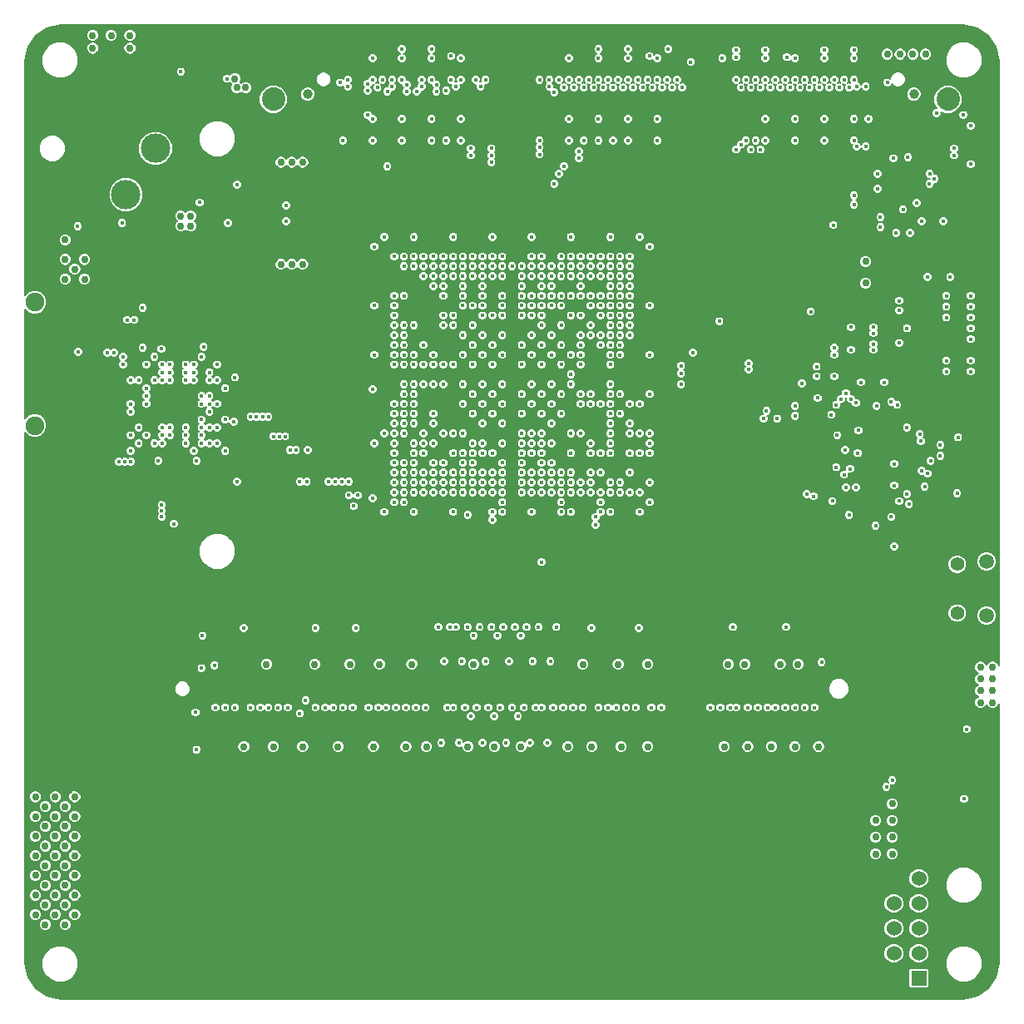
<source format=gbr>
G04 (created by PCBNEW-RS274X (2012-apr-16-27)-stable) date Mon 13 Jan 2014 03:13:16 PM PST*
G01*
G70*
G90*
%MOIN*%
G04 Gerber Fmt 3.4, Leading zero omitted, Abs format*
%FSLAX34Y34*%
G04 APERTURE LIST*
%ADD10C,0.006500*%
%ADD11C,0.017700*%
%ADD12C,0.023600*%
%ADD13C,0.023000*%
%ADD14C,0.074800*%
%ADD15C,0.039400*%
%ADD16C,0.094000*%
%ADD17R,0.060000X0.060000*%
%ADD18C,0.060000*%
%ADD19C,0.118100*%
%ADD20C,0.059100*%
%ADD21C,0.055100*%
%ADD22C,0.030000*%
%ADD23C,0.007000*%
G04 APERTURE END LIST*
G54D10*
G54D11*
X67321Y-48150D03*
X67321Y-47756D03*
X67518Y-47953D03*
X67715Y-48150D03*
X67715Y-47756D03*
G54D12*
X67245Y-24252D03*
X66851Y-24252D03*
X66457Y-24252D03*
X67245Y-23858D03*
X66851Y-23858D03*
X66457Y-23858D03*
X67245Y-23464D03*
X66851Y-23464D03*
X66457Y-23464D03*
G54D11*
X34783Y-26456D03*
X34429Y-26456D03*
X34606Y-26220D03*
X34783Y-25984D03*
X34429Y-25984D03*
X38619Y-19468D03*
X39013Y-19468D03*
X38816Y-19763D03*
X38619Y-20058D03*
X39013Y-20058D03*
G54D13*
X41181Y-25039D03*
X41378Y-24744D03*
X40984Y-24744D03*
X40984Y-25334D03*
X41378Y-25334D03*
G54D14*
X32067Y-33544D03*
X32067Y-28603D03*
G54D15*
X67282Y-20271D03*
X42994Y-20271D03*
G54D16*
X68654Y-20472D03*
X41622Y-20472D03*
G54D17*
X67481Y-55696D03*
G54D18*
X66481Y-55696D03*
X67481Y-54696D03*
X66481Y-54696D03*
X67481Y-53696D03*
X66481Y-53696D03*
X67481Y-52696D03*
X66481Y-52696D03*
X67481Y-51696D03*
X66481Y-51696D03*
G54D19*
X36890Y-22441D03*
X34528Y-22441D03*
X35709Y-24291D03*
G54D20*
X70197Y-41161D03*
X70197Y-38995D03*
G54D21*
X69027Y-41058D03*
X69027Y-39098D03*
G54D11*
X67913Y-23858D03*
X67008Y-33622D03*
X67047Y-22795D03*
X66614Y-32716D03*
X66220Y-19803D03*
X65000Y-22362D03*
X65000Y-19961D03*
X65354Y-22362D03*
X65354Y-19961D03*
X65827Y-24055D03*
X65945Y-25590D03*
X65945Y-25197D03*
X66850Y-24882D03*
X50394Y-35827D03*
X50236Y-44842D03*
X51575Y-34646D03*
X50354Y-41614D03*
X49882Y-41614D03*
X50394Y-34646D03*
X51654Y-44842D03*
X50787Y-35433D03*
X51772Y-41614D03*
X53150Y-35433D03*
X49409Y-37126D03*
X48583Y-44842D03*
X52126Y-44842D03*
X52362Y-35039D03*
X51968Y-35827D03*
X52362Y-44842D03*
X50472Y-45197D03*
X52756Y-36220D03*
X50590Y-41968D03*
X51575Y-35433D03*
X50787Y-36220D03*
X50709Y-44842D03*
X51575Y-35827D03*
X50827Y-41614D03*
X51181Y-44842D03*
X50787Y-35827D03*
X51417Y-45197D03*
X53150Y-36614D03*
X53150Y-36220D03*
X51299Y-41614D03*
X53543Y-35827D03*
X51535Y-41968D03*
X49646Y-41968D03*
X50000Y-35433D03*
X50394Y-37323D03*
X49764Y-44842D03*
X53937Y-36220D03*
X52244Y-41614D03*
X49606Y-35039D03*
X48937Y-41614D03*
X54331Y-35827D03*
X59921Y-44842D03*
X48425Y-35827D03*
X42677Y-45079D03*
X60157Y-44842D03*
X54331Y-35433D03*
X42913Y-44567D03*
X48031Y-35827D03*
X52953Y-41614D03*
X54724Y-36220D03*
X52835Y-44842D03*
X54724Y-36614D03*
X56693Y-34646D03*
X62520Y-44842D03*
X60630Y-44842D03*
X55118Y-34646D03*
X55512Y-36220D03*
X56142Y-44842D03*
X54370Y-41653D03*
X53150Y-37008D03*
X51575Y-35039D03*
X46929Y-44842D03*
X48425Y-36220D03*
X44921Y-41653D03*
X42205Y-44842D03*
X48819Y-34646D03*
X40433Y-41653D03*
X47638Y-35827D03*
X55905Y-34646D03*
X61417Y-44842D03*
X61024Y-44842D03*
X55118Y-33858D03*
X59528Y-44842D03*
X55905Y-35433D03*
X56693Y-35827D03*
X59134Y-44842D03*
X54527Y-37205D03*
X54331Y-36220D03*
X53937Y-35827D03*
X54527Y-37520D03*
X55512Y-35827D03*
X57165Y-44842D03*
X56772Y-44842D03*
X55118Y-35827D03*
X53543Y-36220D03*
X55748Y-44842D03*
X52756Y-35433D03*
X55354Y-44842D03*
X55039Y-44842D03*
X55118Y-36220D03*
X54724Y-37008D03*
X54646Y-44842D03*
X53150Y-35827D03*
X53622Y-44842D03*
X52362Y-35433D03*
X53228Y-44842D03*
X47717Y-44842D03*
X52362Y-35827D03*
X51968Y-36220D03*
X47323Y-44842D03*
X46535Y-44842D03*
X51575Y-36220D03*
X51968Y-34646D03*
X46142Y-44842D03*
X55512Y-33071D03*
X63307Y-44842D03*
X45827Y-44842D03*
X50000Y-35827D03*
X45433Y-44842D03*
X49606Y-35827D03*
X44409Y-44842D03*
X48819Y-35827D03*
X44016Y-44842D03*
X49212Y-36220D03*
X55905Y-33465D03*
X62913Y-44842D03*
X43701Y-44842D03*
X48819Y-36220D03*
X43307Y-44842D03*
X49212Y-35433D03*
X41811Y-44842D03*
X48425Y-35039D03*
X41417Y-44842D03*
X48031Y-36220D03*
X62126Y-44842D03*
X55905Y-33858D03*
X41102Y-44842D03*
X48425Y-35433D03*
X47638Y-36220D03*
X40709Y-44842D03*
X39685Y-44842D03*
X46850Y-36220D03*
X39291Y-44842D03*
X46457Y-36614D03*
X61732Y-44842D03*
X56299Y-34646D03*
X55512Y-32283D03*
X62165Y-41614D03*
X56299Y-36220D03*
X60039Y-41614D03*
X55905Y-36220D03*
X56260Y-41653D03*
X54016Y-44842D03*
X52756Y-35827D03*
X52362Y-36220D03*
X52362Y-39016D03*
X44803Y-44842D03*
X49606Y-36220D03*
X43307Y-41653D03*
X49212Y-35827D03*
X48031Y-35433D03*
X40079Y-44842D03*
X48819Y-44842D03*
X50000Y-36220D03*
X48228Y-41614D03*
X47244Y-35827D03*
X49528Y-45197D03*
X50787Y-35039D03*
X50394Y-36220D03*
X49291Y-44842D03*
X49212Y-35039D03*
X48701Y-41614D03*
X55118Y-34252D03*
X54724Y-32677D03*
X54331Y-32283D03*
X50787Y-34252D03*
X49212Y-33858D03*
X55118Y-32677D03*
X52756Y-35039D03*
X50000Y-34252D03*
X55118Y-31890D03*
X54331Y-32677D03*
X51575Y-34252D03*
X53543Y-34646D03*
X63583Y-43031D03*
X50000Y-34646D03*
X52362Y-33858D03*
X49606Y-35433D03*
X49409Y-41614D03*
X48031Y-30709D03*
X46457Y-31102D03*
X64173Y-32716D03*
X47638Y-30315D03*
X64016Y-36575D03*
X47244Y-31102D03*
X48031Y-31102D03*
X64685Y-37126D03*
X61378Y-32953D03*
X47638Y-31102D03*
X48425Y-31102D03*
X64724Y-35276D03*
X48425Y-31890D03*
X46850Y-31102D03*
X38425Y-31732D03*
X46457Y-30709D03*
X38110Y-31417D03*
X46850Y-29527D03*
X39370Y-31732D03*
X46850Y-30315D03*
X46457Y-29527D03*
X37480Y-31417D03*
X37165Y-31102D03*
X46457Y-28740D03*
X46850Y-28346D03*
X36535Y-31102D03*
X46457Y-30315D03*
X39055Y-31417D03*
X46850Y-29921D03*
X38425Y-31102D03*
X38110Y-31102D03*
X46457Y-29921D03*
X37480Y-31102D03*
X46457Y-29134D03*
X55905Y-32677D03*
X50787Y-37008D03*
X64882Y-24685D03*
X67126Y-25827D03*
X56693Y-33858D03*
X50787Y-36614D03*
X56299Y-32677D03*
X64882Y-24331D03*
X66575Y-25827D03*
X56299Y-33858D03*
X64567Y-32244D03*
X66378Y-32598D03*
X62795Y-31850D03*
X64212Y-33937D03*
X54331Y-27559D03*
X57992Y-20000D03*
X54331Y-26772D03*
X56811Y-20000D03*
X53937Y-27165D03*
X56614Y-19685D03*
X53543Y-26772D03*
X56417Y-20000D03*
X53150Y-26772D03*
X56220Y-19685D03*
X53543Y-27165D03*
X56024Y-20000D03*
X55512Y-26772D03*
X52756Y-27165D03*
X55630Y-20000D03*
X52362Y-26772D03*
X55433Y-19685D03*
X53937Y-28346D03*
X55236Y-22126D03*
X54331Y-27165D03*
X55236Y-20001D03*
X51968Y-27165D03*
X55039Y-19685D03*
X51968Y-26772D03*
X54842Y-20000D03*
X57795Y-19685D03*
X51575Y-27165D03*
X54449Y-20000D03*
X51181Y-27165D03*
X54252Y-19685D03*
X53543Y-28346D03*
X54055Y-22126D03*
X52756Y-27559D03*
X54055Y-20000D03*
X53150Y-27165D03*
X53858Y-22559D03*
X53858Y-19685D03*
X53937Y-26772D03*
X53858Y-22835D03*
X53661Y-20000D03*
X55118Y-26772D03*
X53268Y-23150D03*
X53937Y-27953D03*
X53268Y-20000D03*
X52362Y-27165D03*
X53937Y-27559D03*
X53071Y-23465D03*
X52362Y-27953D03*
X53071Y-19685D03*
X52874Y-23858D03*
X52362Y-29134D03*
X52874Y-20197D03*
X52756Y-28346D03*
X51968Y-28740D03*
X52283Y-22677D03*
X52677Y-19685D03*
X51575Y-27953D03*
X51968Y-29134D03*
X52283Y-22402D03*
X52677Y-19961D03*
X51968Y-28346D03*
X57598Y-20000D03*
X52362Y-27559D03*
X52283Y-22126D03*
X52283Y-19685D03*
X51575Y-27559D03*
X54724Y-27165D03*
X57401Y-19685D03*
X54724Y-26772D03*
X57205Y-20000D03*
X47953Y-18465D03*
X55827Y-18465D03*
X57441Y-18465D03*
X61338Y-18504D03*
X52756Y-27953D03*
X54331Y-28346D03*
X51575Y-28346D03*
X52362Y-28346D03*
X54331Y-28740D03*
X48425Y-27559D03*
X50354Y-22441D03*
X50000Y-27953D03*
X50118Y-19685D03*
X50394Y-27165D03*
X48937Y-19961D03*
X49212Y-27953D03*
X50394Y-26772D03*
X49212Y-27165D03*
X48740Y-19685D03*
X48543Y-22126D03*
X49212Y-28346D03*
X48425Y-27165D03*
X48543Y-20118D03*
X50000Y-27165D03*
X48149Y-20157D03*
X48031Y-27953D03*
X50000Y-26772D03*
X48425Y-27953D03*
X48150Y-19882D03*
X50354Y-22716D03*
X49606Y-27559D03*
X49606Y-26772D03*
X47559Y-19961D03*
X49606Y-27165D03*
X47559Y-19685D03*
X49212Y-26772D03*
X47362Y-20157D03*
X48819Y-27165D03*
X46968Y-20158D03*
X48819Y-26772D03*
X46968Y-19882D03*
X49921Y-19961D03*
X50000Y-27559D03*
X48031Y-27165D03*
X46378Y-19961D03*
X48031Y-26772D03*
X46378Y-19685D03*
X48425Y-28346D03*
X46181Y-23150D03*
X46181Y-20157D03*
X47638Y-27165D03*
X45984Y-19685D03*
X47638Y-26772D03*
X45787Y-20000D03*
X50787Y-27559D03*
X50354Y-22993D03*
X47244Y-27165D03*
X45394Y-19842D03*
X47244Y-26772D03*
X45394Y-20118D03*
X46850Y-26772D03*
X45394Y-21102D03*
X46850Y-27165D03*
X44606Y-19961D03*
X46457Y-26772D03*
X44606Y-19685D03*
X48425Y-26772D03*
X49724Y-19685D03*
X44409Y-22126D03*
X44291Y-19803D03*
X49527Y-22441D03*
X48031Y-27559D03*
X50787Y-27165D03*
X49212Y-27559D03*
X49527Y-22716D03*
X50787Y-26772D03*
X50787Y-29134D03*
X50000Y-28740D03*
X49212Y-28740D03*
X50787Y-28740D03*
X50000Y-28346D03*
X55905Y-29921D03*
X54724Y-30315D03*
X64685Y-20000D03*
X55905Y-28740D03*
X63504Y-20000D03*
X55118Y-30315D03*
X55512Y-28346D03*
X55512Y-29921D03*
X63307Y-19685D03*
X55905Y-28346D03*
X63110Y-20000D03*
X55118Y-29921D03*
X55512Y-27953D03*
X62913Y-19685D03*
X55118Y-29134D03*
X55905Y-27953D03*
X55512Y-28740D03*
X62716Y-20000D03*
X55512Y-29527D03*
X55512Y-27559D03*
X62323Y-20000D03*
X55118Y-28740D03*
X55905Y-27559D03*
X62126Y-19685D03*
X55118Y-28346D03*
X55512Y-27165D03*
X55118Y-27953D03*
X61929Y-20000D03*
X55905Y-27165D03*
X61732Y-19685D03*
X55118Y-27559D03*
X55905Y-26772D03*
X55118Y-27165D03*
X61535Y-20000D03*
X54724Y-29921D03*
X64488Y-19685D03*
X61142Y-22480D03*
X61142Y-20000D03*
X60945Y-22126D03*
X60945Y-19685D03*
X60748Y-22480D03*
X60748Y-20000D03*
X60551Y-22126D03*
X60551Y-19685D03*
X60354Y-22283D03*
X60354Y-20000D03*
X55905Y-29527D03*
X60157Y-22480D03*
X60157Y-19685D03*
X54724Y-29134D03*
X64291Y-20000D03*
X55512Y-29134D03*
X64094Y-19685D03*
X54724Y-28740D03*
X55905Y-29134D03*
X54724Y-28346D03*
X63898Y-20000D03*
X55118Y-31102D03*
X64370Y-32480D03*
X54331Y-29527D03*
X53937Y-30709D03*
X55512Y-30315D03*
X53937Y-30315D03*
X53937Y-31102D03*
X53543Y-33858D03*
X53543Y-29134D03*
X48819Y-33858D03*
X48819Y-29134D03*
X48031Y-31890D03*
X39055Y-32677D03*
X47244Y-31890D03*
X39370Y-32677D03*
X47244Y-34646D03*
X36535Y-32677D03*
X47638Y-34646D03*
X36535Y-32362D03*
X46850Y-32283D03*
X40945Y-33189D03*
X46457Y-32677D03*
X41417Y-33189D03*
X43819Y-35787D03*
X46850Y-35039D03*
X46457Y-34252D03*
X42677Y-35787D03*
X46457Y-35433D03*
X44645Y-35787D03*
X46850Y-35827D03*
X44646Y-36339D03*
X44842Y-36772D03*
X46457Y-36220D03*
X45000Y-36339D03*
X46457Y-35827D03*
X41181Y-33189D03*
X46850Y-32677D03*
X41614Y-33976D03*
X46850Y-33071D03*
X46457Y-33071D03*
X41850Y-33976D03*
X46850Y-33465D03*
X42087Y-33976D03*
X42283Y-34527D03*
X46457Y-33465D03*
X46850Y-33858D03*
X42992Y-34527D03*
X42520Y-34527D03*
X46457Y-33858D03*
X42953Y-35787D03*
X46457Y-34646D03*
X44369Y-35787D03*
X46850Y-35433D03*
X44094Y-35787D03*
X46457Y-35039D03*
X39055Y-32992D03*
X47638Y-31890D03*
X37480Y-33937D03*
X47244Y-35039D03*
X38740Y-34252D03*
X48031Y-33071D03*
X47638Y-33858D03*
X38110Y-34252D03*
X38110Y-33937D03*
X47638Y-34252D03*
X39055Y-33622D03*
X47244Y-32677D03*
X40709Y-33189D03*
X46850Y-31890D03*
X47244Y-34252D03*
X36850Y-31732D03*
X36535Y-32047D03*
X48031Y-34252D03*
X33799Y-30590D03*
X64882Y-18504D03*
X65039Y-34646D03*
X59606Y-18819D03*
X47244Y-36220D03*
X68111Y-23661D03*
X64567Y-36024D03*
X38740Y-43268D03*
X64961Y-36024D03*
X39252Y-43150D03*
X67914Y-23465D03*
X46850Y-36614D03*
X56693Y-26378D03*
X60157Y-18779D03*
X54331Y-29921D03*
X56693Y-30709D03*
X62520Y-21260D03*
X56693Y-28740D03*
X55512Y-30709D03*
X64882Y-22126D03*
X55118Y-30709D03*
X63701Y-21260D03*
X61338Y-21260D03*
X60157Y-18504D03*
X64882Y-21260D03*
X62520Y-22126D03*
X63701Y-22126D03*
X55118Y-29527D03*
X61338Y-22126D03*
X53937Y-29921D03*
X53543Y-25984D03*
X55827Y-22126D03*
X57008Y-19685D03*
X55827Y-19685D03*
X57008Y-22126D03*
X57008Y-21260D03*
X53464Y-21260D03*
X51575Y-29134D03*
X53150Y-28740D03*
X54646Y-21260D03*
X53464Y-18819D03*
X55118Y-25984D03*
X51575Y-28740D03*
X52362Y-28740D03*
X55827Y-18819D03*
X57008Y-18819D03*
X56299Y-25984D03*
X54646Y-22126D03*
X53543Y-27559D03*
X55827Y-21260D03*
X54724Y-27559D03*
X54646Y-18819D03*
X53464Y-19685D03*
X54646Y-18465D03*
X51968Y-25984D03*
X51968Y-27559D03*
X53464Y-22126D03*
X54646Y-19685D03*
X52756Y-28740D03*
X49134Y-22126D03*
X49134Y-19685D03*
X46772Y-18465D03*
X47953Y-21260D03*
X47953Y-22126D03*
X45590Y-18819D03*
X50394Y-25984D03*
X45590Y-19685D03*
X46772Y-21260D03*
X48819Y-27559D03*
X46772Y-19685D03*
X49606Y-28740D03*
X45590Y-21260D03*
X46063Y-25984D03*
X47953Y-18819D03*
X49134Y-18819D03*
X47638Y-27559D03*
X48819Y-25984D03*
X45590Y-22126D03*
X50394Y-29134D03*
X46772Y-18819D03*
X50000Y-29134D03*
X50394Y-27559D03*
X46772Y-22126D03*
X49134Y-21260D03*
X47244Y-25984D03*
X50787Y-28346D03*
X47953Y-19685D03*
X63701Y-19685D03*
X63701Y-18819D03*
X64882Y-19685D03*
X61338Y-18819D03*
X64882Y-18819D03*
X62520Y-19685D03*
X62520Y-18819D03*
X63701Y-18504D03*
X61338Y-19685D03*
X37913Y-19370D03*
X68346Y-34764D03*
X38543Y-46535D03*
X65748Y-37559D03*
X66378Y-37205D03*
X38504Y-45039D03*
X66496Y-35079D03*
X62519Y-32757D03*
X62519Y-33150D03*
X66496Y-35945D03*
X64527Y-34527D03*
X67087Y-36693D03*
X66693Y-28937D03*
X62992Y-36299D03*
X69016Y-36260D03*
X64488Y-35512D03*
X69567Y-28779D03*
X66102Y-31811D03*
X69567Y-30945D03*
X67835Y-35472D03*
X69567Y-29213D03*
X67598Y-35354D03*
X67953Y-34961D03*
X69567Y-30079D03*
X66693Y-28543D03*
X66693Y-30236D03*
X63268Y-36378D03*
X67559Y-34173D03*
X35551Y-25433D03*
X68346Y-34331D03*
X33779Y-25551D03*
X67008Y-36299D03*
X66417Y-47756D03*
X38661Y-24606D03*
X63976Y-33110D03*
X64961Y-32638D03*
X42126Y-25354D03*
X64764Y-32480D03*
X42126Y-24724D03*
X66181Y-48031D03*
X66693Y-36575D03*
X65787Y-32756D03*
X59488Y-29370D03*
X67520Y-33898D03*
X68189Y-21024D03*
X47244Y-35433D03*
X37165Y-33937D03*
X46457Y-28346D03*
X37165Y-31417D03*
X40158Y-35787D03*
X46063Y-33858D03*
X39055Y-32362D03*
X46850Y-30709D03*
X39370Y-33622D03*
X47244Y-33071D03*
X35905Y-32992D03*
X35236Y-30630D03*
X36535Y-33937D03*
X36220Y-34252D03*
X35905Y-33937D03*
X35905Y-31732D03*
X35905Y-32677D03*
X35590Y-31102D03*
X34961Y-30630D03*
X35669Y-35000D03*
X35905Y-35000D03*
X35433Y-35000D03*
X37165Y-34252D03*
X35905Y-34567D03*
X35590Y-30787D03*
X36378Y-30433D03*
X55906Y-45197D03*
X50945Y-20236D03*
G54D22*
X33031Y-30827D03*
G54D11*
X53543Y-29527D03*
X37500Y-37205D03*
X49606Y-31890D03*
X54724Y-32283D03*
G54D22*
X40147Y-18966D03*
G54D11*
X43150Y-45197D03*
X66850Y-27598D03*
X63543Y-30039D03*
X48819Y-28740D03*
X51968Y-35039D03*
X53780Y-45197D03*
X50945Y-46575D03*
X66063Y-20236D03*
X63110Y-35748D03*
X67518Y-47953D03*
X35905Y-33622D03*
X43976Y-41968D03*
X39843Y-45197D03*
X50787Y-31102D03*
X37165Y-34567D03*
X54724Y-33071D03*
X38425Y-32677D03*
X46063Y-26378D03*
X47953Y-20709D03*
X53071Y-45197D03*
X40157Y-20315D03*
X58819Y-20984D03*
X53543Y-34252D03*
X63701Y-20709D03*
X56496Y-41968D03*
X53150Y-31890D03*
X53543Y-32283D03*
X59094Y-41968D03*
X63465Y-45197D03*
X50787Y-29527D03*
X50945Y-20709D03*
X69567Y-30512D03*
X42795Y-41968D03*
X48425Y-28740D03*
X37480Y-32992D03*
X59803Y-41968D03*
X47992Y-41968D03*
X38425Y-33307D03*
X48819Y-29921D03*
X49212Y-34252D03*
X62520Y-20709D03*
X54646Y-20236D03*
X50315Y-20709D03*
X55315Y-41968D03*
X45669Y-26772D03*
X41378Y-41968D03*
X59961Y-20709D03*
X51968Y-27953D03*
X47047Y-41968D03*
X65866Y-47362D03*
X57441Y-41968D03*
X66063Y-20709D03*
X70000Y-20512D03*
X63701Y-20236D03*
G54D22*
X39409Y-20394D03*
G54D11*
X47165Y-45197D03*
X45866Y-41968D03*
X50118Y-43307D03*
X62756Y-45197D03*
X39055Y-31102D03*
X58937Y-30630D03*
X47638Y-35039D03*
X65827Y-23110D03*
X50394Y-27953D03*
X56614Y-45197D03*
X34035Y-34744D03*
X49212Y-32283D03*
X53150Y-33465D03*
X54252Y-45197D03*
X50945Y-19961D03*
X53150Y-29921D03*
X48346Y-46575D03*
X49606Y-33858D03*
X51457Y-19961D03*
X58976Y-45197D03*
X44685Y-41968D03*
X58189Y-20984D03*
X62283Y-45197D03*
X46575Y-41968D03*
X50394Y-33465D03*
X53937Y-29527D03*
X57008Y-20709D03*
X54724Y-30709D03*
X50000Y-31102D03*
X51968Y-36614D03*
X43622Y-20236D03*
X63346Y-41968D03*
X53543Y-36614D03*
X42559Y-41968D03*
X59331Y-20984D03*
X67401Y-24980D03*
X48819Y-27953D03*
X36378Y-30118D03*
X39488Y-41968D03*
X60866Y-45197D03*
X65669Y-31220D03*
X51890Y-46575D03*
X43622Y-20984D03*
X34035Y-33957D03*
X38976Y-23898D03*
G54D22*
X33661Y-31457D03*
X33346Y-31142D03*
G54D11*
X68898Y-22047D03*
X36535Y-31732D03*
X68976Y-24882D03*
X37165Y-33307D03*
X53543Y-28740D03*
X43858Y-45197D03*
X37480Y-32047D03*
X58819Y-20709D03*
X42087Y-41968D03*
X35413Y-29311D03*
X59685Y-45197D03*
X61338Y-20236D03*
X52756Y-29527D03*
X53150Y-30709D03*
X53543Y-30315D03*
X63779Y-28740D03*
X63110Y-30827D03*
X54724Y-35039D03*
X68327Y-22047D03*
X70315Y-35119D03*
X35590Y-34567D03*
X69173Y-22047D03*
X52362Y-31890D03*
X59331Y-20236D03*
X36220Y-31417D03*
X46457Y-27165D03*
X60669Y-30590D03*
X46063Y-34252D03*
X68425Y-24961D03*
X50000Y-33858D03*
X50000Y-32283D03*
G54D22*
X69961Y-47008D03*
G54D11*
X61929Y-41968D03*
X43268Y-41968D03*
X34311Y-32657D03*
X43622Y-20709D03*
X61259Y-32638D03*
X40354Y-33386D03*
X56693Y-36220D03*
X64016Y-36890D03*
X50394Y-25590D03*
X45157Y-41968D03*
X63110Y-34094D03*
X53189Y-41968D03*
X48425Y-33465D03*
X53543Y-29921D03*
X60669Y-30354D03*
X37165Y-32047D03*
X44212Y-20984D03*
X47283Y-41968D03*
X47953Y-20984D03*
X34606Y-26220D03*
X52362Y-32677D03*
G54D22*
X69291Y-50039D03*
G54D11*
X37913Y-19646D03*
X38110Y-32362D03*
X54606Y-41968D03*
X52756Y-33071D03*
X56732Y-41968D03*
X61220Y-41968D03*
X49212Y-31102D03*
G54D22*
X42165Y-25039D03*
G54D11*
X40669Y-41968D03*
X54331Y-27953D03*
X64724Y-28898D03*
X66457Y-22520D03*
X40197Y-41968D03*
X49606Y-33465D03*
X34035Y-35020D03*
X69567Y-31850D03*
X53937Y-34252D03*
X51968Y-30315D03*
X56299Y-32283D03*
X48819Y-36614D03*
X45984Y-45197D03*
X49606Y-32677D03*
X36220Y-32992D03*
G54D22*
X69921Y-50039D03*
G54D11*
X49173Y-43307D03*
X70000Y-24252D03*
G54D22*
X41181Y-22992D03*
G54D11*
X61338Y-20709D03*
X38543Y-35276D03*
G54D22*
X38307Y-26102D03*
G54D11*
X38740Y-31102D03*
X51063Y-43307D03*
X50315Y-19961D03*
X51968Y-33465D03*
X65827Y-24449D03*
X48425Y-34252D03*
X49134Y-20709D03*
X49606Y-29134D03*
X68583Y-29646D03*
X53898Y-41968D03*
X69527Y-20905D03*
X54331Y-33071D03*
X66102Y-40354D03*
X50394Y-30709D03*
X60512Y-41968D03*
X46063Y-29134D03*
X39370Y-23898D03*
X59331Y-20709D03*
X67598Y-31929D03*
X52598Y-46575D03*
X48819Y-26378D03*
G54D22*
X70433Y-47008D03*
X69961Y-47520D03*
G54D11*
X51968Y-29527D03*
X38425Y-33622D03*
X64882Y-20709D03*
X66693Y-20709D03*
X60394Y-45197D03*
X38110Y-32677D03*
X62992Y-18150D03*
X54331Y-31102D03*
X53543Y-26378D03*
X62638Y-41968D03*
X50000Y-29527D03*
X45512Y-28150D03*
X68583Y-30079D03*
X54646Y-20709D03*
X55827Y-20984D03*
X50000Y-46575D03*
X55827Y-20236D03*
X68622Y-22047D03*
X65669Y-30984D03*
G54D22*
X36811Y-26988D03*
G54D11*
X66850Y-37441D03*
X51457Y-20709D03*
X61535Y-35276D03*
X48464Y-43307D03*
X52087Y-19961D03*
X48819Y-32677D03*
X65669Y-28898D03*
X52362Y-33465D03*
G54D22*
X33031Y-31457D03*
X70433Y-47992D03*
G54D11*
X50394Y-29527D03*
X53937Y-28740D03*
X52087Y-20984D03*
X56299Y-26378D03*
X50000Y-33071D03*
X33484Y-32657D03*
G54D22*
X67047Y-41299D03*
G54D11*
X37795Y-20630D03*
X35905Y-34252D03*
X54646Y-20984D03*
X47638Y-27953D03*
X46378Y-18465D03*
X52087Y-20709D03*
X32756Y-32657D03*
X52362Y-29921D03*
X47874Y-45197D03*
X63819Y-30039D03*
X53464Y-20984D03*
X34035Y-34488D03*
X52008Y-43307D03*
X51968Y-31102D03*
X47244Y-26378D03*
X50394Y-35039D03*
X40020Y-34587D03*
X52756Y-31102D03*
X50394Y-36614D03*
X36378Y-29764D03*
X40551Y-45197D03*
X51575Y-33465D03*
X39370Y-32047D03*
X54331Y-30709D03*
G54D22*
X39842Y-20630D03*
G54D11*
X55197Y-45197D03*
G54D22*
X68622Y-49370D03*
G54D11*
X52756Y-32283D03*
X40394Y-31614D03*
X51575Y-29921D03*
X69449Y-22047D03*
X62401Y-41968D03*
X65650Y-33740D03*
X66850Y-25197D03*
X54331Y-30315D03*
X58346Y-18504D03*
X57323Y-45197D03*
X45276Y-45197D03*
X42441Y-45197D03*
X46693Y-45197D03*
X35905Y-30787D03*
X54488Y-45197D03*
X58189Y-20236D03*
X56299Y-28740D03*
X36850Y-31102D03*
X68425Y-23346D03*
X64172Y-34626D03*
G54D22*
X70433Y-47520D03*
G54D11*
X34961Y-27716D03*
X37008Y-35276D03*
X52756Y-30315D03*
X49134Y-20984D03*
X45039Y-45197D03*
X41260Y-45197D03*
X64724Y-31220D03*
X66851Y-23858D03*
X64370Y-30039D03*
X56024Y-41968D03*
X47638Y-30709D03*
X43346Y-20472D03*
X50945Y-20984D03*
X49212Y-30315D03*
X57008Y-20236D03*
X51968Y-32283D03*
X38425Y-34252D03*
X56299Y-30709D03*
G54D22*
X37913Y-26102D03*
G54D11*
X39055Y-33937D03*
X39370Y-33937D03*
X61575Y-45197D03*
X60157Y-29724D03*
X46063Y-28740D03*
X53150Y-27953D03*
X35551Y-33937D03*
X48819Y-34252D03*
X50787Y-32283D03*
X52716Y-43307D03*
X36220Y-32362D03*
X47638Y-32283D03*
X36850Y-34567D03*
X65669Y-29134D03*
G54D22*
X37913Y-26496D03*
G54D11*
X51968Y-33071D03*
X53543Y-35039D03*
X46772Y-20984D03*
X50394Y-26378D03*
X46063Y-36614D03*
G54D22*
X36024Y-26772D03*
G54D11*
X61810Y-32638D03*
X54724Y-27953D03*
G54D22*
X67047Y-42087D03*
G54D11*
X53464Y-20236D03*
X45590Y-36024D03*
X59527Y-31535D03*
X51575Y-32677D03*
X58937Y-30000D03*
X38110Y-32047D03*
X38816Y-19763D03*
X38819Y-30079D03*
X54724Y-33465D03*
X38740Y-31732D03*
X59764Y-18465D03*
X44212Y-20709D03*
X49055Y-46575D03*
X47244Y-36614D03*
X55118Y-26378D03*
X40118Y-26772D03*
X54724Y-29527D03*
X50787Y-33071D03*
X63583Y-43346D03*
X53150Y-32677D03*
X36220Y-33307D03*
X50315Y-20236D03*
X47638Y-33465D03*
X38425Y-32047D03*
X64646Y-27480D03*
G54D22*
X69291Y-49370D03*
G54D11*
X46063Y-30709D03*
X51457Y-20984D03*
G54D22*
X68622Y-50039D03*
G54D11*
X53543Y-27953D03*
X34035Y-34232D03*
X62520Y-20236D03*
X38425Y-32362D03*
X52362Y-30709D03*
X67008Y-27835D03*
X37480Y-32362D03*
X50394Y-31890D03*
X49606Y-29921D03*
X37500Y-36732D03*
X35905Y-32047D03*
X37165Y-30787D03*
X38425Y-33937D03*
X58819Y-20236D03*
G54D22*
X40748Y-27087D03*
G54D11*
X49212Y-29527D03*
X60275Y-41968D03*
X58937Y-30315D03*
X58819Y-19961D03*
X54724Y-31102D03*
X39134Y-45197D03*
X50000Y-26378D03*
X49212Y-29134D03*
X45590Y-20709D03*
X68307Y-39960D03*
X36220Y-33937D03*
X58189Y-20709D03*
X64646Y-30039D03*
X54252Y-18465D03*
X51575Y-31890D03*
X53464Y-20709D03*
X36220Y-32047D03*
X52756Y-33858D03*
X48819Y-31890D03*
X53543Y-31102D03*
X36220Y-32677D03*
X38740Y-31417D03*
X64094Y-30039D03*
X52756Y-34646D03*
X37165Y-32362D03*
X55827Y-20709D03*
X46772Y-20709D03*
X50000Y-30315D03*
X51457Y-20236D03*
X64331Y-24921D03*
X51575Y-29527D03*
X64882Y-20236D03*
G54D22*
X68464Y-39331D03*
X69961Y-47992D03*
G54D11*
X44212Y-20236D03*
G54D22*
X41181Y-27087D03*
G54D11*
X52087Y-20236D03*
X56693Y-26772D03*
X51968Y-26378D03*
X57008Y-20984D03*
X38110Y-33307D03*
X45590Y-36772D03*
X37165Y-32992D03*
X44567Y-45197D03*
X49212Y-33071D03*
X50394Y-32677D03*
X47638Y-29527D03*
X41969Y-45197D03*
G54D22*
X38307Y-26496D03*
G54D11*
X50394Y-29921D03*
X52756Y-29134D03*
G54D22*
X39842Y-18661D03*
G54D11*
X39370Y-33307D03*
X46457Y-31890D03*
X34173Y-30590D03*
X50787Y-30315D03*
X62559Y-33661D03*
X64055Y-25197D03*
X35905Y-31102D03*
X66693Y-20236D03*
X70315Y-35592D03*
X48819Y-35039D03*
X53543Y-32677D03*
X37480Y-33307D03*
G54D22*
X69921Y-49370D03*
G54D11*
X48819Y-30709D03*
X40315Y-45197D03*
X59527Y-31929D03*
G54D22*
X40748Y-22992D03*
G54D11*
X54724Y-34252D03*
X58937Y-30905D03*
X48425Y-29921D03*
X59961Y-20236D03*
X55118Y-36614D03*
X49134Y-20236D03*
X49606Y-30709D03*
X56299Y-34252D03*
X56299Y-36614D03*
X37500Y-36968D03*
X59331Y-19961D03*
X69567Y-27382D03*
X51575Y-30709D03*
X54724Y-34646D03*
X54331Y-34252D03*
X52362Y-34252D03*
X52362Y-34646D03*
X48031Y-35039D03*
X37638Y-37480D03*
X53150Y-27559D03*
X53150Y-28346D03*
X69567Y-28346D03*
X69567Y-31378D03*
G54D22*
X42795Y-27087D03*
G54D11*
X39685Y-32047D03*
X40079Y-31614D03*
G54D22*
X41929Y-27087D03*
G54D11*
X36043Y-29311D03*
X38819Y-30394D03*
X37008Y-34961D03*
X35768Y-29311D03*
X36850Y-30787D03*
X38425Y-34567D03*
X39803Y-25433D03*
X39055Y-34252D03*
X36220Y-31732D03*
X37126Y-30472D03*
X36850Y-34252D03*
X39685Y-33307D03*
X38543Y-34961D03*
X36220Y-33622D03*
X40039Y-33386D03*
X38740Y-30787D03*
G54D22*
X42362Y-27087D03*
G54D11*
X50394Y-30315D03*
X40157Y-23898D03*
X49212Y-31890D03*
X50787Y-33465D03*
X53150Y-30315D03*
X48819Y-29527D03*
X51575Y-31102D03*
X53150Y-31102D03*
X51968Y-29921D03*
G54D22*
X41929Y-22992D03*
G54D11*
X49212Y-30709D03*
X52362Y-29527D03*
X50000Y-32677D03*
X51575Y-33071D03*
X52756Y-30709D03*
X52362Y-30315D03*
X51968Y-30709D03*
G54D22*
X42795Y-22992D03*
G54D11*
X51968Y-31890D03*
X50394Y-33071D03*
X52756Y-29921D03*
X50000Y-29921D03*
X49606Y-30315D03*
X52756Y-31890D03*
X50394Y-32283D03*
X50000Y-30709D03*
X50394Y-31102D03*
X50000Y-33465D03*
X50787Y-30709D03*
X52362Y-31102D03*
X51575Y-30315D03*
X49606Y-31102D03*
X53543Y-31890D03*
X50787Y-32677D03*
X52362Y-33071D03*
X51575Y-32283D03*
X53543Y-30709D03*
X52756Y-32677D03*
X49606Y-29527D03*
X49606Y-33071D03*
X50787Y-31890D03*
G54D22*
X42362Y-22992D03*
G54D11*
X53150Y-33071D03*
X52756Y-33465D03*
X49606Y-32283D03*
X53150Y-29527D03*
X49212Y-32677D03*
X49212Y-29921D03*
X51968Y-32677D03*
X53150Y-32283D03*
X52362Y-32283D03*
X50000Y-31890D03*
X53543Y-31496D03*
X48819Y-31102D03*
X50787Y-29921D03*
G54D22*
X62638Y-43110D03*
G54D11*
X47244Y-30709D03*
X56299Y-37008D03*
X47244Y-29527D03*
X50118Y-42992D03*
G54D22*
X69961Y-44173D03*
G54D11*
X52008Y-42992D03*
X56693Y-36614D03*
X51575Y-33858D03*
G54D22*
X61575Y-46417D03*
X60630Y-46417D03*
X41614Y-46417D03*
G54D11*
X52716Y-42992D03*
X48464Y-42992D03*
G54D22*
X54016Y-43110D03*
G54D11*
X69409Y-45709D03*
X54331Y-34646D03*
X47244Y-37008D03*
G54D22*
X61929Y-43110D03*
G54D11*
X45590Y-36457D03*
X38425Y-31417D03*
X50945Y-46260D03*
G54D22*
X70433Y-43228D03*
G54D11*
X49606Y-34646D03*
X48346Y-46260D03*
X49606Y-34252D03*
G54D22*
X63464Y-46417D03*
X69961Y-44646D03*
G54D11*
X52598Y-46260D03*
X38740Y-33622D03*
G54D22*
X51535Y-46417D03*
X50472Y-46417D03*
G54D11*
X55118Y-33071D03*
X50394Y-37008D03*
X39370Y-31102D03*
X38110Y-33622D03*
G54D22*
X70433Y-44173D03*
X47756Y-46417D03*
X53425Y-46417D03*
X42795Y-46417D03*
G54D11*
X48819Y-37008D03*
G54D22*
X46929Y-46417D03*
G54D11*
X45669Y-28740D03*
X38740Y-33307D03*
G54D22*
X45630Y-46417D03*
G54D11*
X53937Y-32677D03*
X45669Y-30709D03*
X46063Y-37008D03*
X39685Y-34567D03*
X56693Y-32283D03*
G54D22*
X40433Y-46417D03*
X44212Y-46417D03*
X70433Y-44646D03*
G54D11*
X49055Y-46260D03*
X37146Y-36968D03*
X51968Y-37008D03*
X64055Y-25512D03*
X56693Y-34252D03*
X53543Y-35433D03*
X55118Y-37008D03*
G54D22*
X70433Y-43701D03*
X55433Y-43110D03*
X69961Y-43701D03*
X49646Y-43110D03*
G54D11*
X61259Y-33268D03*
G54D22*
X56614Y-43110D03*
G54D11*
X47244Y-33465D03*
X55118Y-33465D03*
X53543Y-37008D03*
G54D22*
X44685Y-43110D03*
X59685Y-46417D03*
X60512Y-43110D03*
G54D11*
X51968Y-33858D03*
X54724Y-35433D03*
G54D22*
X49409Y-46417D03*
G54D11*
X38740Y-32362D03*
X69291Y-48504D03*
X39055Y-31732D03*
G54D22*
X41338Y-43110D03*
X43268Y-43110D03*
G54D11*
X45669Y-26378D03*
X38110Y-31732D03*
X51968Y-35433D03*
X37146Y-37205D03*
X48031Y-33465D03*
G54D22*
X45866Y-43110D03*
G54D11*
X51968Y-34252D03*
X47244Y-32283D03*
X48425Y-29527D03*
X55118Y-32283D03*
X45590Y-32087D03*
X37146Y-36732D03*
X37480Y-31732D03*
X37480Y-33622D03*
G54D22*
X56614Y-46417D03*
G54D11*
X50394Y-35433D03*
X38740Y-33937D03*
X51063Y-42992D03*
G54D22*
X47165Y-43110D03*
G54D11*
X49212Y-34646D03*
X49173Y-42992D03*
X48819Y-35433D03*
X52756Y-34252D03*
X50000Y-46260D03*
G54D22*
X69961Y-43228D03*
G54D11*
X37165Y-31732D03*
X45669Y-34252D03*
G54D22*
X55551Y-46417D03*
G54D11*
X38740Y-32677D03*
G54D22*
X54370Y-46417D03*
X59842Y-43110D03*
G54D11*
X53937Y-32283D03*
X37165Y-33622D03*
G54D22*
X62520Y-46417D03*
G54D11*
X51890Y-46260D03*
X47638Y-35433D03*
X39370Y-34252D03*
X48425Y-33858D03*
X57953Y-31890D03*
X57953Y-31457D03*
X57953Y-31142D03*
X58425Y-30630D03*
X53937Y-33858D03*
X48425Y-29134D03*
X53937Y-29134D03*
X69567Y-23071D03*
X68898Y-22716D03*
X65827Y-23465D03*
X67598Y-25354D03*
X68464Y-25354D03*
X66457Y-22835D03*
X68898Y-22441D03*
X67401Y-24626D03*
X68740Y-27598D03*
X64094Y-30709D03*
X48740Y-18740D03*
X68583Y-31378D03*
X56693Y-18740D03*
X64173Y-35216D03*
X36378Y-28819D03*
X63425Y-32441D03*
X64094Y-31575D03*
X68583Y-28779D03*
X67835Y-27598D03*
X63386Y-31575D03*
X65157Y-31811D03*
X38779Y-41968D03*
X68583Y-30945D03*
X62205Y-18779D03*
X68583Y-28346D03*
X65472Y-21260D03*
X64094Y-30433D03*
X63150Y-28976D03*
X64764Y-30512D03*
X65669Y-30512D03*
G54D22*
X65354Y-27835D03*
G54D11*
X63386Y-31181D03*
X66496Y-38386D03*
X65669Y-30276D03*
X69055Y-34016D03*
G54D22*
X65354Y-26968D03*
G54D11*
X69567Y-29646D03*
X65059Y-33740D03*
X61810Y-33268D03*
X67008Y-29646D03*
X67716Y-35984D03*
X68583Y-29213D03*
X58346Y-18976D03*
G54D22*
X34370Y-18425D03*
X35866Y-18425D03*
X35866Y-17913D03*
X34370Y-17913D03*
X35118Y-17913D03*
X67244Y-18661D03*
X37913Y-25551D03*
G54D11*
X69272Y-21102D03*
X65669Y-29842D03*
G54D22*
X66220Y-18661D03*
X38307Y-25157D03*
G54D11*
X39764Y-19646D03*
G54D22*
X65748Y-49370D03*
X40079Y-19646D03*
X32874Y-53150D03*
X32087Y-50000D03*
X67756Y-18661D03*
X32874Y-50787D03*
X32480Y-48819D03*
G54D11*
X60669Y-31063D03*
G54D22*
X33661Y-50787D03*
X66417Y-48701D03*
X32087Y-50787D03*
G54D11*
X64764Y-29606D03*
X65669Y-29606D03*
G54D22*
X65748Y-50039D03*
X37913Y-25157D03*
G54D11*
X69567Y-21535D03*
G54D22*
X65748Y-50709D03*
X38307Y-25551D03*
X33661Y-51575D03*
X32874Y-52362D03*
G54D11*
X60669Y-31299D03*
G54D22*
X66417Y-50039D03*
X32874Y-51575D03*
X33661Y-49213D03*
X33268Y-49606D03*
X66417Y-49370D03*
X32480Y-49606D03*
X33661Y-53150D03*
X32087Y-53150D03*
X33661Y-52362D03*
X33661Y-48425D03*
X33661Y-50000D03*
X32480Y-50394D03*
X33268Y-48819D03*
X33268Y-51968D03*
X32874Y-48425D03*
X32087Y-48425D03*
X32480Y-51968D03*
X32480Y-52756D03*
X66417Y-50709D03*
X32087Y-51575D03*
X33268Y-50394D03*
X33268Y-52756D03*
X32087Y-49213D03*
X32874Y-49213D03*
X33268Y-53543D03*
X33268Y-51181D03*
X66732Y-18661D03*
X32480Y-53543D03*
X32087Y-52362D03*
X32480Y-51181D03*
X32874Y-50000D03*
X33661Y-27283D03*
X33268Y-27677D03*
X34055Y-27677D03*
X34055Y-26890D03*
X33268Y-26102D03*
X33268Y-26890D03*
X40157Y-20000D03*
X40512Y-20000D03*
G54D10*
G36*
X70686Y-55103D02*
X70576Y-55650D01*
X70273Y-56103D01*
X70026Y-56267D01*
X70026Y-55265D01*
X70026Y-54973D01*
X70026Y-52115D01*
X70026Y-51823D01*
X69915Y-51553D01*
X69708Y-51346D01*
X69601Y-51301D01*
X69601Y-45747D01*
X69601Y-45671D01*
X69572Y-45600D01*
X69518Y-45546D01*
X69447Y-45517D01*
X69407Y-45517D01*
X69407Y-41134D01*
X69407Y-40983D01*
X69407Y-39174D01*
X69407Y-39023D01*
X69349Y-38883D01*
X69247Y-38780D01*
X69247Y-34054D01*
X69247Y-33978D01*
X69218Y-33907D01*
X69164Y-33853D01*
X69093Y-33824D01*
X69090Y-33824D01*
X69090Y-22754D01*
X69090Y-22678D01*
X69061Y-22607D01*
X69032Y-22578D01*
X69061Y-22550D01*
X69090Y-22479D01*
X69090Y-22403D01*
X69061Y-22332D01*
X69007Y-22278D01*
X68936Y-22249D01*
X68860Y-22249D01*
X68789Y-22278D01*
X68735Y-22332D01*
X68706Y-22403D01*
X68706Y-22479D01*
X68735Y-22550D01*
X68763Y-22578D01*
X68735Y-22607D01*
X68706Y-22678D01*
X68706Y-22754D01*
X68735Y-22825D01*
X68789Y-22879D01*
X68860Y-22908D01*
X68936Y-22908D01*
X69007Y-22879D01*
X69061Y-22825D01*
X69090Y-22754D01*
X69090Y-33824D01*
X69017Y-33824D01*
X68946Y-33853D01*
X68932Y-33867D01*
X68932Y-27636D01*
X68932Y-27560D01*
X68903Y-27489D01*
X68849Y-27435D01*
X68778Y-27406D01*
X68702Y-27406D01*
X68656Y-27424D01*
X68656Y-25392D01*
X68656Y-25316D01*
X68627Y-25245D01*
X68573Y-25191D01*
X68502Y-25162D01*
X68426Y-25162D01*
X68355Y-25191D01*
X68303Y-25243D01*
X68303Y-23699D01*
X68303Y-23623D01*
X68274Y-23552D01*
X68220Y-23498D01*
X68149Y-23469D01*
X68106Y-23469D01*
X68106Y-23427D01*
X68077Y-23356D01*
X68023Y-23302D01*
X67952Y-23273D01*
X67876Y-23273D01*
X67805Y-23302D01*
X67751Y-23356D01*
X67722Y-23427D01*
X67722Y-23503D01*
X67751Y-23574D01*
X67805Y-23628D01*
X67876Y-23657D01*
X67919Y-23657D01*
X67919Y-23666D01*
X67875Y-23666D01*
X67804Y-23695D01*
X67750Y-23749D01*
X67721Y-23820D01*
X67721Y-23896D01*
X67750Y-23967D01*
X67804Y-24021D01*
X67875Y-24050D01*
X67951Y-24050D01*
X68022Y-24021D01*
X68076Y-23967D01*
X68105Y-23896D01*
X68105Y-23853D01*
X68149Y-23853D01*
X68220Y-23824D01*
X68274Y-23770D01*
X68303Y-23699D01*
X68303Y-25243D01*
X68301Y-25245D01*
X68272Y-25316D01*
X68272Y-25392D01*
X68301Y-25463D01*
X68355Y-25517D01*
X68426Y-25546D01*
X68502Y-25546D01*
X68573Y-25517D01*
X68627Y-25463D01*
X68656Y-25392D01*
X68656Y-27424D01*
X68631Y-27435D01*
X68577Y-27489D01*
X68548Y-27560D01*
X68548Y-27636D01*
X68577Y-27707D01*
X68631Y-27761D01*
X68702Y-27790D01*
X68778Y-27790D01*
X68849Y-27761D01*
X68903Y-27707D01*
X68932Y-27636D01*
X68932Y-33867D01*
X68892Y-33907D01*
X68863Y-33978D01*
X68863Y-34054D01*
X68892Y-34125D01*
X68946Y-34179D01*
X69017Y-34208D01*
X69093Y-34208D01*
X69164Y-34179D01*
X69218Y-34125D01*
X69247Y-34054D01*
X69247Y-38780D01*
X69243Y-38776D01*
X69208Y-38761D01*
X69208Y-36298D01*
X69208Y-36222D01*
X69179Y-36151D01*
X69125Y-36097D01*
X69054Y-36068D01*
X68978Y-36068D01*
X68907Y-36097D01*
X68853Y-36151D01*
X68824Y-36222D01*
X68824Y-36298D01*
X68853Y-36369D01*
X68907Y-36423D01*
X68978Y-36452D01*
X69054Y-36452D01*
X69125Y-36423D01*
X69179Y-36369D01*
X69208Y-36298D01*
X69208Y-38761D01*
X69103Y-38718D01*
X68952Y-38718D01*
X68812Y-38776D01*
X68775Y-38812D01*
X68775Y-31416D01*
X68775Y-31340D01*
X68775Y-30983D01*
X68775Y-30907D01*
X68775Y-29251D01*
X68775Y-29175D01*
X68775Y-28817D01*
X68775Y-28741D01*
X68775Y-28384D01*
X68775Y-28308D01*
X68746Y-28237D01*
X68692Y-28183D01*
X68621Y-28154D01*
X68545Y-28154D01*
X68474Y-28183D01*
X68420Y-28237D01*
X68391Y-28308D01*
X68391Y-28384D01*
X68420Y-28455D01*
X68474Y-28509D01*
X68545Y-28538D01*
X68621Y-28538D01*
X68692Y-28509D01*
X68746Y-28455D01*
X68775Y-28384D01*
X68775Y-28741D01*
X68746Y-28670D01*
X68692Y-28616D01*
X68621Y-28587D01*
X68545Y-28587D01*
X68474Y-28616D01*
X68420Y-28670D01*
X68391Y-28741D01*
X68391Y-28817D01*
X68420Y-28888D01*
X68474Y-28942D01*
X68545Y-28971D01*
X68621Y-28971D01*
X68692Y-28942D01*
X68746Y-28888D01*
X68775Y-28817D01*
X68775Y-29175D01*
X68746Y-29104D01*
X68692Y-29050D01*
X68621Y-29021D01*
X68545Y-29021D01*
X68474Y-29050D01*
X68420Y-29104D01*
X68391Y-29175D01*
X68391Y-29251D01*
X68420Y-29322D01*
X68474Y-29376D01*
X68545Y-29405D01*
X68621Y-29405D01*
X68692Y-29376D01*
X68746Y-29322D01*
X68775Y-29251D01*
X68775Y-30907D01*
X68746Y-30836D01*
X68692Y-30782D01*
X68621Y-30753D01*
X68545Y-30753D01*
X68474Y-30782D01*
X68420Y-30836D01*
X68391Y-30907D01*
X68391Y-30983D01*
X68420Y-31054D01*
X68474Y-31108D01*
X68545Y-31137D01*
X68621Y-31137D01*
X68692Y-31108D01*
X68746Y-31054D01*
X68775Y-30983D01*
X68775Y-31340D01*
X68746Y-31269D01*
X68692Y-31215D01*
X68621Y-31186D01*
X68545Y-31186D01*
X68474Y-31215D01*
X68420Y-31269D01*
X68391Y-31340D01*
X68391Y-31416D01*
X68420Y-31487D01*
X68474Y-31541D01*
X68545Y-31570D01*
X68621Y-31570D01*
X68692Y-31541D01*
X68746Y-31487D01*
X68775Y-31416D01*
X68775Y-38812D01*
X68705Y-38882D01*
X68647Y-39022D01*
X68647Y-39173D01*
X68705Y-39313D01*
X68811Y-39420D01*
X68951Y-39478D01*
X69102Y-39478D01*
X69242Y-39420D01*
X69349Y-39314D01*
X69407Y-39174D01*
X69407Y-40983D01*
X69349Y-40843D01*
X69243Y-40736D01*
X69103Y-40678D01*
X68952Y-40678D01*
X68812Y-40736D01*
X68705Y-40842D01*
X68647Y-40982D01*
X68647Y-41133D01*
X68705Y-41273D01*
X68811Y-41380D01*
X68951Y-41438D01*
X69102Y-41438D01*
X69242Y-41380D01*
X69349Y-41274D01*
X69407Y-41134D01*
X69407Y-45517D01*
X69371Y-45517D01*
X69300Y-45546D01*
X69246Y-45600D01*
X69217Y-45671D01*
X69217Y-45747D01*
X69246Y-45818D01*
X69300Y-45872D01*
X69371Y-45901D01*
X69447Y-45901D01*
X69518Y-45872D01*
X69572Y-45818D01*
X69601Y-45747D01*
X69601Y-51301D01*
X69483Y-51251D01*
X69483Y-48542D01*
X69483Y-48466D01*
X69454Y-48395D01*
X69400Y-48341D01*
X69329Y-48312D01*
X69253Y-48312D01*
X69182Y-48341D01*
X69128Y-48395D01*
X69099Y-48466D01*
X69099Y-48542D01*
X69128Y-48613D01*
X69182Y-48667D01*
X69253Y-48696D01*
X69329Y-48696D01*
X69400Y-48667D01*
X69454Y-48613D01*
X69483Y-48542D01*
X69483Y-51251D01*
X69438Y-51233D01*
X69146Y-51233D01*
X68876Y-51344D01*
X68669Y-51551D01*
X68556Y-51821D01*
X68556Y-52113D01*
X68667Y-52383D01*
X68874Y-52590D01*
X69144Y-52703D01*
X69436Y-52703D01*
X69706Y-52592D01*
X69913Y-52385D01*
X70026Y-52115D01*
X70026Y-54973D01*
X69915Y-54703D01*
X69708Y-54496D01*
X69438Y-54383D01*
X69146Y-54383D01*
X68876Y-54494D01*
X68669Y-54701D01*
X68556Y-54971D01*
X68556Y-55263D01*
X68667Y-55533D01*
X68874Y-55740D01*
X69144Y-55853D01*
X69436Y-55853D01*
X69706Y-55742D01*
X69913Y-55535D01*
X70026Y-55265D01*
X70026Y-56267D01*
X69824Y-56402D01*
X69271Y-56513D01*
X68538Y-56513D01*
X68538Y-34802D01*
X68538Y-34726D01*
X68538Y-34369D01*
X68538Y-34293D01*
X68509Y-34222D01*
X68455Y-34168D01*
X68384Y-34139D01*
X68308Y-34139D01*
X68237Y-34168D01*
X68183Y-34222D01*
X68154Y-34293D01*
X68154Y-34369D01*
X68183Y-34440D01*
X68237Y-34494D01*
X68308Y-34523D01*
X68384Y-34523D01*
X68455Y-34494D01*
X68509Y-34440D01*
X68538Y-34369D01*
X68538Y-34726D01*
X68509Y-34655D01*
X68455Y-34601D01*
X68384Y-34572D01*
X68308Y-34572D01*
X68237Y-34601D01*
X68183Y-34655D01*
X68154Y-34726D01*
X68154Y-34802D01*
X68183Y-34873D01*
X68237Y-34927D01*
X68308Y-34956D01*
X68384Y-34956D01*
X68455Y-34927D01*
X68509Y-34873D01*
X68538Y-34802D01*
X68538Y-56513D01*
X68145Y-56513D01*
X68145Y-34999D01*
X68145Y-34923D01*
X68116Y-34852D01*
X68062Y-34798D01*
X68027Y-34783D01*
X68027Y-27636D01*
X68027Y-27560D01*
X67998Y-27489D01*
X67944Y-27435D01*
X67873Y-27406D01*
X67797Y-27406D01*
X67790Y-27408D01*
X67790Y-25392D01*
X67790Y-25316D01*
X67761Y-25245D01*
X67707Y-25191D01*
X67636Y-25162D01*
X67593Y-25162D01*
X67593Y-24664D01*
X67593Y-24588D01*
X67583Y-24563D01*
X67583Y-20331D01*
X67583Y-20211D01*
X67537Y-20100D01*
X67498Y-20061D01*
X67498Y-18712D01*
X67498Y-18611D01*
X67460Y-18518D01*
X67388Y-18446D01*
X67295Y-18407D01*
X67194Y-18407D01*
X67101Y-18445D01*
X67029Y-18517D01*
X66990Y-18610D01*
X66990Y-18711D01*
X67028Y-18804D01*
X67100Y-18876D01*
X67193Y-18915D01*
X67294Y-18915D01*
X67387Y-18877D01*
X67459Y-18805D01*
X67498Y-18712D01*
X67498Y-20061D01*
X67452Y-20016D01*
X67342Y-19970D01*
X67222Y-19970D01*
X67111Y-20016D01*
X67027Y-20101D01*
X66986Y-20199D01*
X66986Y-18712D01*
X66986Y-18611D01*
X66948Y-18518D01*
X66876Y-18446D01*
X66783Y-18407D01*
X66682Y-18407D01*
X66589Y-18445D01*
X66517Y-18517D01*
X66478Y-18610D01*
X66478Y-18711D01*
X66516Y-18804D01*
X66588Y-18876D01*
X66681Y-18915D01*
X66782Y-18915D01*
X66875Y-18877D01*
X66947Y-18805D01*
X66986Y-18712D01*
X66986Y-20199D01*
X66981Y-20211D01*
X66981Y-20331D01*
X67027Y-20442D01*
X67112Y-20526D01*
X67222Y-20572D01*
X67342Y-20572D01*
X67453Y-20526D01*
X67537Y-20441D01*
X67583Y-20331D01*
X67583Y-24563D01*
X67564Y-24517D01*
X67510Y-24463D01*
X67439Y-24434D01*
X67363Y-24434D01*
X67292Y-24463D01*
X67239Y-24516D01*
X67239Y-22833D01*
X67239Y-22757D01*
X67210Y-22686D01*
X67156Y-22632D01*
X67085Y-22603D01*
X67009Y-22603D01*
X66955Y-22625D01*
X66955Y-19734D01*
X66955Y-19613D01*
X66909Y-19501D01*
X66823Y-19415D01*
X66711Y-19368D01*
X66590Y-19368D01*
X66478Y-19414D01*
X66474Y-19418D01*
X66474Y-18712D01*
X66474Y-18611D01*
X66436Y-18518D01*
X66364Y-18446D01*
X66271Y-18407D01*
X66170Y-18407D01*
X66077Y-18445D01*
X66005Y-18517D01*
X65966Y-18610D01*
X65966Y-18711D01*
X66004Y-18804D01*
X66076Y-18876D01*
X66169Y-18915D01*
X66270Y-18915D01*
X66363Y-18877D01*
X66435Y-18805D01*
X66474Y-18712D01*
X66474Y-19418D01*
X66392Y-19500D01*
X66345Y-19612D01*
X66345Y-19656D01*
X66329Y-19640D01*
X66258Y-19611D01*
X66182Y-19611D01*
X66111Y-19640D01*
X66057Y-19694D01*
X66028Y-19765D01*
X66028Y-19841D01*
X66057Y-19912D01*
X66111Y-19966D01*
X66182Y-19995D01*
X66258Y-19995D01*
X66329Y-19966D01*
X66383Y-19912D01*
X66404Y-19858D01*
X66477Y-19931D01*
X66589Y-19978D01*
X66710Y-19978D01*
X66822Y-19932D01*
X66908Y-19846D01*
X66955Y-19734D01*
X66955Y-22625D01*
X66938Y-22632D01*
X66884Y-22686D01*
X66855Y-22757D01*
X66855Y-22833D01*
X66884Y-22904D01*
X66938Y-22958D01*
X67009Y-22987D01*
X67085Y-22987D01*
X67156Y-22958D01*
X67210Y-22904D01*
X67239Y-22833D01*
X67239Y-24516D01*
X67238Y-24517D01*
X67209Y-24588D01*
X67209Y-24664D01*
X67238Y-24735D01*
X67292Y-24789D01*
X67363Y-24818D01*
X67439Y-24818D01*
X67510Y-24789D01*
X67564Y-24735D01*
X67593Y-24664D01*
X67593Y-25162D01*
X67560Y-25162D01*
X67489Y-25191D01*
X67435Y-25245D01*
X67406Y-25316D01*
X67406Y-25392D01*
X67435Y-25463D01*
X67489Y-25517D01*
X67560Y-25546D01*
X67636Y-25546D01*
X67707Y-25517D01*
X67761Y-25463D01*
X67790Y-25392D01*
X67790Y-27408D01*
X67726Y-27435D01*
X67672Y-27489D01*
X67643Y-27560D01*
X67643Y-27636D01*
X67672Y-27707D01*
X67726Y-27761D01*
X67797Y-27790D01*
X67873Y-27790D01*
X67944Y-27761D01*
X67998Y-27707D01*
X68027Y-27636D01*
X68027Y-34783D01*
X67991Y-34769D01*
X67915Y-34769D01*
X67844Y-34798D01*
X67790Y-34852D01*
X67761Y-34923D01*
X67761Y-34999D01*
X67790Y-35070D01*
X67844Y-35124D01*
X67915Y-35153D01*
X67991Y-35153D01*
X68062Y-35124D01*
X68116Y-35070D01*
X68145Y-34999D01*
X68145Y-56513D01*
X68027Y-56513D01*
X68027Y-35510D01*
X68027Y-35434D01*
X67998Y-35363D01*
X67944Y-35309D01*
X67873Y-35280D01*
X67797Y-35280D01*
X67778Y-35287D01*
X67761Y-35245D01*
X67751Y-35235D01*
X67751Y-34211D01*
X67751Y-34135D01*
X67722Y-34064D01*
X67674Y-34016D01*
X67683Y-34007D01*
X67712Y-33936D01*
X67712Y-33860D01*
X67683Y-33789D01*
X67629Y-33735D01*
X67558Y-33706D01*
X67482Y-33706D01*
X67411Y-33735D01*
X67357Y-33789D01*
X67328Y-33860D01*
X67328Y-33936D01*
X67357Y-34007D01*
X67405Y-34055D01*
X67396Y-34064D01*
X67367Y-34135D01*
X67367Y-34211D01*
X67396Y-34282D01*
X67450Y-34336D01*
X67521Y-34365D01*
X67597Y-34365D01*
X67668Y-34336D01*
X67722Y-34282D01*
X67751Y-34211D01*
X67751Y-35235D01*
X67707Y-35191D01*
X67636Y-35162D01*
X67560Y-35162D01*
X67489Y-35191D01*
X67435Y-35245D01*
X67406Y-35316D01*
X67406Y-35392D01*
X67435Y-35463D01*
X67489Y-35517D01*
X67560Y-35546D01*
X67636Y-35546D01*
X67654Y-35538D01*
X67672Y-35581D01*
X67726Y-35635D01*
X67797Y-35664D01*
X67873Y-35664D01*
X67944Y-35635D01*
X67998Y-35581D01*
X68027Y-35510D01*
X68027Y-56513D01*
X67908Y-56513D01*
X67908Y-36022D01*
X67908Y-35946D01*
X67879Y-35875D01*
X67825Y-35821D01*
X67754Y-35792D01*
X67678Y-35792D01*
X67607Y-35821D01*
X67553Y-35875D01*
X67524Y-35946D01*
X67524Y-36022D01*
X67553Y-36093D01*
X67607Y-36147D01*
X67678Y-36176D01*
X67754Y-36176D01*
X67825Y-36147D01*
X67879Y-36093D01*
X67908Y-36022D01*
X67908Y-56513D01*
X67886Y-56513D01*
X67886Y-56017D01*
X67886Y-55975D01*
X67886Y-55375D01*
X67885Y-55372D01*
X67885Y-54777D01*
X67885Y-54616D01*
X67885Y-53777D01*
X67885Y-53616D01*
X67885Y-52777D01*
X67885Y-52616D01*
X67885Y-51777D01*
X67885Y-51616D01*
X67824Y-51467D01*
X67710Y-51354D01*
X67562Y-51292D01*
X67401Y-51292D01*
X67318Y-51325D01*
X67318Y-25865D01*
X67318Y-25789D01*
X67289Y-25718D01*
X67235Y-25664D01*
X67164Y-25635D01*
X67088Y-25635D01*
X67042Y-25653D01*
X67042Y-24920D01*
X67042Y-24844D01*
X67013Y-24773D01*
X66959Y-24719D01*
X66888Y-24690D01*
X66812Y-24690D01*
X66741Y-24719D01*
X66687Y-24773D01*
X66658Y-24844D01*
X66658Y-24920D01*
X66687Y-24991D01*
X66741Y-25045D01*
X66812Y-25074D01*
X66888Y-25074D01*
X66959Y-25045D01*
X67013Y-24991D01*
X67042Y-24920D01*
X67042Y-25653D01*
X67017Y-25664D01*
X66963Y-25718D01*
X66934Y-25789D01*
X66934Y-25865D01*
X66963Y-25936D01*
X67017Y-25990D01*
X67088Y-26019D01*
X67164Y-26019D01*
X67235Y-25990D01*
X67289Y-25936D01*
X67318Y-25865D01*
X67318Y-51325D01*
X67279Y-51341D01*
X67279Y-36731D01*
X67279Y-36655D01*
X67250Y-36584D01*
X67200Y-36534D01*
X67200Y-36337D01*
X67200Y-36261D01*
X67200Y-33660D01*
X67200Y-33584D01*
X67200Y-29684D01*
X67200Y-29608D01*
X67171Y-29537D01*
X67117Y-29483D01*
X67046Y-29454D01*
X66970Y-29454D01*
X66899Y-29483D01*
X66885Y-29497D01*
X66885Y-28975D01*
X66885Y-28899D01*
X66885Y-28581D01*
X66885Y-28505D01*
X66856Y-28434D01*
X66802Y-28380D01*
X66767Y-28365D01*
X66767Y-25865D01*
X66767Y-25789D01*
X66738Y-25718D01*
X66684Y-25664D01*
X66649Y-25649D01*
X66649Y-22873D01*
X66649Y-22797D01*
X66620Y-22726D01*
X66566Y-22672D01*
X66495Y-22643D01*
X66419Y-22643D01*
X66348Y-22672D01*
X66294Y-22726D01*
X66265Y-22797D01*
X66265Y-22873D01*
X66294Y-22944D01*
X66348Y-22998D01*
X66419Y-23027D01*
X66495Y-23027D01*
X66566Y-22998D01*
X66620Y-22944D01*
X66649Y-22873D01*
X66649Y-25649D01*
X66613Y-25635D01*
X66537Y-25635D01*
X66466Y-25664D01*
X66412Y-25718D01*
X66383Y-25789D01*
X66383Y-25865D01*
X66412Y-25936D01*
X66466Y-25990D01*
X66537Y-26019D01*
X66613Y-26019D01*
X66684Y-25990D01*
X66738Y-25936D01*
X66767Y-25865D01*
X66767Y-28365D01*
X66731Y-28351D01*
X66655Y-28351D01*
X66584Y-28380D01*
X66530Y-28434D01*
X66501Y-28505D01*
X66501Y-28581D01*
X66530Y-28652D01*
X66584Y-28706D01*
X66655Y-28735D01*
X66731Y-28735D01*
X66802Y-28706D01*
X66856Y-28652D01*
X66885Y-28581D01*
X66885Y-28899D01*
X66856Y-28828D01*
X66802Y-28774D01*
X66731Y-28745D01*
X66655Y-28745D01*
X66584Y-28774D01*
X66530Y-28828D01*
X66501Y-28899D01*
X66501Y-28975D01*
X66530Y-29046D01*
X66584Y-29100D01*
X66655Y-29129D01*
X66731Y-29129D01*
X66802Y-29100D01*
X66856Y-29046D01*
X66885Y-28975D01*
X66885Y-29497D01*
X66845Y-29537D01*
X66816Y-29608D01*
X66816Y-29684D01*
X66845Y-29755D01*
X66899Y-29809D01*
X66970Y-29838D01*
X67046Y-29838D01*
X67117Y-29809D01*
X67171Y-29755D01*
X67200Y-29684D01*
X67200Y-33584D01*
X67171Y-33513D01*
X67117Y-33459D01*
X67046Y-33430D01*
X66970Y-33430D01*
X66899Y-33459D01*
X66885Y-33473D01*
X66885Y-30274D01*
X66885Y-30198D01*
X66856Y-30127D01*
X66802Y-30073D01*
X66731Y-30044D01*
X66655Y-30044D01*
X66584Y-30073D01*
X66530Y-30127D01*
X66501Y-30198D01*
X66501Y-30274D01*
X66530Y-30345D01*
X66584Y-30399D01*
X66655Y-30428D01*
X66731Y-30428D01*
X66802Y-30399D01*
X66856Y-30345D01*
X66885Y-30274D01*
X66885Y-33473D01*
X66845Y-33513D01*
X66816Y-33584D01*
X66816Y-33660D01*
X66845Y-33731D01*
X66899Y-33785D01*
X66970Y-33814D01*
X67046Y-33814D01*
X67117Y-33785D01*
X67171Y-33731D01*
X67200Y-33660D01*
X67200Y-36261D01*
X67171Y-36190D01*
X67117Y-36136D01*
X67046Y-36107D01*
X66970Y-36107D01*
X66899Y-36136D01*
X66845Y-36190D01*
X66816Y-36261D01*
X66816Y-36337D01*
X66845Y-36408D01*
X66899Y-36462D01*
X66970Y-36491D01*
X67046Y-36491D01*
X67117Y-36462D01*
X67171Y-36408D01*
X67200Y-36337D01*
X67200Y-36534D01*
X67196Y-36530D01*
X67125Y-36501D01*
X67049Y-36501D01*
X66978Y-36530D01*
X66924Y-36584D01*
X66895Y-36655D01*
X66895Y-36731D01*
X66924Y-36802D01*
X66978Y-36856D01*
X67049Y-36885D01*
X67125Y-36885D01*
X67196Y-36856D01*
X67250Y-36802D01*
X67279Y-36731D01*
X67279Y-51341D01*
X67252Y-51353D01*
X67139Y-51467D01*
X67077Y-51615D01*
X67077Y-51776D01*
X67138Y-51925D01*
X67252Y-52038D01*
X67400Y-52100D01*
X67561Y-52100D01*
X67710Y-52039D01*
X67823Y-51925D01*
X67885Y-51777D01*
X67885Y-52616D01*
X67824Y-52467D01*
X67710Y-52354D01*
X67562Y-52292D01*
X67401Y-52292D01*
X67252Y-52353D01*
X67139Y-52467D01*
X67077Y-52615D01*
X67077Y-52776D01*
X67138Y-52925D01*
X67252Y-53038D01*
X67400Y-53100D01*
X67561Y-53100D01*
X67710Y-53039D01*
X67823Y-52925D01*
X67885Y-52777D01*
X67885Y-53616D01*
X67824Y-53467D01*
X67710Y-53354D01*
X67562Y-53292D01*
X67401Y-53292D01*
X67252Y-53353D01*
X67139Y-53467D01*
X67077Y-53615D01*
X67077Y-53776D01*
X67138Y-53925D01*
X67252Y-54038D01*
X67400Y-54100D01*
X67561Y-54100D01*
X67710Y-54039D01*
X67823Y-53925D01*
X67885Y-53777D01*
X67885Y-54616D01*
X67824Y-54467D01*
X67710Y-54354D01*
X67562Y-54292D01*
X67401Y-54292D01*
X67252Y-54353D01*
X67139Y-54467D01*
X67077Y-54615D01*
X67077Y-54776D01*
X67138Y-54925D01*
X67252Y-55038D01*
X67400Y-55100D01*
X67561Y-55100D01*
X67710Y-55039D01*
X67823Y-54925D01*
X67885Y-54777D01*
X67885Y-55372D01*
X67870Y-55336D01*
X67840Y-55307D01*
X67802Y-55291D01*
X67760Y-55291D01*
X67160Y-55291D01*
X67121Y-55307D01*
X67092Y-55337D01*
X67076Y-55375D01*
X67076Y-55417D01*
X67076Y-56017D01*
X67092Y-56056D01*
X67122Y-56085D01*
X67160Y-56101D01*
X67202Y-56101D01*
X67802Y-56101D01*
X67841Y-56085D01*
X67870Y-56055D01*
X67886Y-56017D01*
X67886Y-56513D01*
X66885Y-56513D01*
X66885Y-54777D01*
X66885Y-54616D01*
X66885Y-53777D01*
X66885Y-53616D01*
X66885Y-52777D01*
X66885Y-52616D01*
X66885Y-36613D01*
X66885Y-36537D01*
X66856Y-36466D01*
X66806Y-36416D01*
X66806Y-32754D01*
X66806Y-32678D01*
X66777Y-32607D01*
X66723Y-32553D01*
X66652Y-32524D01*
X66576Y-32524D01*
X66558Y-32531D01*
X66541Y-32489D01*
X66487Y-32435D01*
X66416Y-32406D01*
X66340Y-32406D01*
X66294Y-32424D01*
X66294Y-31849D01*
X66294Y-31773D01*
X66265Y-31702D01*
X66211Y-31648D01*
X66140Y-31619D01*
X66137Y-31619D01*
X66137Y-25628D01*
X66137Y-25552D01*
X66137Y-25235D01*
X66137Y-25159D01*
X66108Y-25088D01*
X66054Y-25034D01*
X66019Y-25019D01*
X66019Y-24093D01*
X66019Y-24017D01*
X66019Y-23503D01*
X66019Y-23427D01*
X65990Y-23356D01*
X65936Y-23302D01*
X65865Y-23273D01*
X65789Y-23273D01*
X65718Y-23302D01*
X65664Y-23356D01*
X65664Y-21298D01*
X65664Y-21222D01*
X65635Y-21151D01*
X65581Y-21097D01*
X65546Y-21082D01*
X65546Y-19999D01*
X65546Y-19923D01*
X65517Y-19852D01*
X65463Y-19798D01*
X65392Y-19769D01*
X65316Y-19769D01*
X65245Y-19798D01*
X65191Y-19852D01*
X65177Y-19886D01*
X65163Y-19852D01*
X65109Y-19798D01*
X65052Y-19775D01*
X65074Y-19723D01*
X65074Y-19647D01*
X65074Y-18857D01*
X65074Y-18781D01*
X65045Y-18710D01*
X64996Y-18661D01*
X65045Y-18613D01*
X65074Y-18542D01*
X65074Y-18466D01*
X65045Y-18395D01*
X64991Y-18341D01*
X64920Y-18312D01*
X64844Y-18312D01*
X64773Y-18341D01*
X64719Y-18395D01*
X64690Y-18466D01*
X64690Y-18542D01*
X64719Y-18613D01*
X64767Y-18661D01*
X64719Y-18710D01*
X64690Y-18781D01*
X64690Y-18857D01*
X64719Y-18928D01*
X64773Y-18982D01*
X64844Y-19011D01*
X64920Y-19011D01*
X64991Y-18982D01*
X65045Y-18928D01*
X65074Y-18857D01*
X65074Y-19647D01*
X65045Y-19576D01*
X64991Y-19522D01*
X64920Y-19493D01*
X64844Y-19493D01*
X64773Y-19522D01*
X64719Y-19576D01*
X64690Y-19647D01*
X64690Y-19723D01*
X64719Y-19794D01*
X64739Y-19814D01*
X64723Y-19808D01*
X64647Y-19808D01*
X64630Y-19814D01*
X64651Y-19794D01*
X64680Y-19723D01*
X64680Y-19647D01*
X64651Y-19576D01*
X64597Y-19522D01*
X64526Y-19493D01*
X64450Y-19493D01*
X64379Y-19522D01*
X64325Y-19576D01*
X64296Y-19647D01*
X64296Y-19723D01*
X64325Y-19794D01*
X64345Y-19814D01*
X64329Y-19808D01*
X64253Y-19808D01*
X64236Y-19814D01*
X64257Y-19794D01*
X64286Y-19723D01*
X64286Y-19647D01*
X64257Y-19576D01*
X64203Y-19522D01*
X64132Y-19493D01*
X64056Y-19493D01*
X63985Y-19522D01*
X63931Y-19576D01*
X63902Y-19647D01*
X63902Y-19723D01*
X63931Y-19794D01*
X63951Y-19814D01*
X63936Y-19808D01*
X63860Y-19808D01*
X63843Y-19814D01*
X63864Y-19794D01*
X63893Y-19723D01*
X63893Y-19647D01*
X63893Y-18857D01*
X63893Y-18781D01*
X63864Y-18710D01*
X63815Y-18661D01*
X63864Y-18613D01*
X63893Y-18542D01*
X63893Y-18466D01*
X63864Y-18395D01*
X63810Y-18341D01*
X63739Y-18312D01*
X63663Y-18312D01*
X63592Y-18341D01*
X63538Y-18395D01*
X63509Y-18466D01*
X63509Y-18542D01*
X63538Y-18613D01*
X63586Y-18661D01*
X63538Y-18710D01*
X63509Y-18781D01*
X63509Y-18857D01*
X63538Y-18928D01*
X63592Y-18982D01*
X63663Y-19011D01*
X63739Y-19011D01*
X63810Y-18982D01*
X63864Y-18928D01*
X63893Y-18857D01*
X63893Y-19647D01*
X63864Y-19576D01*
X63810Y-19522D01*
X63739Y-19493D01*
X63663Y-19493D01*
X63592Y-19522D01*
X63538Y-19576D01*
X63509Y-19647D01*
X63509Y-19723D01*
X63538Y-19794D01*
X63558Y-19814D01*
X63542Y-19808D01*
X63466Y-19808D01*
X63449Y-19814D01*
X63470Y-19794D01*
X63499Y-19723D01*
X63499Y-19647D01*
X63470Y-19576D01*
X63416Y-19522D01*
X63345Y-19493D01*
X63269Y-19493D01*
X63198Y-19522D01*
X63144Y-19576D01*
X63115Y-19647D01*
X63115Y-19723D01*
X63144Y-19794D01*
X63164Y-19814D01*
X63148Y-19808D01*
X63072Y-19808D01*
X63055Y-19814D01*
X63076Y-19794D01*
X63105Y-19723D01*
X63105Y-19647D01*
X63076Y-19576D01*
X63022Y-19522D01*
X62951Y-19493D01*
X62875Y-19493D01*
X62804Y-19522D01*
X62750Y-19576D01*
X62721Y-19647D01*
X62721Y-19723D01*
X62750Y-19794D01*
X62770Y-19814D01*
X62754Y-19808D01*
X62678Y-19808D01*
X62662Y-19814D01*
X62683Y-19794D01*
X62712Y-19723D01*
X62712Y-19647D01*
X62712Y-18857D01*
X62712Y-18781D01*
X62683Y-18710D01*
X62629Y-18656D01*
X62558Y-18627D01*
X62482Y-18627D01*
X62411Y-18656D01*
X62376Y-18690D01*
X62368Y-18670D01*
X62314Y-18616D01*
X62243Y-18587D01*
X62167Y-18587D01*
X62096Y-18616D01*
X62042Y-18670D01*
X62013Y-18741D01*
X62013Y-18817D01*
X62042Y-18888D01*
X62096Y-18942D01*
X62167Y-18971D01*
X62243Y-18971D01*
X62314Y-18942D01*
X62348Y-18907D01*
X62357Y-18928D01*
X62411Y-18982D01*
X62482Y-19011D01*
X62558Y-19011D01*
X62629Y-18982D01*
X62683Y-18928D01*
X62712Y-18857D01*
X62712Y-19647D01*
X62683Y-19576D01*
X62629Y-19522D01*
X62558Y-19493D01*
X62482Y-19493D01*
X62411Y-19522D01*
X62357Y-19576D01*
X62328Y-19647D01*
X62328Y-19723D01*
X62357Y-19794D01*
X62377Y-19814D01*
X62361Y-19808D01*
X62285Y-19808D01*
X62268Y-19814D01*
X62289Y-19794D01*
X62318Y-19723D01*
X62318Y-19647D01*
X62289Y-19576D01*
X62235Y-19522D01*
X62164Y-19493D01*
X62088Y-19493D01*
X62017Y-19522D01*
X61963Y-19576D01*
X61934Y-19647D01*
X61934Y-19723D01*
X61963Y-19794D01*
X61983Y-19814D01*
X61967Y-19808D01*
X61891Y-19808D01*
X61874Y-19814D01*
X61895Y-19794D01*
X61924Y-19723D01*
X61924Y-19647D01*
X61895Y-19576D01*
X61841Y-19522D01*
X61770Y-19493D01*
X61694Y-19493D01*
X61623Y-19522D01*
X61569Y-19576D01*
X61540Y-19647D01*
X61540Y-19723D01*
X61569Y-19794D01*
X61589Y-19814D01*
X61573Y-19808D01*
X61497Y-19808D01*
X61480Y-19814D01*
X61501Y-19794D01*
X61530Y-19723D01*
X61530Y-19647D01*
X61530Y-18857D01*
X61530Y-18781D01*
X61501Y-18710D01*
X61452Y-18661D01*
X61501Y-18613D01*
X61530Y-18542D01*
X61530Y-18466D01*
X61501Y-18395D01*
X61447Y-18341D01*
X61376Y-18312D01*
X61300Y-18312D01*
X61229Y-18341D01*
X61175Y-18395D01*
X61146Y-18466D01*
X61146Y-18542D01*
X61175Y-18613D01*
X61223Y-18661D01*
X61175Y-18710D01*
X61146Y-18781D01*
X61146Y-18857D01*
X61175Y-18928D01*
X61229Y-18982D01*
X61300Y-19011D01*
X61376Y-19011D01*
X61447Y-18982D01*
X61501Y-18928D01*
X61530Y-18857D01*
X61530Y-19647D01*
X61501Y-19576D01*
X61447Y-19522D01*
X61376Y-19493D01*
X61300Y-19493D01*
X61229Y-19522D01*
X61175Y-19576D01*
X61146Y-19647D01*
X61146Y-19723D01*
X61175Y-19794D01*
X61195Y-19814D01*
X61180Y-19808D01*
X61104Y-19808D01*
X61087Y-19814D01*
X61108Y-19794D01*
X61137Y-19723D01*
X61137Y-19647D01*
X61108Y-19576D01*
X61054Y-19522D01*
X60983Y-19493D01*
X60907Y-19493D01*
X60836Y-19522D01*
X60782Y-19576D01*
X60753Y-19647D01*
X60753Y-19723D01*
X60782Y-19794D01*
X60802Y-19814D01*
X60786Y-19808D01*
X60710Y-19808D01*
X60693Y-19814D01*
X60714Y-19794D01*
X60743Y-19723D01*
X60743Y-19647D01*
X60714Y-19576D01*
X60660Y-19522D01*
X60589Y-19493D01*
X60513Y-19493D01*
X60442Y-19522D01*
X60388Y-19576D01*
X60359Y-19647D01*
X60359Y-19723D01*
X60388Y-19794D01*
X60408Y-19814D01*
X60392Y-19808D01*
X60316Y-19808D01*
X60299Y-19814D01*
X60320Y-19794D01*
X60349Y-19723D01*
X60349Y-19647D01*
X60349Y-18817D01*
X60349Y-18741D01*
X60320Y-18670D01*
X60291Y-18641D01*
X60320Y-18613D01*
X60349Y-18542D01*
X60349Y-18466D01*
X60320Y-18395D01*
X60266Y-18341D01*
X60195Y-18312D01*
X60119Y-18312D01*
X60048Y-18341D01*
X59994Y-18395D01*
X59965Y-18466D01*
X59965Y-18542D01*
X59994Y-18613D01*
X60022Y-18641D01*
X59994Y-18670D01*
X59965Y-18741D01*
X59965Y-18817D01*
X59994Y-18888D01*
X60048Y-18942D01*
X60119Y-18971D01*
X60195Y-18971D01*
X60266Y-18942D01*
X60320Y-18888D01*
X60349Y-18817D01*
X60349Y-19647D01*
X60320Y-19576D01*
X60266Y-19522D01*
X60195Y-19493D01*
X60119Y-19493D01*
X60048Y-19522D01*
X59994Y-19576D01*
X59965Y-19647D01*
X59965Y-19723D01*
X59994Y-19794D01*
X60048Y-19848D01*
X60119Y-19877D01*
X60195Y-19877D01*
X60211Y-19870D01*
X60191Y-19891D01*
X60162Y-19962D01*
X60162Y-20038D01*
X60191Y-20109D01*
X60245Y-20163D01*
X60316Y-20192D01*
X60392Y-20192D01*
X60463Y-20163D01*
X60517Y-20109D01*
X60546Y-20038D01*
X60546Y-19962D01*
X60517Y-19891D01*
X60496Y-19870D01*
X60513Y-19877D01*
X60589Y-19877D01*
X60605Y-19870D01*
X60585Y-19891D01*
X60556Y-19962D01*
X60556Y-20038D01*
X60585Y-20109D01*
X60639Y-20163D01*
X60710Y-20192D01*
X60786Y-20192D01*
X60857Y-20163D01*
X60911Y-20109D01*
X60940Y-20038D01*
X60940Y-19962D01*
X60911Y-19891D01*
X60890Y-19870D01*
X60907Y-19877D01*
X60983Y-19877D01*
X60999Y-19870D01*
X60979Y-19891D01*
X60950Y-19962D01*
X60950Y-20038D01*
X60979Y-20109D01*
X61033Y-20163D01*
X61104Y-20192D01*
X61180Y-20192D01*
X61251Y-20163D01*
X61305Y-20109D01*
X61334Y-20038D01*
X61334Y-19962D01*
X61305Y-19891D01*
X61284Y-19870D01*
X61300Y-19877D01*
X61376Y-19877D01*
X61392Y-19870D01*
X61372Y-19891D01*
X61343Y-19962D01*
X61343Y-20038D01*
X61372Y-20109D01*
X61426Y-20163D01*
X61497Y-20192D01*
X61573Y-20192D01*
X61644Y-20163D01*
X61698Y-20109D01*
X61727Y-20038D01*
X61727Y-19962D01*
X61698Y-19891D01*
X61677Y-19870D01*
X61694Y-19877D01*
X61770Y-19877D01*
X61786Y-19870D01*
X61766Y-19891D01*
X61737Y-19962D01*
X61737Y-20038D01*
X61766Y-20109D01*
X61820Y-20163D01*
X61891Y-20192D01*
X61967Y-20192D01*
X62038Y-20163D01*
X62092Y-20109D01*
X62121Y-20038D01*
X62121Y-19962D01*
X62092Y-19891D01*
X62071Y-19870D01*
X62088Y-19877D01*
X62164Y-19877D01*
X62180Y-19870D01*
X62160Y-19891D01*
X62131Y-19962D01*
X62131Y-20038D01*
X62160Y-20109D01*
X62214Y-20163D01*
X62285Y-20192D01*
X62361Y-20192D01*
X62432Y-20163D01*
X62486Y-20109D01*
X62515Y-20038D01*
X62515Y-19962D01*
X62486Y-19891D01*
X62465Y-19870D01*
X62482Y-19877D01*
X62558Y-19877D01*
X62573Y-19870D01*
X62553Y-19891D01*
X62524Y-19962D01*
X62524Y-20038D01*
X62553Y-20109D01*
X62607Y-20163D01*
X62678Y-20192D01*
X62754Y-20192D01*
X62825Y-20163D01*
X62879Y-20109D01*
X62908Y-20038D01*
X62908Y-19962D01*
X62879Y-19891D01*
X62858Y-19870D01*
X62875Y-19877D01*
X62951Y-19877D01*
X62967Y-19870D01*
X62947Y-19891D01*
X62918Y-19962D01*
X62918Y-20038D01*
X62947Y-20109D01*
X63001Y-20163D01*
X63072Y-20192D01*
X63148Y-20192D01*
X63219Y-20163D01*
X63273Y-20109D01*
X63302Y-20038D01*
X63302Y-19962D01*
X63273Y-19891D01*
X63252Y-19870D01*
X63269Y-19877D01*
X63345Y-19877D01*
X63361Y-19870D01*
X63341Y-19891D01*
X63312Y-19962D01*
X63312Y-20038D01*
X63341Y-20109D01*
X63395Y-20163D01*
X63466Y-20192D01*
X63542Y-20192D01*
X63613Y-20163D01*
X63667Y-20109D01*
X63696Y-20038D01*
X63696Y-19962D01*
X63667Y-19891D01*
X63646Y-19870D01*
X63663Y-19877D01*
X63739Y-19877D01*
X63755Y-19870D01*
X63735Y-19891D01*
X63706Y-19962D01*
X63706Y-20038D01*
X63735Y-20109D01*
X63789Y-20163D01*
X63860Y-20192D01*
X63936Y-20192D01*
X64007Y-20163D01*
X64061Y-20109D01*
X64090Y-20038D01*
X64090Y-19962D01*
X64061Y-19891D01*
X64040Y-19870D01*
X64056Y-19877D01*
X64132Y-19877D01*
X64148Y-19870D01*
X64128Y-19891D01*
X64099Y-19962D01*
X64099Y-20038D01*
X64128Y-20109D01*
X64182Y-20163D01*
X64253Y-20192D01*
X64329Y-20192D01*
X64400Y-20163D01*
X64454Y-20109D01*
X64483Y-20038D01*
X64483Y-19962D01*
X64454Y-19891D01*
X64433Y-19870D01*
X64450Y-19877D01*
X64526Y-19877D01*
X64542Y-19870D01*
X64522Y-19891D01*
X64493Y-19962D01*
X64493Y-20038D01*
X64522Y-20109D01*
X64576Y-20163D01*
X64647Y-20192D01*
X64723Y-20192D01*
X64794Y-20163D01*
X64848Y-20109D01*
X64856Y-20089D01*
X64891Y-20124D01*
X64962Y-20153D01*
X65038Y-20153D01*
X65109Y-20124D01*
X65163Y-20070D01*
X65177Y-20035D01*
X65191Y-20070D01*
X65245Y-20124D01*
X65316Y-20153D01*
X65392Y-20153D01*
X65463Y-20124D01*
X65517Y-20070D01*
X65546Y-19999D01*
X65546Y-21082D01*
X65510Y-21068D01*
X65434Y-21068D01*
X65363Y-21097D01*
X65309Y-21151D01*
X65280Y-21222D01*
X65280Y-21298D01*
X65309Y-21369D01*
X65363Y-21423D01*
X65434Y-21452D01*
X65510Y-21452D01*
X65581Y-21423D01*
X65635Y-21369D01*
X65664Y-21298D01*
X65664Y-23356D01*
X65635Y-23427D01*
X65635Y-23503D01*
X65664Y-23574D01*
X65718Y-23628D01*
X65789Y-23657D01*
X65865Y-23657D01*
X65936Y-23628D01*
X65990Y-23574D01*
X66019Y-23503D01*
X66019Y-24017D01*
X65990Y-23946D01*
X65936Y-23892D01*
X65865Y-23863D01*
X65789Y-23863D01*
X65718Y-23892D01*
X65664Y-23946D01*
X65635Y-24017D01*
X65635Y-24093D01*
X65664Y-24164D01*
X65718Y-24218D01*
X65789Y-24247D01*
X65865Y-24247D01*
X65936Y-24218D01*
X65990Y-24164D01*
X66019Y-24093D01*
X66019Y-25019D01*
X65983Y-25005D01*
X65907Y-25005D01*
X65836Y-25034D01*
X65782Y-25088D01*
X65753Y-25159D01*
X65753Y-25235D01*
X65782Y-25306D01*
X65836Y-25360D01*
X65907Y-25389D01*
X65983Y-25389D01*
X66054Y-25360D01*
X66108Y-25306D01*
X66137Y-25235D01*
X66137Y-25552D01*
X66108Y-25481D01*
X66054Y-25427D01*
X65983Y-25398D01*
X65907Y-25398D01*
X65836Y-25427D01*
X65782Y-25481D01*
X65753Y-25552D01*
X65753Y-25628D01*
X65782Y-25699D01*
X65836Y-25753D01*
X65907Y-25782D01*
X65983Y-25782D01*
X66054Y-25753D01*
X66108Y-25699D01*
X66137Y-25628D01*
X66137Y-31619D01*
X66064Y-31619D01*
X65993Y-31648D01*
X65939Y-31702D01*
X65910Y-31773D01*
X65910Y-31849D01*
X65939Y-31920D01*
X65993Y-31974D01*
X66064Y-32003D01*
X66140Y-32003D01*
X66211Y-31974D01*
X66265Y-31920D01*
X66294Y-31849D01*
X66294Y-32424D01*
X66269Y-32435D01*
X66215Y-32489D01*
X66186Y-32560D01*
X66186Y-32636D01*
X66215Y-32707D01*
X66269Y-32761D01*
X66340Y-32790D01*
X66416Y-32790D01*
X66433Y-32782D01*
X66451Y-32825D01*
X66505Y-32879D01*
X66576Y-32908D01*
X66652Y-32908D01*
X66723Y-32879D01*
X66777Y-32825D01*
X66806Y-32754D01*
X66806Y-36416D01*
X66802Y-36412D01*
X66731Y-36383D01*
X66688Y-36383D01*
X66688Y-35983D01*
X66688Y-35907D01*
X66688Y-35117D01*
X66688Y-35041D01*
X66659Y-34970D01*
X66605Y-34916D01*
X66534Y-34887D01*
X66458Y-34887D01*
X66387Y-34916D01*
X66333Y-34970D01*
X66304Y-35041D01*
X66304Y-35117D01*
X66333Y-35188D01*
X66387Y-35242D01*
X66458Y-35271D01*
X66534Y-35271D01*
X66605Y-35242D01*
X66659Y-35188D01*
X66688Y-35117D01*
X66688Y-35907D01*
X66659Y-35836D01*
X66605Y-35782D01*
X66534Y-35753D01*
X66458Y-35753D01*
X66387Y-35782D01*
X66333Y-35836D01*
X66304Y-35907D01*
X66304Y-35983D01*
X66333Y-36054D01*
X66387Y-36108D01*
X66458Y-36137D01*
X66534Y-36137D01*
X66605Y-36108D01*
X66659Y-36054D01*
X66688Y-35983D01*
X66688Y-36383D01*
X66655Y-36383D01*
X66584Y-36412D01*
X66530Y-36466D01*
X66501Y-36537D01*
X66501Y-36613D01*
X66530Y-36684D01*
X66584Y-36738D01*
X66655Y-36767D01*
X66731Y-36767D01*
X66802Y-36738D01*
X66856Y-36684D01*
X66885Y-36613D01*
X66885Y-52616D01*
X66824Y-52467D01*
X66710Y-52354D01*
X66688Y-52344D01*
X66688Y-38424D01*
X66688Y-38348D01*
X66659Y-38277D01*
X66605Y-38223D01*
X66570Y-38208D01*
X66570Y-37243D01*
X66570Y-37167D01*
X66541Y-37096D01*
X66487Y-37042D01*
X66416Y-37013D01*
X66340Y-37013D01*
X66269Y-37042D01*
X66215Y-37096D01*
X66186Y-37167D01*
X66186Y-37243D01*
X66215Y-37314D01*
X66269Y-37368D01*
X66340Y-37397D01*
X66416Y-37397D01*
X66487Y-37368D01*
X66541Y-37314D01*
X66570Y-37243D01*
X66570Y-38208D01*
X66534Y-38194D01*
X66458Y-38194D01*
X66387Y-38223D01*
X66333Y-38277D01*
X66304Y-38348D01*
X66304Y-38424D01*
X66333Y-38495D01*
X66387Y-38549D01*
X66458Y-38578D01*
X66534Y-38578D01*
X66605Y-38549D01*
X66659Y-38495D01*
X66688Y-38424D01*
X66688Y-52344D01*
X66671Y-52337D01*
X66671Y-50760D01*
X66671Y-50659D01*
X66671Y-50090D01*
X66671Y-49989D01*
X66671Y-49421D01*
X66671Y-49320D01*
X66671Y-48752D01*
X66671Y-48651D01*
X66633Y-48558D01*
X66609Y-48534D01*
X66609Y-47794D01*
X66609Y-47718D01*
X66580Y-47647D01*
X66526Y-47593D01*
X66455Y-47564D01*
X66379Y-47564D01*
X66308Y-47593D01*
X66254Y-47647D01*
X66225Y-47718D01*
X66225Y-47794D01*
X66248Y-47850D01*
X66219Y-47839D01*
X66143Y-47839D01*
X66072Y-47868D01*
X66018Y-47922D01*
X65989Y-47993D01*
X65989Y-48069D01*
X66018Y-48140D01*
X66072Y-48194D01*
X66143Y-48223D01*
X66219Y-48223D01*
X66290Y-48194D01*
X66344Y-48140D01*
X66373Y-48069D01*
X66373Y-47993D01*
X66349Y-47936D01*
X66379Y-47948D01*
X66455Y-47948D01*
X66526Y-47919D01*
X66580Y-47865D01*
X66609Y-47794D01*
X66609Y-48534D01*
X66561Y-48486D01*
X66468Y-48447D01*
X66367Y-48447D01*
X66274Y-48485D01*
X66202Y-48557D01*
X66163Y-48650D01*
X66163Y-48751D01*
X66201Y-48844D01*
X66273Y-48916D01*
X66366Y-48955D01*
X66467Y-48955D01*
X66560Y-48917D01*
X66632Y-48845D01*
X66671Y-48752D01*
X66671Y-49320D01*
X66633Y-49227D01*
X66561Y-49155D01*
X66468Y-49116D01*
X66367Y-49116D01*
X66274Y-49154D01*
X66202Y-49226D01*
X66163Y-49319D01*
X66163Y-49420D01*
X66201Y-49513D01*
X66273Y-49585D01*
X66366Y-49624D01*
X66467Y-49624D01*
X66560Y-49586D01*
X66632Y-49514D01*
X66671Y-49421D01*
X66671Y-49989D01*
X66633Y-49896D01*
X66561Y-49824D01*
X66468Y-49785D01*
X66367Y-49785D01*
X66274Y-49823D01*
X66202Y-49895D01*
X66163Y-49988D01*
X66163Y-50089D01*
X66201Y-50182D01*
X66273Y-50254D01*
X66366Y-50293D01*
X66467Y-50293D01*
X66560Y-50255D01*
X66632Y-50183D01*
X66671Y-50090D01*
X66671Y-50659D01*
X66633Y-50566D01*
X66561Y-50494D01*
X66468Y-50455D01*
X66367Y-50455D01*
X66274Y-50493D01*
X66202Y-50565D01*
X66163Y-50658D01*
X66163Y-50759D01*
X66201Y-50852D01*
X66273Y-50924D01*
X66366Y-50963D01*
X66467Y-50963D01*
X66560Y-50925D01*
X66632Y-50853D01*
X66671Y-50760D01*
X66671Y-52337D01*
X66562Y-52292D01*
X66401Y-52292D01*
X66252Y-52353D01*
X66139Y-52467D01*
X66077Y-52615D01*
X66077Y-52776D01*
X66138Y-52925D01*
X66252Y-53038D01*
X66400Y-53100D01*
X66561Y-53100D01*
X66710Y-53039D01*
X66823Y-52925D01*
X66885Y-52777D01*
X66885Y-53616D01*
X66824Y-53467D01*
X66710Y-53354D01*
X66562Y-53292D01*
X66401Y-53292D01*
X66252Y-53353D01*
X66139Y-53467D01*
X66077Y-53615D01*
X66077Y-53776D01*
X66138Y-53925D01*
X66252Y-54038D01*
X66400Y-54100D01*
X66561Y-54100D01*
X66710Y-54039D01*
X66823Y-53925D01*
X66885Y-53777D01*
X66885Y-54616D01*
X66824Y-54467D01*
X66710Y-54354D01*
X66562Y-54292D01*
X66401Y-54292D01*
X66252Y-54353D01*
X66139Y-54467D01*
X66077Y-54615D01*
X66077Y-54776D01*
X66138Y-54925D01*
X66252Y-55038D01*
X66400Y-55100D01*
X66561Y-55100D01*
X66710Y-55039D01*
X66823Y-54925D01*
X66885Y-54777D01*
X66885Y-56513D01*
X66002Y-56513D01*
X66002Y-50760D01*
X66002Y-50659D01*
X66002Y-50090D01*
X66002Y-49989D01*
X66002Y-49421D01*
X66002Y-49320D01*
X65979Y-49263D01*
X65979Y-32794D01*
X65979Y-32718D01*
X65950Y-32647D01*
X65896Y-32593D01*
X65861Y-32578D01*
X65861Y-30550D01*
X65861Y-30474D01*
X65832Y-30403D01*
X65823Y-30394D01*
X65832Y-30385D01*
X65861Y-30314D01*
X65861Y-30238D01*
X65861Y-29880D01*
X65861Y-29804D01*
X65832Y-29733D01*
X65823Y-29724D01*
X65832Y-29715D01*
X65861Y-29644D01*
X65861Y-29568D01*
X65832Y-29497D01*
X65778Y-29443D01*
X65707Y-29414D01*
X65631Y-29414D01*
X65608Y-29423D01*
X65608Y-27886D01*
X65608Y-27785D01*
X65608Y-27019D01*
X65608Y-26918D01*
X65570Y-26825D01*
X65546Y-26801D01*
X65546Y-22400D01*
X65546Y-22324D01*
X65517Y-22253D01*
X65463Y-22199D01*
X65392Y-22170D01*
X65316Y-22170D01*
X65245Y-22199D01*
X65191Y-22253D01*
X65177Y-22287D01*
X65163Y-22253D01*
X65109Y-22199D01*
X65066Y-22181D01*
X65074Y-22164D01*
X65074Y-22088D01*
X65074Y-21298D01*
X65074Y-21222D01*
X65045Y-21151D01*
X64991Y-21097D01*
X64920Y-21068D01*
X64844Y-21068D01*
X64773Y-21097D01*
X64719Y-21151D01*
X64690Y-21222D01*
X64690Y-21298D01*
X64719Y-21369D01*
X64773Y-21423D01*
X64844Y-21452D01*
X64920Y-21452D01*
X64991Y-21423D01*
X65045Y-21369D01*
X65074Y-21298D01*
X65074Y-22088D01*
X65045Y-22017D01*
X64991Y-21963D01*
X64920Y-21934D01*
X64844Y-21934D01*
X64773Y-21963D01*
X64719Y-22017D01*
X64690Y-22088D01*
X64690Y-22164D01*
X64719Y-22235D01*
X64773Y-22289D01*
X64815Y-22306D01*
X64808Y-22324D01*
X64808Y-22400D01*
X64837Y-22471D01*
X64891Y-22525D01*
X64962Y-22554D01*
X65038Y-22554D01*
X65109Y-22525D01*
X65163Y-22471D01*
X65177Y-22436D01*
X65191Y-22471D01*
X65245Y-22525D01*
X65316Y-22554D01*
X65392Y-22554D01*
X65463Y-22525D01*
X65517Y-22471D01*
X65546Y-22400D01*
X65546Y-26801D01*
X65498Y-26753D01*
X65405Y-26714D01*
X65304Y-26714D01*
X65211Y-26752D01*
X65139Y-26824D01*
X65100Y-26917D01*
X65100Y-27018D01*
X65138Y-27111D01*
X65210Y-27183D01*
X65303Y-27222D01*
X65404Y-27222D01*
X65497Y-27184D01*
X65569Y-27112D01*
X65608Y-27019D01*
X65608Y-27785D01*
X65570Y-27692D01*
X65498Y-27620D01*
X65405Y-27581D01*
X65304Y-27581D01*
X65211Y-27619D01*
X65139Y-27691D01*
X65100Y-27784D01*
X65100Y-27885D01*
X65138Y-27978D01*
X65210Y-28050D01*
X65303Y-28089D01*
X65404Y-28089D01*
X65497Y-28051D01*
X65569Y-27979D01*
X65608Y-27886D01*
X65608Y-29423D01*
X65560Y-29443D01*
X65506Y-29497D01*
X65477Y-29568D01*
X65477Y-29644D01*
X65506Y-29715D01*
X65515Y-29724D01*
X65506Y-29733D01*
X65477Y-29804D01*
X65477Y-29880D01*
X65506Y-29951D01*
X65560Y-30005D01*
X65631Y-30034D01*
X65707Y-30034D01*
X65778Y-30005D01*
X65832Y-29951D01*
X65861Y-29880D01*
X65861Y-30238D01*
X65832Y-30167D01*
X65778Y-30113D01*
X65707Y-30084D01*
X65631Y-30084D01*
X65560Y-30113D01*
X65506Y-30167D01*
X65477Y-30238D01*
X65477Y-30314D01*
X65506Y-30385D01*
X65515Y-30394D01*
X65506Y-30403D01*
X65477Y-30474D01*
X65477Y-30550D01*
X65506Y-30621D01*
X65560Y-30675D01*
X65631Y-30704D01*
X65707Y-30704D01*
X65778Y-30675D01*
X65832Y-30621D01*
X65861Y-30550D01*
X65861Y-32578D01*
X65825Y-32564D01*
X65749Y-32564D01*
X65678Y-32593D01*
X65624Y-32647D01*
X65595Y-32718D01*
X65595Y-32794D01*
X65624Y-32865D01*
X65678Y-32919D01*
X65749Y-32948D01*
X65825Y-32948D01*
X65896Y-32919D01*
X65950Y-32865D01*
X65979Y-32794D01*
X65979Y-49263D01*
X65964Y-49227D01*
X65940Y-49203D01*
X65940Y-37597D01*
X65940Y-37521D01*
X65911Y-37450D01*
X65857Y-37396D01*
X65786Y-37367D01*
X65710Y-37367D01*
X65639Y-37396D01*
X65585Y-37450D01*
X65556Y-37521D01*
X65556Y-37597D01*
X65585Y-37668D01*
X65639Y-37722D01*
X65710Y-37751D01*
X65786Y-37751D01*
X65857Y-37722D01*
X65911Y-37668D01*
X65940Y-37597D01*
X65940Y-49203D01*
X65892Y-49155D01*
X65799Y-49116D01*
X65698Y-49116D01*
X65605Y-49154D01*
X65533Y-49226D01*
X65494Y-49319D01*
X65494Y-49420D01*
X65532Y-49513D01*
X65604Y-49585D01*
X65697Y-49624D01*
X65798Y-49624D01*
X65891Y-49586D01*
X65963Y-49514D01*
X66002Y-49421D01*
X66002Y-49989D01*
X65964Y-49896D01*
X65892Y-49824D01*
X65799Y-49785D01*
X65698Y-49785D01*
X65605Y-49823D01*
X65533Y-49895D01*
X65494Y-49988D01*
X65494Y-50089D01*
X65532Y-50182D01*
X65604Y-50254D01*
X65697Y-50293D01*
X65798Y-50293D01*
X65891Y-50255D01*
X65963Y-50183D01*
X66002Y-50090D01*
X66002Y-50659D01*
X65964Y-50566D01*
X65892Y-50494D01*
X65799Y-50455D01*
X65698Y-50455D01*
X65605Y-50493D01*
X65533Y-50565D01*
X65494Y-50658D01*
X65494Y-50759D01*
X65532Y-50852D01*
X65604Y-50924D01*
X65697Y-50963D01*
X65798Y-50963D01*
X65891Y-50925D01*
X65963Y-50853D01*
X66002Y-50760D01*
X66002Y-56513D01*
X65349Y-56513D01*
X65349Y-31849D01*
X65349Y-31773D01*
X65320Y-31702D01*
X65266Y-31648D01*
X65195Y-31619D01*
X65119Y-31619D01*
X65074Y-31637D01*
X65074Y-24723D01*
X65074Y-24647D01*
X65045Y-24576D01*
X64991Y-24522D01*
X64956Y-24508D01*
X64991Y-24494D01*
X65045Y-24440D01*
X65074Y-24369D01*
X65074Y-24293D01*
X65045Y-24222D01*
X64991Y-24168D01*
X64920Y-24139D01*
X64844Y-24139D01*
X64773Y-24168D01*
X64719Y-24222D01*
X64690Y-24293D01*
X64690Y-24369D01*
X64719Y-24440D01*
X64773Y-24494D01*
X64807Y-24508D01*
X64773Y-24522D01*
X64719Y-24576D01*
X64690Y-24647D01*
X64690Y-24723D01*
X64719Y-24794D01*
X64773Y-24848D01*
X64844Y-24877D01*
X64920Y-24877D01*
X64991Y-24848D01*
X65045Y-24794D01*
X65074Y-24723D01*
X65074Y-31637D01*
X65048Y-31648D01*
X64994Y-31702D01*
X64965Y-31773D01*
X64965Y-31849D01*
X64994Y-31920D01*
X65048Y-31974D01*
X65119Y-32003D01*
X65195Y-32003D01*
X65266Y-31974D01*
X65320Y-31920D01*
X65349Y-31849D01*
X65349Y-56513D01*
X65251Y-56513D01*
X65251Y-33778D01*
X65251Y-33702D01*
X65222Y-33631D01*
X65168Y-33577D01*
X65153Y-33570D01*
X65153Y-32676D01*
X65153Y-32600D01*
X65124Y-32529D01*
X65070Y-32475D01*
X64999Y-32446D01*
X64956Y-32446D01*
X64956Y-32442D01*
X64956Y-30550D01*
X64956Y-30474D01*
X64956Y-29644D01*
X64956Y-29568D01*
X64927Y-29497D01*
X64873Y-29443D01*
X64802Y-29414D01*
X64726Y-29414D01*
X64655Y-29443D01*
X64601Y-29497D01*
X64572Y-29568D01*
X64572Y-29644D01*
X64601Y-29715D01*
X64655Y-29769D01*
X64726Y-29798D01*
X64802Y-29798D01*
X64873Y-29769D01*
X64927Y-29715D01*
X64956Y-29644D01*
X64956Y-30474D01*
X64927Y-30403D01*
X64873Y-30349D01*
X64802Y-30320D01*
X64726Y-30320D01*
X64655Y-30349D01*
X64601Y-30403D01*
X64572Y-30474D01*
X64572Y-30550D01*
X64601Y-30621D01*
X64655Y-30675D01*
X64726Y-30704D01*
X64802Y-30704D01*
X64873Y-30675D01*
X64927Y-30621D01*
X64956Y-30550D01*
X64956Y-32442D01*
X64927Y-32371D01*
X64873Y-32317D01*
X64802Y-32288D01*
X64756Y-32288D01*
X64759Y-32282D01*
X64759Y-32206D01*
X64730Y-32135D01*
X64676Y-32081D01*
X64605Y-32052D01*
X64529Y-32052D01*
X64458Y-32081D01*
X64404Y-32135D01*
X64375Y-32206D01*
X64375Y-32282D01*
X64377Y-32288D01*
X64332Y-32288D01*
X64286Y-32306D01*
X64286Y-31613D01*
X64286Y-31537D01*
X64286Y-30747D01*
X64286Y-30671D01*
X64257Y-30600D01*
X64228Y-30571D01*
X64257Y-30542D01*
X64286Y-30471D01*
X64286Y-30395D01*
X64257Y-30324D01*
X64247Y-30314D01*
X64247Y-25550D01*
X64247Y-25474D01*
X64218Y-25403D01*
X64164Y-25349D01*
X64093Y-25320D01*
X64017Y-25320D01*
X63946Y-25349D01*
X63893Y-25402D01*
X63893Y-22164D01*
X63893Y-22088D01*
X63893Y-21298D01*
X63893Y-21222D01*
X63864Y-21151D01*
X63810Y-21097D01*
X63739Y-21068D01*
X63663Y-21068D01*
X63592Y-21097D01*
X63538Y-21151D01*
X63509Y-21222D01*
X63509Y-21298D01*
X63538Y-21369D01*
X63592Y-21423D01*
X63663Y-21452D01*
X63739Y-21452D01*
X63810Y-21423D01*
X63864Y-21369D01*
X63893Y-21298D01*
X63893Y-22088D01*
X63864Y-22017D01*
X63810Y-21963D01*
X63739Y-21934D01*
X63663Y-21934D01*
X63592Y-21963D01*
X63538Y-22017D01*
X63509Y-22088D01*
X63509Y-22164D01*
X63538Y-22235D01*
X63592Y-22289D01*
X63663Y-22318D01*
X63739Y-22318D01*
X63810Y-22289D01*
X63864Y-22235D01*
X63893Y-22164D01*
X63893Y-25402D01*
X63892Y-25403D01*
X63863Y-25474D01*
X63863Y-25550D01*
X63892Y-25621D01*
X63946Y-25675D01*
X64017Y-25704D01*
X64093Y-25704D01*
X64164Y-25675D01*
X64218Y-25621D01*
X64247Y-25550D01*
X64247Y-30314D01*
X64203Y-30270D01*
X64132Y-30241D01*
X64056Y-30241D01*
X63985Y-30270D01*
X63931Y-30324D01*
X63902Y-30395D01*
X63902Y-30471D01*
X63931Y-30542D01*
X63960Y-30571D01*
X63931Y-30600D01*
X63902Y-30671D01*
X63902Y-30747D01*
X63931Y-30818D01*
X63985Y-30872D01*
X64056Y-30901D01*
X64132Y-30901D01*
X64203Y-30872D01*
X64257Y-30818D01*
X64286Y-30747D01*
X64286Y-31537D01*
X64257Y-31466D01*
X64203Y-31412D01*
X64132Y-31383D01*
X64056Y-31383D01*
X63985Y-31412D01*
X63931Y-31466D01*
X63902Y-31537D01*
X63902Y-31613D01*
X63931Y-31684D01*
X63985Y-31738D01*
X64056Y-31767D01*
X64132Y-31767D01*
X64203Y-31738D01*
X64257Y-31684D01*
X64286Y-31613D01*
X64286Y-32306D01*
X64261Y-32317D01*
X64207Y-32371D01*
X64178Y-32442D01*
X64178Y-32518D01*
X64180Y-32524D01*
X64135Y-32524D01*
X64064Y-32553D01*
X64010Y-32607D01*
X63981Y-32678D01*
X63981Y-32754D01*
X64010Y-32825D01*
X64064Y-32879D01*
X64135Y-32908D01*
X64211Y-32908D01*
X64282Y-32879D01*
X64336Y-32825D01*
X64365Y-32754D01*
X64365Y-32678D01*
X64362Y-32672D01*
X64408Y-32672D01*
X64479Y-32643D01*
X64533Y-32589D01*
X64562Y-32518D01*
X64562Y-32442D01*
X64559Y-32436D01*
X64574Y-32436D01*
X64572Y-32442D01*
X64572Y-32518D01*
X64601Y-32589D01*
X64655Y-32643D01*
X64726Y-32672D01*
X64769Y-32672D01*
X64769Y-32676D01*
X64798Y-32747D01*
X64852Y-32801D01*
X64923Y-32830D01*
X64999Y-32830D01*
X65070Y-32801D01*
X65124Y-32747D01*
X65153Y-32676D01*
X65153Y-33570D01*
X65097Y-33548D01*
X65021Y-33548D01*
X64950Y-33577D01*
X64896Y-33631D01*
X64867Y-33702D01*
X64867Y-33778D01*
X64896Y-33849D01*
X64950Y-33903D01*
X65021Y-33932D01*
X65097Y-33932D01*
X65168Y-33903D01*
X65222Y-33849D01*
X65251Y-33778D01*
X65251Y-56513D01*
X65231Y-56513D01*
X65231Y-34684D01*
X65231Y-34608D01*
X65202Y-34537D01*
X65148Y-34483D01*
X65077Y-34454D01*
X65001Y-34454D01*
X64930Y-34483D01*
X64876Y-34537D01*
X64847Y-34608D01*
X64847Y-34684D01*
X64876Y-34755D01*
X64930Y-34809D01*
X65001Y-34838D01*
X65077Y-34838D01*
X65148Y-34809D01*
X65202Y-34755D01*
X65231Y-34684D01*
X65231Y-56513D01*
X65153Y-56513D01*
X65153Y-36062D01*
X65153Y-35986D01*
X65124Y-35915D01*
X65070Y-35861D01*
X64999Y-35832D01*
X64923Y-35832D01*
X64916Y-35834D01*
X64916Y-35314D01*
X64916Y-35238D01*
X64887Y-35167D01*
X64833Y-35113D01*
X64762Y-35084D01*
X64719Y-35084D01*
X64719Y-34565D01*
X64719Y-34489D01*
X64690Y-34418D01*
X64636Y-34364D01*
X64565Y-34335D01*
X64489Y-34335D01*
X64418Y-34364D01*
X64404Y-34378D01*
X64404Y-33975D01*
X64404Y-33899D01*
X64375Y-33828D01*
X64321Y-33774D01*
X64250Y-33745D01*
X64174Y-33745D01*
X64168Y-33747D01*
X64168Y-33148D01*
X64168Y-33072D01*
X64139Y-33001D01*
X64085Y-32947D01*
X64014Y-32918D01*
X63938Y-32918D01*
X63867Y-32947D01*
X63813Y-33001D01*
X63784Y-33072D01*
X63784Y-33148D01*
X63813Y-33219D01*
X63867Y-33273D01*
X63938Y-33302D01*
X64014Y-33302D01*
X64085Y-33273D01*
X64139Y-33219D01*
X64168Y-33148D01*
X64168Y-33747D01*
X64103Y-33774D01*
X64049Y-33828D01*
X64020Y-33899D01*
X64020Y-33975D01*
X64049Y-34046D01*
X64103Y-34100D01*
X64174Y-34129D01*
X64250Y-34129D01*
X64321Y-34100D01*
X64375Y-34046D01*
X64404Y-33975D01*
X64404Y-34378D01*
X64364Y-34418D01*
X64335Y-34489D01*
X64335Y-34565D01*
X64364Y-34636D01*
X64418Y-34690D01*
X64489Y-34719D01*
X64565Y-34719D01*
X64636Y-34690D01*
X64690Y-34636D01*
X64719Y-34565D01*
X64719Y-35084D01*
X64686Y-35084D01*
X64615Y-35113D01*
X64561Y-35167D01*
X64532Y-35238D01*
X64532Y-35314D01*
X64536Y-35324D01*
X64526Y-35320D01*
X64450Y-35320D01*
X64379Y-35349D01*
X64365Y-35363D01*
X64365Y-35254D01*
X64365Y-35178D01*
X64336Y-35107D01*
X64282Y-35053D01*
X64211Y-35024D01*
X64135Y-35024D01*
X64064Y-35053D01*
X64010Y-35107D01*
X63981Y-35178D01*
X63981Y-35254D01*
X64010Y-35325D01*
X64064Y-35379D01*
X64135Y-35408D01*
X64211Y-35408D01*
X64282Y-35379D01*
X64336Y-35325D01*
X64365Y-35254D01*
X64365Y-35363D01*
X64325Y-35403D01*
X64296Y-35474D01*
X64296Y-35550D01*
X64325Y-35621D01*
X64379Y-35675D01*
X64450Y-35704D01*
X64526Y-35704D01*
X64597Y-35675D01*
X64651Y-35621D01*
X64680Y-35550D01*
X64680Y-35474D01*
X64675Y-35463D01*
X64686Y-35468D01*
X64762Y-35468D01*
X64833Y-35439D01*
X64887Y-35385D01*
X64916Y-35314D01*
X64916Y-35834D01*
X64852Y-35861D01*
X64798Y-35915D01*
X64769Y-35986D01*
X64769Y-36062D01*
X64798Y-36133D01*
X64852Y-36187D01*
X64923Y-36216D01*
X64999Y-36216D01*
X65070Y-36187D01*
X65124Y-36133D01*
X65153Y-36062D01*
X65153Y-56513D01*
X64877Y-56513D01*
X64877Y-37164D01*
X64877Y-37088D01*
X64848Y-37017D01*
X64794Y-36963D01*
X64759Y-36948D01*
X64759Y-36062D01*
X64759Y-35986D01*
X64730Y-35915D01*
X64676Y-35861D01*
X64605Y-35832D01*
X64529Y-35832D01*
X64458Y-35861D01*
X64404Y-35915D01*
X64375Y-35986D01*
X64375Y-36062D01*
X64404Y-36133D01*
X64458Y-36187D01*
X64529Y-36216D01*
X64605Y-36216D01*
X64676Y-36187D01*
X64730Y-36133D01*
X64759Y-36062D01*
X64759Y-36948D01*
X64723Y-36934D01*
X64647Y-36934D01*
X64576Y-36963D01*
X64522Y-37017D01*
X64493Y-37088D01*
X64493Y-37164D01*
X64522Y-37235D01*
X64576Y-37289D01*
X64647Y-37318D01*
X64723Y-37318D01*
X64794Y-37289D01*
X64848Y-37235D01*
X64877Y-37164D01*
X64877Y-56513D01*
X64692Y-56513D01*
X64692Y-44178D01*
X64692Y-44011D01*
X64628Y-43857D01*
X64510Y-43738D01*
X64356Y-43674D01*
X64208Y-43674D01*
X64208Y-36613D01*
X64208Y-36537D01*
X64179Y-36466D01*
X64125Y-36412D01*
X64054Y-36383D01*
X63978Y-36383D01*
X63907Y-36412D01*
X63853Y-36466D01*
X63824Y-36537D01*
X63824Y-36613D01*
X63853Y-36684D01*
X63907Y-36738D01*
X63978Y-36767D01*
X64054Y-36767D01*
X64125Y-36738D01*
X64179Y-36684D01*
X64208Y-36613D01*
X64208Y-43674D01*
X64189Y-43674D01*
X64035Y-43738D01*
X63916Y-43856D01*
X63852Y-44010D01*
X63852Y-44177D01*
X63916Y-44331D01*
X64034Y-44450D01*
X64188Y-44514D01*
X64355Y-44514D01*
X64509Y-44450D01*
X64628Y-44332D01*
X64692Y-44178D01*
X64692Y-56513D01*
X63775Y-56513D01*
X63775Y-43069D01*
X63775Y-42993D01*
X63746Y-42922D01*
X63692Y-42868D01*
X63621Y-42839D01*
X63617Y-42839D01*
X63617Y-32479D01*
X63617Y-32403D01*
X63588Y-32332D01*
X63578Y-32322D01*
X63578Y-31613D01*
X63578Y-31537D01*
X63578Y-31219D01*
X63578Y-31143D01*
X63549Y-31072D01*
X63495Y-31018D01*
X63424Y-30989D01*
X63348Y-30989D01*
X63342Y-30991D01*
X63342Y-29014D01*
X63342Y-28938D01*
X63313Y-28867D01*
X63259Y-28813D01*
X63188Y-28784D01*
X63112Y-28784D01*
X63041Y-28813D01*
X62987Y-28867D01*
X62958Y-28938D01*
X62958Y-29014D01*
X62987Y-29085D01*
X63041Y-29139D01*
X63112Y-29168D01*
X63188Y-29168D01*
X63259Y-29139D01*
X63313Y-29085D01*
X63342Y-29014D01*
X63342Y-30991D01*
X63277Y-31018D01*
X63223Y-31072D01*
X63194Y-31143D01*
X63194Y-31219D01*
X63223Y-31290D01*
X63277Y-31344D01*
X63348Y-31373D01*
X63424Y-31373D01*
X63495Y-31344D01*
X63549Y-31290D01*
X63578Y-31219D01*
X63578Y-31537D01*
X63549Y-31466D01*
X63495Y-31412D01*
X63424Y-31383D01*
X63348Y-31383D01*
X63277Y-31412D01*
X63223Y-31466D01*
X63194Y-31537D01*
X63194Y-31613D01*
X63223Y-31684D01*
X63277Y-31738D01*
X63348Y-31767D01*
X63424Y-31767D01*
X63495Y-31738D01*
X63549Y-31684D01*
X63578Y-31613D01*
X63578Y-32322D01*
X63534Y-32278D01*
X63463Y-32249D01*
X63387Y-32249D01*
X63316Y-32278D01*
X63262Y-32332D01*
X63233Y-32403D01*
X63233Y-32479D01*
X63262Y-32550D01*
X63316Y-32604D01*
X63387Y-32633D01*
X63463Y-32633D01*
X63534Y-32604D01*
X63588Y-32550D01*
X63617Y-32479D01*
X63617Y-42839D01*
X63545Y-42839D01*
X63474Y-42868D01*
X63460Y-42882D01*
X63460Y-36416D01*
X63460Y-36340D01*
X63431Y-36269D01*
X63377Y-36215D01*
X63306Y-36186D01*
X63230Y-36186D01*
X63164Y-36212D01*
X63155Y-36190D01*
X63101Y-36136D01*
X63030Y-36107D01*
X62987Y-36107D01*
X62987Y-31888D01*
X62987Y-31812D01*
X62958Y-31741D01*
X62904Y-31687D01*
X62833Y-31658D01*
X62757Y-31658D01*
X62712Y-31676D01*
X62712Y-22164D01*
X62712Y-22088D01*
X62712Y-21298D01*
X62712Y-21222D01*
X62683Y-21151D01*
X62629Y-21097D01*
X62558Y-21068D01*
X62482Y-21068D01*
X62411Y-21097D01*
X62357Y-21151D01*
X62328Y-21222D01*
X62328Y-21298D01*
X62357Y-21369D01*
X62411Y-21423D01*
X62482Y-21452D01*
X62558Y-21452D01*
X62629Y-21423D01*
X62683Y-21369D01*
X62712Y-21298D01*
X62712Y-22088D01*
X62683Y-22017D01*
X62629Y-21963D01*
X62558Y-21934D01*
X62482Y-21934D01*
X62411Y-21963D01*
X62357Y-22017D01*
X62328Y-22088D01*
X62328Y-22164D01*
X62357Y-22235D01*
X62411Y-22289D01*
X62482Y-22318D01*
X62558Y-22318D01*
X62629Y-22289D01*
X62683Y-22235D01*
X62712Y-22164D01*
X62712Y-31676D01*
X62686Y-31687D01*
X62632Y-31741D01*
X62603Y-31812D01*
X62603Y-31888D01*
X62632Y-31959D01*
X62686Y-32013D01*
X62757Y-32042D01*
X62833Y-32042D01*
X62904Y-32013D01*
X62958Y-31959D01*
X62987Y-31888D01*
X62987Y-36107D01*
X62954Y-36107D01*
X62883Y-36136D01*
X62829Y-36190D01*
X62800Y-36261D01*
X62800Y-36337D01*
X62829Y-36408D01*
X62883Y-36462D01*
X62954Y-36491D01*
X63030Y-36491D01*
X63095Y-36464D01*
X63105Y-36487D01*
X63159Y-36541D01*
X63230Y-36570D01*
X63306Y-36570D01*
X63377Y-36541D01*
X63431Y-36487D01*
X63460Y-36416D01*
X63460Y-42882D01*
X63420Y-42922D01*
X63391Y-42993D01*
X63391Y-43069D01*
X63420Y-43140D01*
X63474Y-43194D01*
X63545Y-43223D01*
X63621Y-43223D01*
X63692Y-43194D01*
X63746Y-43140D01*
X63775Y-43069D01*
X63775Y-56513D01*
X63718Y-56513D01*
X63718Y-46468D01*
X63718Y-46367D01*
X63680Y-46274D01*
X63608Y-46202D01*
X63515Y-46163D01*
X63499Y-46163D01*
X63499Y-44880D01*
X63499Y-44804D01*
X63470Y-44733D01*
X63416Y-44679D01*
X63345Y-44650D01*
X63269Y-44650D01*
X63198Y-44679D01*
X63144Y-44733D01*
X63115Y-44804D01*
X63115Y-44880D01*
X63144Y-44951D01*
X63198Y-45005D01*
X63269Y-45034D01*
X63345Y-45034D01*
X63416Y-45005D01*
X63470Y-44951D01*
X63499Y-44880D01*
X63499Y-46163D01*
X63414Y-46163D01*
X63321Y-46201D01*
X63249Y-46273D01*
X63210Y-46366D01*
X63210Y-46467D01*
X63248Y-46560D01*
X63320Y-46632D01*
X63413Y-46671D01*
X63514Y-46671D01*
X63607Y-46633D01*
X63679Y-46561D01*
X63718Y-46468D01*
X63718Y-56513D01*
X63105Y-56513D01*
X63105Y-44880D01*
X63105Y-44804D01*
X63076Y-44733D01*
X63022Y-44679D01*
X62951Y-44650D01*
X62892Y-44650D01*
X62892Y-43161D01*
X62892Y-43060D01*
X62854Y-42967D01*
X62782Y-42895D01*
X62711Y-42865D01*
X62711Y-33188D01*
X62711Y-33112D01*
X62711Y-32795D01*
X62711Y-32719D01*
X62682Y-32648D01*
X62628Y-32594D01*
X62557Y-32565D01*
X62481Y-32565D01*
X62410Y-32594D01*
X62356Y-32648D01*
X62327Y-32719D01*
X62327Y-32795D01*
X62356Y-32866D01*
X62410Y-32920D01*
X62481Y-32949D01*
X62557Y-32949D01*
X62628Y-32920D01*
X62682Y-32866D01*
X62711Y-32795D01*
X62711Y-33112D01*
X62682Y-33041D01*
X62628Y-32987D01*
X62557Y-32958D01*
X62481Y-32958D01*
X62410Y-32987D01*
X62356Y-33041D01*
X62327Y-33112D01*
X62327Y-33188D01*
X62356Y-33259D01*
X62410Y-33313D01*
X62481Y-33342D01*
X62557Y-33342D01*
X62628Y-33313D01*
X62682Y-33259D01*
X62711Y-33188D01*
X62711Y-42865D01*
X62689Y-42856D01*
X62588Y-42856D01*
X62495Y-42894D01*
X62423Y-42966D01*
X62384Y-43059D01*
X62384Y-43160D01*
X62422Y-43253D01*
X62494Y-43325D01*
X62587Y-43364D01*
X62688Y-43364D01*
X62781Y-43326D01*
X62853Y-43254D01*
X62892Y-43161D01*
X62892Y-44650D01*
X62875Y-44650D01*
X62804Y-44679D01*
X62750Y-44733D01*
X62721Y-44804D01*
X62721Y-44880D01*
X62750Y-44951D01*
X62804Y-45005D01*
X62875Y-45034D01*
X62951Y-45034D01*
X63022Y-45005D01*
X63076Y-44951D01*
X63105Y-44880D01*
X63105Y-56513D01*
X62774Y-56513D01*
X62774Y-46468D01*
X62774Y-46367D01*
X62736Y-46274D01*
X62712Y-46250D01*
X62712Y-44880D01*
X62712Y-44804D01*
X62683Y-44733D01*
X62629Y-44679D01*
X62558Y-44650D01*
X62482Y-44650D01*
X62411Y-44679D01*
X62357Y-44733D01*
X62357Y-41652D01*
X62357Y-41576D01*
X62328Y-41505D01*
X62274Y-41451D01*
X62203Y-41422D01*
X62127Y-41422D01*
X62056Y-41451D01*
X62002Y-41505D01*
X62002Y-33306D01*
X62002Y-33230D01*
X61973Y-33159D01*
X61919Y-33105D01*
X61848Y-33076D01*
X61772Y-33076D01*
X61701Y-33105D01*
X61647Y-33159D01*
X61618Y-33230D01*
X61618Y-33306D01*
X61647Y-33377D01*
X61701Y-33431D01*
X61772Y-33460D01*
X61848Y-33460D01*
X61919Y-33431D01*
X61973Y-33377D01*
X62002Y-33306D01*
X62002Y-41505D01*
X61973Y-41576D01*
X61973Y-41652D01*
X62002Y-41723D01*
X62056Y-41777D01*
X62127Y-41806D01*
X62203Y-41806D01*
X62274Y-41777D01*
X62328Y-41723D01*
X62357Y-41652D01*
X62357Y-44733D01*
X62328Y-44804D01*
X62328Y-44880D01*
X62357Y-44951D01*
X62411Y-45005D01*
X62482Y-45034D01*
X62558Y-45034D01*
X62629Y-45005D01*
X62683Y-44951D01*
X62712Y-44880D01*
X62712Y-46250D01*
X62664Y-46202D01*
X62571Y-46163D01*
X62470Y-46163D01*
X62377Y-46201D01*
X62318Y-46260D01*
X62318Y-44880D01*
X62318Y-44804D01*
X62289Y-44733D01*
X62235Y-44679D01*
X62183Y-44657D01*
X62183Y-43161D01*
X62183Y-43060D01*
X62145Y-42967D01*
X62073Y-42895D01*
X61980Y-42856D01*
X61879Y-42856D01*
X61786Y-42894D01*
X61714Y-42966D01*
X61675Y-43059D01*
X61675Y-43160D01*
X61713Y-43253D01*
X61785Y-43325D01*
X61878Y-43364D01*
X61979Y-43364D01*
X62072Y-43326D01*
X62144Y-43254D01*
X62183Y-43161D01*
X62183Y-44657D01*
X62164Y-44650D01*
X62088Y-44650D01*
X62017Y-44679D01*
X61963Y-44733D01*
X61934Y-44804D01*
X61934Y-44880D01*
X61963Y-44951D01*
X62017Y-45005D01*
X62088Y-45034D01*
X62164Y-45034D01*
X62235Y-45005D01*
X62289Y-44951D01*
X62318Y-44880D01*
X62318Y-46260D01*
X62305Y-46273D01*
X62266Y-46366D01*
X62266Y-46467D01*
X62304Y-46560D01*
X62376Y-46632D01*
X62469Y-46671D01*
X62570Y-46671D01*
X62663Y-46633D01*
X62735Y-46561D01*
X62774Y-46468D01*
X62774Y-56513D01*
X61924Y-56513D01*
X61924Y-44880D01*
X61924Y-44804D01*
X61895Y-44733D01*
X61841Y-44679D01*
X61770Y-44650D01*
X61694Y-44650D01*
X61623Y-44679D01*
X61574Y-44727D01*
X61570Y-44723D01*
X61570Y-32991D01*
X61570Y-32915D01*
X61541Y-32844D01*
X61530Y-32833D01*
X61530Y-22164D01*
X61530Y-22088D01*
X61530Y-21298D01*
X61530Y-21222D01*
X61501Y-21151D01*
X61447Y-21097D01*
X61376Y-21068D01*
X61300Y-21068D01*
X61229Y-21097D01*
X61175Y-21151D01*
X61146Y-21222D01*
X61146Y-21298D01*
X61175Y-21369D01*
X61229Y-21423D01*
X61300Y-21452D01*
X61376Y-21452D01*
X61447Y-21423D01*
X61501Y-21369D01*
X61530Y-21298D01*
X61530Y-22088D01*
X61501Y-22017D01*
X61447Y-21963D01*
X61376Y-21934D01*
X61300Y-21934D01*
X61229Y-21963D01*
X61175Y-22017D01*
X61146Y-22088D01*
X61146Y-22164D01*
X61175Y-22235D01*
X61229Y-22289D01*
X61300Y-22318D01*
X61376Y-22318D01*
X61447Y-22289D01*
X61501Y-22235D01*
X61530Y-22164D01*
X61530Y-32833D01*
X61487Y-32790D01*
X61416Y-32761D01*
X61340Y-32761D01*
X61334Y-32763D01*
X61334Y-22518D01*
X61334Y-22442D01*
X61305Y-22371D01*
X61251Y-22317D01*
X61180Y-22288D01*
X61137Y-22288D01*
X61137Y-22164D01*
X61137Y-22088D01*
X61108Y-22017D01*
X61054Y-21963D01*
X60983Y-21934D01*
X60907Y-21934D01*
X60836Y-21963D01*
X60782Y-22017D01*
X60753Y-22088D01*
X60753Y-22164D01*
X60782Y-22235D01*
X60836Y-22289D01*
X60907Y-22318D01*
X60983Y-22318D01*
X61054Y-22289D01*
X61108Y-22235D01*
X61137Y-22164D01*
X61137Y-22288D01*
X61104Y-22288D01*
X61033Y-22317D01*
X60979Y-22371D01*
X60950Y-22442D01*
X60950Y-22518D01*
X60979Y-22589D01*
X61033Y-22643D01*
X61104Y-22672D01*
X61180Y-22672D01*
X61251Y-22643D01*
X61305Y-22589D01*
X61334Y-22518D01*
X61334Y-32763D01*
X61269Y-32790D01*
X61215Y-32844D01*
X61186Y-32915D01*
X61186Y-32991D01*
X61215Y-33062D01*
X61229Y-33076D01*
X61221Y-33076D01*
X61150Y-33105D01*
X61096Y-33159D01*
X61067Y-33230D01*
X61067Y-33306D01*
X61096Y-33377D01*
X61150Y-33431D01*
X61221Y-33460D01*
X61297Y-33460D01*
X61368Y-33431D01*
X61422Y-33377D01*
X61451Y-33306D01*
X61451Y-33230D01*
X61422Y-33159D01*
X61408Y-33145D01*
X61416Y-33145D01*
X61487Y-33116D01*
X61541Y-33062D01*
X61570Y-32991D01*
X61570Y-44723D01*
X61526Y-44679D01*
X61455Y-44650D01*
X61379Y-44650D01*
X61308Y-44679D01*
X61254Y-44733D01*
X61225Y-44804D01*
X61225Y-44880D01*
X61254Y-44951D01*
X61308Y-45005D01*
X61379Y-45034D01*
X61455Y-45034D01*
X61526Y-45005D01*
X61574Y-44956D01*
X61623Y-45005D01*
X61694Y-45034D01*
X61770Y-45034D01*
X61841Y-45005D01*
X61895Y-44951D01*
X61924Y-44880D01*
X61924Y-56513D01*
X61829Y-56513D01*
X61829Y-46468D01*
X61829Y-46367D01*
X61791Y-46274D01*
X61719Y-46202D01*
X61626Y-46163D01*
X61525Y-46163D01*
X61432Y-46201D01*
X61360Y-46273D01*
X61321Y-46366D01*
X61321Y-46467D01*
X61359Y-46560D01*
X61431Y-46632D01*
X61524Y-46671D01*
X61625Y-46671D01*
X61718Y-46633D01*
X61790Y-46561D01*
X61829Y-46468D01*
X61829Y-56513D01*
X61216Y-56513D01*
X61216Y-44880D01*
X61216Y-44804D01*
X61187Y-44733D01*
X61133Y-44679D01*
X61062Y-44650D01*
X60986Y-44650D01*
X60940Y-44668D01*
X60940Y-22518D01*
X60940Y-22442D01*
X60911Y-22371D01*
X60857Y-22317D01*
X60786Y-22288D01*
X60743Y-22288D01*
X60743Y-22164D01*
X60743Y-22088D01*
X60714Y-22017D01*
X60660Y-21963D01*
X60589Y-21934D01*
X60513Y-21934D01*
X60442Y-21963D01*
X60388Y-22017D01*
X60359Y-22088D01*
X60359Y-22091D01*
X60316Y-22091D01*
X60245Y-22120D01*
X60191Y-22174D01*
X60162Y-22245D01*
X60162Y-22288D01*
X60119Y-22288D01*
X60048Y-22317D01*
X59994Y-22371D01*
X59965Y-22442D01*
X59965Y-22518D01*
X59994Y-22589D01*
X60048Y-22643D01*
X60119Y-22672D01*
X60195Y-22672D01*
X60266Y-22643D01*
X60320Y-22589D01*
X60349Y-22518D01*
X60349Y-22475D01*
X60392Y-22475D01*
X60463Y-22446D01*
X60517Y-22392D01*
X60546Y-22321D01*
X60546Y-22318D01*
X60589Y-22318D01*
X60660Y-22289D01*
X60714Y-22235D01*
X60743Y-22164D01*
X60743Y-22288D01*
X60710Y-22288D01*
X60639Y-22317D01*
X60585Y-22371D01*
X60556Y-22442D01*
X60556Y-22518D01*
X60585Y-22589D01*
X60639Y-22643D01*
X60710Y-22672D01*
X60786Y-22672D01*
X60857Y-22643D01*
X60911Y-22589D01*
X60940Y-22518D01*
X60940Y-44668D01*
X60915Y-44679D01*
X60861Y-44733D01*
X60861Y-31337D01*
X60861Y-31261D01*
X60832Y-31190D01*
X60823Y-31181D01*
X60832Y-31172D01*
X60861Y-31101D01*
X60861Y-31025D01*
X60832Y-30954D01*
X60778Y-30900D01*
X60707Y-30871D01*
X60631Y-30871D01*
X60560Y-30900D01*
X60506Y-30954D01*
X60477Y-31025D01*
X60477Y-31101D01*
X60506Y-31172D01*
X60515Y-31181D01*
X60506Y-31190D01*
X60477Y-31261D01*
X60477Y-31337D01*
X60506Y-31408D01*
X60560Y-31462D01*
X60631Y-31491D01*
X60707Y-31491D01*
X60778Y-31462D01*
X60832Y-31408D01*
X60861Y-31337D01*
X60861Y-44733D01*
X60832Y-44804D01*
X60832Y-44880D01*
X60861Y-44951D01*
X60915Y-45005D01*
X60986Y-45034D01*
X61062Y-45034D01*
X61133Y-45005D01*
X61187Y-44951D01*
X61216Y-44880D01*
X61216Y-56513D01*
X60884Y-56513D01*
X60884Y-46468D01*
X60884Y-46367D01*
X60846Y-46274D01*
X60822Y-46250D01*
X60822Y-44880D01*
X60822Y-44804D01*
X60793Y-44733D01*
X60766Y-44706D01*
X60766Y-43161D01*
X60766Y-43060D01*
X60728Y-42967D01*
X60656Y-42895D01*
X60563Y-42856D01*
X60462Y-42856D01*
X60369Y-42894D01*
X60297Y-42966D01*
X60258Y-43059D01*
X60258Y-43160D01*
X60296Y-43253D01*
X60368Y-43325D01*
X60461Y-43364D01*
X60562Y-43364D01*
X60655Y-43326D01*
X60727Y-43254D01*
X60766Y-43161D01*
X60766Y-44706D01*
X60739Y-44679D01*
X60668Y-44650D01*
X60592Y-44650D01*
X60521Y-44679D01*
X60467Y-44733D01*
X60438Y-44804D01*
X60438Y-44880D01*
X60467Y-44951D01*
X60521Y-45005D01*
X60592Y-45034D01*
X60668Y-45034D01*
X60739Y-45005D01*
X60793Y-44951D01*
X60822Y-44880D01*
X60822Y-46250D01*
X60774Y-46202D01*
X60681Y-46163D01*
X60580Y-46163D01*
X60487Y-46201D01*
X60415Y-46273D01*
X60376Y-46366D01*
X60376Y-46467D01*
X60414Y-46560D01*
X60486Y-46632D01*
X60579Y-46671D01*
X60680Y-46671D01*
X60773Y-46633D01*
X60845Y-46561D01*
X60884Y-46468D01*
X60884Y-56513D01*
X60349Y-56513D01*
X60349Y-44880D01*
X60349Y-44804D01*
X60320Y-44733D01*
X60266Y-44679D01*
X60231Y-44664D01*
X60231Y-41652D01*
X60231Y-41576D01*
X60202Y-41505D01*
X60148Y-41451D01*
X60077Y-41422D01*
X60001Y-41422D01*
X59930Y-41451D01*
X59876Y-41505D01*
X59847Y-41576D01*
X59847Y-41652D01*
X59876Y-41723D01*
X59930Y-41777D01*
X60001Y-41806D01*
X60077Y-41806D01*
X60148Y-41777D01*
X60202Y-41723D01*
X60231Y-41652D01*
X60231Y-44664D01*
X60195Y-44650D01*
X60119Y-44650D01*
X60096Y-44659D01*
X60096Y-43161D01*
X60096Y-43060D01*
X60058Y-42967D01*
X59986Y-42895D01*
X59893Y-42856D01*
X59798Y-42856D01*
X59798Y-18857D01*
X59798Y-18781D01*
X59769Y-18710D01*
X59715Y-18656D01*
X59644Y-18627D01*
X59568Y-18627D01*
X59497Y-18656D01*
X59443Y-18710D01*
X59414Y-18781D01*
X59414Y-18857D01*
X59443Y-18928D01*
X59497Y-18982D01*
X59568Y-19011D01*
X59644Y-19011D01*
X59715Y-18982D01*
X59769Y-18928D01*
X59798Y-18857D01*
X59798Y-42856D01*
X59792Y-42856D01*
X59699Y-42894D01*
X59680Y-42913D01*
X59680Y-29408D01*
X59680Y-29332D01*
X59651Y-29261D01*
X59597Y-29207D01*
X59526Y-29178D01*
X59450Y-29178D01*
X59379Y-29207D01*
X59325Y-29261D01*
X59296Y-29332D01*
X59296Y-29408D01*
X59325Y-29479D01*
X59379Y-29533D01*
X59450Y-29562D01*
X59526Y-29562D01*
X59597Y-29533D01*
X59651Y-29479D01*
X59680Y-29408D01*
X59680Y-42913D01*
X59627Y-42966D01*
X59588Y-43059D01*
X59588Y-43160D01*
X59626Y-43253D01*
X59698Y-43325D01*
X59791Y-43364D01*
X59892Y-43364D01*
X59985Y-43326D01*
X60057Y-43254D01*
X60096Y-43161D01*
X60096Y-44659D01*
X60048Y-44679D01*
X60039Y-44688D01*
X60030Y-44679D01*
X59959Y-44650D01*
X59883Y-44650D01*
X59812Y-44679D01*
X59758Y-44733D01*
X59729Y-44804D01*
X59729Y-44880D01*
X59758Y-44951D01*
X59812Y-45005D01*
X59883Y-45034D01*
X59959Y-45034D01*
X60030Y-45005D01*
X60039Y-44996D01*
X60048Y-45005D01*
X60119Y-45034D01*
X60195Y-45034D01*
X60266Y-45005D01*
X60320Y-44951D01*
X60349Y-44880D01*
X60349Y-56513D01*
X59939Y-56513D01*
X59939Y-46468D01*
X59939Y-46367D01*
X59901Y-46274D01*
X59829Y-46202D01*
X59736Y-46163D01*
X59720Y-46163D01*
X59720Y-44880D01*
X59720Y-44804D01*
X59691Y-44733D01*
X59637Y-44679D01*
X59566Y-44650D01*
X59490Y-44650D01*
X59419Y-44679D01*
X59365Y-44733D01*
X59336Y-44804D01*
X59336Y-44880D01*
X59365Y-44951D01*
X59419Y-45005D01*
X59490Y-45034D01*
X59566Y-45034D01*
X59637Y-45005D01*
X59691Y-44951D01*
X59720Y-44880D01*
X59720Y-46163D01*
X59635Y-46163D01*
X59542Y-46201D01*
X59470Y-46273D01*
X59431Y-46366D01*
X59431Y-46467D01*
X59469Y-46560D01*
X59541Y-46632D01*
X59634Y-46671D01*
X59735Y-46671D01*
X59828Y-46633D01*
X59900Y-46561D01*
X59939Y-46468D01*
X59939Y-56513D01*
X59326Y-56513D01*
X59326Y-44880D01*
X59326Y-44804D01*
X59297Y-44733D01*
X59243Y-44679D01*
X59172Y-44650D01*
X59096Y-44650D01*
X59025Y-44679D01*
X58971Y-44733D01*
X58942Y-44804D01*
X58942Y-44880D01*
X58971Y-44951D01*
X59025Y-45005D01*
X59096Y-45034D01*
X59172Y-45034D01*
X59243Y-45005D01*
X59297Y-44951D01*
X59326Y-44880D01*
X59326Y-56513D01*
X58617Y-56513D01*
X58617Y-30668D01*
X58617Y-30592D01*
X58588Y-30521D01*
X58538Y-30471D01*
X58538Y-19014D01*
X58538Y-18938D01*
X58509Y-18867D01*
X58455Y-18813D01*
X58384Y-18784D01*
X58308Y-18784D01*
X58237Y-18813D01*
X58183Y-18867D01*
X58154Y-18938D01*
X58154Y-19014D01*
X58183Y-19085D01*
X58237Y-19139D01*
X58308Y-19168D01*
X58384Y-19168D01*
X58455Y-19139D01*
X58509Y-19085D01*
X58538Y-19014D01*
X58538Y-30471D01*
X58534Y-30467D01*
X58463Y-30438D01*
X58387Y-30438D01*
X58316Y-30467D01*
X58262Y-30521D01*
X58233Y-30592D01*
X58233Y-30668D01*
X58262Y-30739D01*
X58316Y-30793D01*
X58387Y-30822D01*
X58463Y-30822D01*
X58534Y-30793D01*
X58588Y-30739D01*
X58617Y-30668D01*
X58617Y-56513D01*
X58184Y-56513D01*
X58184Y-20038D01*
X58184Y-19962D01*
X58155Y-19891D01*
X58101Y-19837D01*
X58030Y-19808D01*
X57954Y-19808D01*
X57937Y-19814D01*
X57958Y-19794D01*
X57987Y-19723D01*
X57987Y-19647D01*
X57958Y-19576D01*
X57904Y-19522D01*
X57833Y-19493D01*
X57757Y-19493D01*
X57686Y-19522D01*
X57633Y-19575D01*
X57633Y-18503D01*
X57633Y-18427D01*
X57604Y-18356D01*
X57550Y-18302D01*
X57479Y-18273D01*
X57403Y-18273D01*
X57332Y-18302D01*
X57278Y-18356D01*
X57249Y-18427D01*
X57249Y-18503D01*
X57278Y-18574D01*
X57332Y-18628D01*
X57403Y-18657D01*
X57479Y-18657D01*
X57550Y-18628D01*
X57604Y-18574D01*
X57633Y-18503D01*
X57633Y-19575D01*
X57632Y-19576D01*
X57603Y-19647D01*
X57603Y-19723D01*
X57632Y-19794D01*
X57652Y-19814D01*
X57636Y-19808D01*
X57560Y-19808D01*
X57543Y-19814D01*
X57564Y-19794D01*
X57593Y-19723D01*
X57593Y-19647D01*
X57564Y-19576D01*
X57510Y-19522D01*
X57439Y-19493D01*
X57363Y-19493D01*
X57292Y-19522D01*
X57238Y-19576D01*
X57209Y-19647D01*
X57209Y-19723D01*
X57238Y-19794D01*
X57258Y-19814D01*
X57243Y-19808D01*
X57167Y-19808D01*
X57150Y-19814D01*
X57171Y-19794D01*
X57200Y-19723D01*
X57200Y-19647D01*
X57200Y-18857D01*
X57200Y-18781D01*
X57171Y-18710D01*
X57117Y-18656D01*
X57046Y-18627D01*
X56970Y-18627D01*
X56899Y-18656D01*
X56875Y-18679D01*
X56856Y-18631D01*
X56802Y-18577D01*
X56731Y-18548D01*
X56655Y-18548D01*
X56584Y-18577D01*
X56530Y-18631D01*
X56501Y-18702D01*
X56501Y-18778D01*
X56530Y-18849D01*
X56584Y-18903D01*
X56655Y-18932D01*
X56731Y-18932D01*
X56802Y-18903D01*
X56825Y-18879D01*
X56845Y-18928D01*
X56899Y-18982D01*
X56970Y-19011D01*
X57046Y-19011D01*
X57117Y-18982D01*
X57171Y-18928D01*
X57200Y-18857D01*
X57200Y-19647D01*
X57171Y-19576D01*
X57117Y-19522D01*
X57046Y-19493D01*
X56970Y-19493D01*
X56899Y-19522D01*
X56845Y-19576D01*
X56816Y-19647D01*
X56816Y-19723D01*
X56845Y-19794D01*
X56865Y-19814D01*
X56849Y-19808D01*
X56773Y-19808D01*
X56756Y-19814D01*
X56777Y-19794D01*
X56806Y-19723D01*
X56806Y-19647D01*
X56777Y-19576D01*
X56723Y-19522D01*
X56652Y-19493D01*
X56576Y-19493D01*
X56505Y-19522D01*
X56451Y-19576D01*
X56422Y-19647D01*
X56422Y-19723D01*
X56451Y-19794D01*
X56471Y-19814D01*
X56455Y-19808D01*
X56379Y-19808D01*
X56362Y-19814D01*
X56383Y-19794D01*
X56412Y-19723D01*
X56412Y-19647D01*
X56383Y-19576D01*
X56329Y-19522D01*
X56258Y-19493D01*
X56182Y-19493D01*
X56111Y-19522D01*
X56057Y-19576D01*
X56028Y-19647D01*
X56028Y-19723D01*
X56057Y-19794D01*
X56077Y-19814D01*
X56062Y-19808D01*
X55986Y-19808D01*
X55969Y-19814D01*
X55990Y-19794D01*
X56019Y-19723D01*
X56019Y-19647D01*
X56019Y-18857D01*
X56019Y-18781D01*
X55990Y-18710D01*
X55936Y-18656D01*
X55901Y-18642D01*
X55936Y-18628D01*
X55990Y-18574D01*
X56019Y-18503D01*
X56019Y-18427D01*
X55990Y-18356D01*
X55936Y-18302D01*
X55865Y-18273D01*
X55789Y-18273D01*
X55718Y-18302D01*
X55664Y-18356D01*
X55635Y-18427D01*
X55635Y-18503D01*
X55664Y-18574D01*
X55718Y-18628D01*
X55752Y-18642D01*
X55718Y-18656D01*
X55664Y-18710D01*
X55635Y-18781D01*
X55635Y-18857D01*
X55664Y-18928D01*
X55718Y-18982D01*
X55789Y-19011D01*
X55865Y-19011D01*
X55936Y-18982D01*
X55990Y-18928D01*
X56019Y-18857D01*
X56019Y-19647D01*
X55990Y-19576D01*
X55936Y-19522D01*
X55865Y-19493D01*
X55789Y-19493D01*
X55718Y-19522D01*
X55664Y-19576D01*
X55635Y-19647D01*
X55635Y-19723D01*
X55664Y-19794D01*
X55684Y-19814D01*
X55668Y-19808D01*
X55592Y-19808D01*
X55575Y-19814D01*
X55596Y-19794D01*
X55625Y-19723D01*
X55625Y-19647D01*
X55596Y-19576D01*
X55542Y-19522D01*
X55471Y-19493D01*
X55395Y-19493D01*
X55324Y-19522D01*
X55270Y-19576D01*
X55241Y-19647D01*
X55241Y-19723D01*
X55270Y-19794D01*
X55292Y-19816D01*
X55274Y-19809D01*
X55198Y-19809D01*
X55179Y-19816D01*
X55202Y-19794D01*
X55231Y-19723D01*
X55231Y-19647D01*
X55202Y-19576D01*
X55148Y-19522D01*
X55077Y-19493D01*
X55001Y-19493D01*
X54930Y-19522D01*
X54876Y-19576D01*
X54847Y-19647D01*
X54847Y-19723D01*
X54876Y-19794D01*
X54896Y-19814D01*
X54880Y-19808D01*
X54804Y-19808D01*
X54788Y-19814D01*
X54809Y-19794D01*
X54838Y-19723D01*
X54838Y-19647D01*
X54838Y-18857D01*
X54838Y-18781D01*
X54809Y-18710D01*
X54755Y-18656D01*
X54720Y-18642D01*
X54755Y-18628D01*
X54809Y-18574D01*
X54838Y-18503D01*
X54838Y-18427D01*
X54809Y-18356D01*
X54755Y-18302D01*
X54684Y-18273D01*
X54608Y-18273D01*
X54537Y-18302D01*
X54483Y-18356D01*
X54454Y-18427D01*
X54454Y-18503D01*
X54483Y-18574D01*
X54537Y-18628D01*
X54571Y-18642D01*
X54537Y-18656D01*
X54483Y-18710D01*
X54454Y-18781D01*
X54454Y-18857D01*
X54483Y-18928D01*
X54537Y-18982D01*
X54608Y-19011D01*
X54684Y-19011D01*
X54755Y-18982D01*
X54809Y-18928D01*
X54838Y-18857D01*
X54838Y-19647D01*
X54809Y-19576D01*
X54755Y-19522D01*
X54684Y-19493D01*
X54608Y-19493D01*
X54537Y-19522D01*
X54483Y-19576D01*
X54454Y-19647D01*
X54454Y-19723D01*
X54483Y-19794D01*
X54503Y-19814D01*
X54487Y-19808D01*
X54411Y-19808D01*
X54394Y-19814D01*
X54415Y-19794D01*
X54444Y-19723D01*
X54444Y-19647D01*
X54415Y-19576D01*
X54361Y-19522D01*
X54290Y-19493D01*
X54214Y-19493D01*
X54143Y-19522D01*
X54089Y-19576D01*
X54060Y-19647D01*
X54060Y-19723D01*
X54089Y-19794D01*
X54109Y-19814D01*
X54093Y-19808D01*
X54017Y-19808D01*
X54000Y-19814D01*
X54021Y-19794D01*
X54050Y-19723D01*
X54050Y-19647D01*
X54021Y-19576D01*
X53967Y-19522D01*
X53896Y-19493D01*
X53820Y-19493D01*
X53749Y-19522D01*
X53695Y-19576D01*
X53666Y-19647D01*
X53666Y-19723D01*
X53695Y-19794D01*
X53715Y-19814D01*
X53699Y-19808D01*
X53623Y-19808D01*
X53606Y-19814D01*
X53627Y-19794D01*
X53656Y-19723D01*
X53656Y-19647D01*
X53656Y-18857D01*
X53656Y-18781D01*
X53627Y-18710D01*
X53573Y-18656D01*
X53502Y-18627D01*
X53426Y-18627D01*
X53355Y-18656D01*
X53301Y-18710D01*
X53272Y-18781D01*
X53272Y-18857D01*
X53301Y-18928D01*
X53355Y-18982D01*
X53426Y-19011D01*
X53502Y-19011D01*
X53573Y-18982D01*
X53627Y-18928D01*
X53656Y-18857D01*
X53656Y-19647D01*
X53627Y-19576D01*
X53573Y-19522D01*
X53502Y-19493D01*
X53426Y-19493D01*
X53355Y-19522D01*
X53301Y-19576D01*
X53272Y-19647D01*
X53272Y-19723D01*
X53301Y-19794D01*
X53321Y-19814D01*
X53306Y-19808D01*
X53230Y-19808D01*
X53213Y-19814D01*
X53234Y-19794D01*
X53263Y-19723D01*
X53263Y-19647D01*
X53234Y-19576D01*
X53180Y-19522D01*
X53109Y-19493D01*
X53033Y-19493D01*
X52962Y-19522D01*
X52908Y-19576D01*
X52879Y-19647D01*
X52879Y-19723D01*
X52908Y-19794D01*
X52962Y-19848D01*
X53033Y-19877D01*
X53109Y-19877D01*
X53125Y-19870D01*
X53105Y-19891D01*
X53076Y-19962D01*
X53076Y-20038D01*
X53105Y-20109D01*
X53159Y-20163D01*
X53230Y-20192D01*
X53306Y-20192D01*
X53377Y-20163D01*
X53431Y-20109D01*
X53460Y-20038D01*
X53460Y-19962D01*
X53431Y-19891D01*
X53410Y-19870D01*
X53426Y-19877D01*
X53502Y-19877D01*
X53518Y-19870D01*
X53498Y-19891D01*
X53469Y-19962D01*
X53469Y-20038D01*
X53498Y-20109D01*
X53552Y-20163D01*
X53623Y-20192D01*
X53699Y-20192D01*
X53770Y-20163D01*
X53824Y-20109D01*
X53853Y-20038D01*
X53853Y-19962D01*
X53824Y-19891D01*
X53803Y-19870D01*
X53820Y-19877D01*
X53896Y-19877D01*
X53912Y-19870D01*
X53892Y-19891D01*
X53863Y-19962D01*
X53863Y-20038D01*
X53892Y-20109D01*
X53946Y-20163D01*
X54017Y-20192D01*
X54093Y-20192D01*
X54164Y-20163D01*
X54218Y-20109D01*
X54247Y-20038D01*
X54247Y-19962D01*
X54218Y-19891D01*
X54197Y-19870D01*
X54214Y-19877D01*
X54290Y-19877D01*
X54306Y-19870D01*
X54286Y-19891D01*
X54257Y-19962D01*
X54257Y-20038D01*
X54286Y-20109D01*
X54340Y-20163D01*
X54411Y-20192D01*
X54487Y-20192D01*
X54558Y-20163D01*
X54612Y-20109D01*
X54641Y-20038D01*
X54641Y-19962D01*
X54612Y-19891D01*
X54591Y-19870D01*
X54608Y-19877D01*
X54684Y-19877D01*
X54699Y-19870D01*
X54679Y-19891D01*
X54650Y-19962D01*
X54650Y-20038D01*
X54679Y-20109D01*
X54733Y-20163D01*
X54804Y-20192D01*
X54880Y-20192D01*
X54951Y-20163D01*
X55005Y-20109D01*
X55034Y-20038D01*
X55034Y-19962D01*
X55005Y-19891D01*
X54984Y-19870D01*
X55001Y-19877D01*
X55077Y-19877D01*
X55095Y-19869D01*
X55073Y-19892D01*
X55044Y-19963D01*
X55044Y-20039D01*
X55073Y-20110D01*
X55127Y-20164D01*
X55198Y-20193D01*
X55274Y-20193D01*
X55345Y-20164D01*
X55399Y-20110D01*
X55428Y-20039D01*
X55428Y-19963D01*
X55399Y-19892D01*
X55376Y-19869D01*
X55395Y-19877D01*
X55471Y-19877D01*
X55487Y-19870D01*
X55467Y-19891D01*
X55438Y-19962D01*
X55438Y-20038D01*
X55467Y-20109D01*
X55521Y-20163D01*
X55592Y-20192D01*
X55668Y-20192D01*
X55739Y-20163D01*
X55793Y-20109D01*
X55822Y-20038D01*
X55822Y-19962D01*
X55793Y-19891D01*
X55772Y-19870D01*
X55789Y-19877D01*
X55865Y-19877D01*
X55881Y-19870D01*
X55861Y-19891D01*
X55832Y-19962D01*
X55832Y-20038D01*
X55861Y-20109D01*
X55915Y-20163D01*
X55986Y-20192D01*
X56062Y-20192D01*
X56133Y-20163D01*
X56187Y-20109D01*
X56216Y-20038D01*
X56216Y-19962D01*
X56187Y-19891D01*
X56166Y-19870D01*
X56182Y-19877D01*
X56258Y-19877D01*
X56274Y-19870D01*
X56254Y-19891D01*
X56225Y-19962D01*
X56225Y-20038D01*
X56254Y-20109D01*
X56308Y-20163D01*
X56379Y-20192D01*
X56455Y-20192D01*
X56526Y-20163D01*
X56580Y-20109D01*
X56609Y-20038D01*
X56609Y-19962D01*
X56580Y-19891D01*
X56559Y-19870D01*
X56576Y-19877D01*
X56652Y-19877D01*
X56668Y-19870D01*
X56648Y-19891D01*
X56619Y-19962D01*
X56619Y-20038D01*
X56648Y-20109D01*
X56702Y-20163D01*
X56773Y-20192D01*
X56849Y-20192D01*
X56920Y-20163D01*
X56974Y-20109D01*
X57003Y-20038D01*
X57003Y-19962D01*
X56974Y-19891D01*
X56953Y-19870D01*
X56970Y-19877D01*
X57046Y-19877D01*
X57062Y-19870D01*
X57042Y-19891D01*
X57013Y-19962D01*
X57013Y-20038D01*
X57042Y-20109D01*
X57096Y-20163D01*
X57167Y-20192D01*
X57243Y-20192D01*
X57314Y-20163D01*
X57368Y-20109D01*
X57397Y-20038D01*
X57397Y-19962D01*
X57368Y-19891D01*
X57347Y-19870D01*
X57363Y-19877D01*
X57439Y-19877D01*
X57455Y-19870D01*
X57435Y-19891D01*
X57406Y-19962D01*
X57406Y-20038D01*
X57435Y-20109D01*
X57489Y-20163D01*
X57560Y-20192D01*
X57636Y-20192D01*
X57707Y-20163D01*
X57761Y-20109D01*
X57790Y-20038D01*
X57790Y-19962D01*
X57761Y-19891D01*
X57740Y-19870D01*
X57757Y-19877D01*
X57833Y-19877D01*
X57849Y-19870D01*
X57829Y-19891D01*
X57800Y-19962D01*
X57800Y-20038D01*
X57829Y-20109D01*
X57883Y-20163D01*
X57954Y-20192D01*
X58030Y-20192D01*
X58101Y-20163D01*
X58155Y-20109D01*
X58184Y-20038D01*
X58184Y-56513D01*
X58145Y-56513D01*
X58145Y-31928D01*
X58145Y-31852D01*
X58145Y-31495D01*
X58145Y-31419D01*
X58116Y-31348D01*
X58067Y-31299D01*
X58116Y-31251D01*
X58145Y-31180D01*
X58145Y-31104D01*
X58116Y-31033D01*
X58062Y-30979D01*
X57991Y-30950D01*
X57915Y-30950D01*
X57844Y-30979D01*
X57790Y-31033D01*
X57761Y-31104D01*
X57761Y-31180D01*
X57790Y-31251D01*
X57838Y-31299D01*
X57790Y-31348D01*
X57761Y-31419D01*
X57761Y-31495D01*
X57790Y-31566D01*
X57844Y-31620D01*
X57915Y-31649D01*
X57991Y-31649D01*
X58062Y-31620D01*
X58116Y-31566D01*
X58145Y-31495D01*
X58145Y-31852D01*
X58116Y-31781D01*
X58062Y-31727D01*
X57991Y-31698D01*
X57915Y-31698D01*
X57844Y-31727D01*
X57790Y-31781D01*
X57761Y-31852D01*
X57761Y-31928D01*
X57790Y-31999D01*
X57844Y-32053D01*
X57915Y-32082D01*
X57991Y-32082D01*
X58062Y-32053D01*
X58116Y-31999D01*
X58145Y-31928D01*
X58145Y-56513D01*
X57357Y-56513D01*
X57357Y-44880D01*
X57357Y-44804D01*
X57328Y-44733D01*
X57274Y-44679D01*
X57203Y-44650D01*
X57200Y-44650D01*
X57200Y-22164D01*
X57200Y-22088D01*
X57200Y-21298D01*
X57200Y-21222D01*
X57171Y-21151D01*
X57117Y-21097D01*
X57046Y-21068D01*
X56970Y-21068D01*
X56899Y-21097D01*
X56845Y-21151D01*
X56816Y-21222D01*
X56816Y-21298D01*
X56845Y-21369D01*
X56899Y-21423D01*
X56970Y-21452D01*
X57046Y-21452D01*
X57117Y-21423D01*
X57171Y-21369D01*
X57200Y-21298D01*
X57200Y-22088D01*
X57171Y-22017D01*
X57117Y-21963D01*
X57046Y-21934D01*
X56970Y-21934D01*
X56899Y-21963D01*
X56845Y-22017D01*
X56816Y-22088D01*
X56816Y-22164D01*
X56845Y-22235D01*
X56899Y-22289D01*
X56970Y-22318D01*
X57046Y-22318D01*
X57117Y-22289D01*
X57171Y-22235D01*
X57200Y-22164D01*
X57200Y-44650D01*
X57127Y-44650D01*
X57056Y-44679D01*
X57002Y-44733D01*
X56973Y-44804D01*
X56973Y-44880D01*
X57002Y-44951D01*
X57056Y-45005D01*
X57127Y-45034D01*
X57203Y-45034D01*
X57274Y-45005D01*
X57328Y-44951D01*
X57357Y-44880D01*
X57357Y-56513D01*
X56964Y-56513D01*
X56964Y-44880D01*
X56964Y-44804D01*
X56935Y-44733D01*
X56885Y-44683D01*
X56885Y-36652D01*
X56885Y-36576D01*
X56885Y-35865D01*
X56885Y-35789D01*
X56885Y-34684D01*
X56885Y-34608D01*
X56885Y-34290D01*
X56885Y-34214D01*
X56885Y-33896D01*
X56885Y-33820D01*
X56885Y-32321D01*
X56885Y-32245D01*
X56885Y-30747D01*
X56885Y-30671D01*
X56885Y-28778D01*
X56885Y-28702D01*
X56885Y-26416D01*
X56885Y-26340D01*
X56856Y-26269D01*
X56802Y-26215D01*
X56731Y-26186D01*
X56655Y-26186D01*
X56584Y-26215D01*
X56530Y-26269D01*
X56501Y-26340D01*
X56501Y-26416D01*
X56530Y-26487D01*
X56584Y-26541D01*
X56655Y-26570D01*
X56731Y-26570D01*
X56802Y-26541D01*
X56856Y-26487D01*
X56885Y-26416D01*
X56885Y-28702D01*
X56856Y-28631D01*
X56802Y-28577D01*
X56731Y-28548D01*
X56655Y-28548D01*
X56584Y-28577D01*
X56530Y-28631D01*
X56501Y-28702D01*
X56501Y-28778D01*
X56530Y-28849D01*
X56584Y-28903D01*
X56655Y-28932D01*
X56731Y-28932D01*
X56802Y-28903D01*
X56856Y-28849D01*
X56885Y-28778D01*
X56885Y-30671D01*
X56856Y-30600D01*
X56802Y-30546D01*
X56731Y-30517D01*
X56655Y-30517D01*
X56584Y-30546D01*
X56530Y-30600D01*
X56501Y-30671D01*
X56501Y-30747D01*
X56530Y-30818D01*
X56584Y-30872D01*
X56655Y-30901D01*
X56731Y-30901D01*
X56802Y-30872D01*
X56856Y-30818D01*
X56885Y-30747D01*
X56885Y-32245D01*
X56856Y-32174D01*
X56802Y-32120D01*
X56731Y-32091D01*
X56655Y-32091D01*
X56584Y-32120D01*
X56530Y-32174D01*
X56501Y-32245D01*
X56501Y-32321D01*
X56530Y-32392D01*
X56584Y-32446D01*
X56655Y-32475D01*
X56731Y-32475D01*
X56802Y-32446D01*
X56856Y-32392D01*
X56885Y-32321D01*
X56885Y-33820D01*
X56856Y-33749D01*
X56802Y-33695D01*
X56731Y-33666D01*
X56655Y-33666D01*
X56584Y-33695D01*
X56530Y-33749D01*
X56501Y-33820D01*
X56501Y-33896D01*
X56530Y-33967D01*
X56584Y-34021D01*
X56655Y-34050D01*
X56731Y-34050D01*
X56802Y-34021D01*
X56856Y-33967D01*
X56885Y-33896D01*
X56885Y-34214D01*
X56856Y-34143D01*
X56802Y-34089D01*
X56731Y-34060D01*
X56655Y-34060D01*
X56584Y-34089D01*
X56530Y-34143D01*
X56501Y-34214D01*
X56501Y-34290D01*
X56530Y-34361D01*
X56584Y-34415D01*
X56655Y-34444D01*
X56731Y-34444D01*
X56802Y-34415D01*
X56856Y-34361D01*
X56885Y-34290D01*
X56885Y-34608D01*
X56856Y-34537D01*
X56802Y-34483D01*
X56731Y-34454D01*
X56655Y-34454D01*
X56584Y-34483D01*
X56530Y-34537D01*
X56501Y-34608D01*
X56501Y-34684D01*
X56530Y-34755D01*
X56584Y-34809D01*
X56655Y-34838D01*
X56731Y-34838D01*
X56802Y-34809D01*
X56856Y-34755D01*
X56885Y-34684D01*
X56885Y-35789D01*
X56856Y-35718D01*
X56802Y-35664D01*
X56731Y-35635D01*
X56655Y-35635D01*
X56584Y-35664D01*
X56530Y-35718D01*
X56501Y-35789D01*
X56501Y-35865D01*
X56530Y-35936D01*
X56584Y-35990D01*
X56655Y-36019D01*
X56731Y-36019D01*
X56802Y-35990D01*
X56856Y-35936D01*
X56885Y-35865D01*
X56885Y-36576D01*
X56856Y-36505D01*
X56802Y-36451D01*
X56731Y-36422D01*
X56655Y-36422D01*
X56584Y-36451D01*
X56530Y-36505D01*
X56501Y-36576D01*
X56501Y-36652D01*
X56530Y-36723D01*
X56584Y-36777D01*
X56655Y-36806D01*
X56731Y-36806D01*
X56802Y-36777D01*
X56856Y-36723D01*
X56885Y-36652D01*
X56885Y-44683D01*
X56881Y-44679D01*
X56868Y-44673D01*
X56868Y-43161D01*
X56868Y-43060D01*
X56830Y-42967D01*
X56758Y-42895D01*
X56665Y-42856D01*
X56564Y-42856D01*
X56491Y-42885D01*
X56491Y-37046D01*
X56491Y-36970D01*
X56491Y-36258D01*
X56491Y-36182D01*
X56491Y-34684D01*
X56491Y-34608D01*
X56491Y-33896D01*
X56491Y-33820D01*
X56491Y-32715D01*
X56491Y-32639D01*
X56491Y-26022D01*
X56491Y-25946D01*
X56462Y-25875D01*
X56408Y-25821D01*
X56337Y-25792D01*
X56261Y-25792D01*
X56190Y-25821D01*
X56136Y-25875D01*
X56107Y-25946D01*
X56107Y-26022D01*
X56136Y-26093D01*
X56190Y-26147D01*
X56261Y-26176D01*
X56337Y-26176D01*
X56408Y-26147D01*
X56462Y-26093D01*
X56491Y-26022D01*
X56491Y-32639D01*
X56462Y-32568D01*
X56408Y-32514D01*
X56337Y-32485D01*
X56261Y-32485D01*
X56190Y-32514D01*
X56136Y-32568D01*
X56107Y-32639D01*
X56107Y-32715D01*
X56136Y-32786D01*
X56190Y-32840D01*
X56261Y-32869D01*
X56337Y-32869D01*
X56408Y-32840D01*
X56462Y-32786D01*
X56491Y-32715D01*
X56491Y-33820D01*
X56462Y-33749D01*
X56408Y-33695D01*
X56337Y-33666D01*
X56261Y-33666D01*
X56190Y-33695D01*
X56136Y-33749D01*
X56107Y-33820D01*
X56107Y-33896D01*
X56136Y-33967D01*
X56190Y-34021D01*
X56261Y-34050D01*
X56337Y-34050D01*
X56408Y-34021D01*
X56462Y-33967D01*
X56491Y-33896D01*
X56491Y-34608D01*
X56462Y-34537D01*
X56408Y-34483D01*
X56337Y-34454D01*
X56261Y-34454D01*
X56190Y-34483D01*
X56136Y-34537D01*
X56107Y-34608D01*
X56107Y-34684D01*
X56136Y-34755D01*
X56190Y-34809D01*
X56261Y-34838D01*
X56337Y-34838D01*
X56408Y-34809D01*
X56462Y-34755D01*
X56491Y-34684D01*
X56491Y-36182D01*
X56462Y-36111D01*
X56408Y-36057D01*
X56337Y-36028D01*
X56261Y-36028D01*
X56190Y-36057D01*
X56136Y-36111D01*
X56107Y-36182D01*
X56107Y-36258D01*
X56136Y-36329D01*
X56190Y-36383D01*
X56261Y-36412D01*
X56337Y-36412D01*
X56408Y-36383D01*
X56462Y-36329D01*
X56491Y-36258D01*
X56491Y-36970D01*
X56462Y-36899D01*
X56408Y-36845D01*
X56337Y-36816D01*
X56261Y-36816D01*
X56190Y-36845D01*
X56136Y-36899D01*
X56107Y-36970D01*
X56107Y-37046D01*
X56136Y-37117D01*
X56190Y-37171D01*
X56261Y-37200D01*
X56337Y-37200D01*
X56408Y-37171D01*
X56462Y-37117D01*
X56491Y-37046D01*
X56491Y-42885D01*
X56471Y-42894D01*
X56452Y-42913D01*
X56452Y-41691D01*
X56452Y-41615D01*
X56423Y-41544D01*
X56369Y-41490D01*
X56298Y-41461D01*
X56222Y-41461D01*
X56151Y-41490D01*
X56097Y-41544D01*
X56097Y-36258D01*
X56097Y-36182D01*
X56097Y-35471D01*
X56097Y-35395D01*
X56097Y-34684D01*
X56097Y-34608D01*
X56097Y-33896D01*
X56097Y-33820D01*
X56097Y-33503D01*
X56097Y-33427D01*
X56097Y-32715D01*
X56097Y-32639D01*
X56097Y-29959D01*
X56097Y-29883D01*
X56097Y-29565D01*
X56097Y-29489D01*
X56097Y-29172D01*
X56097Y-29096D01*
X56097Y-28778D01*
X56097Y-28702D01*
X56097Y-28384D01*
X56097Y-28308D01*
X56097Y-27991D01*
X56097Y-27915D01*
X56097Y-27597D01*
X56097Y-27521D01*
X56097Y-27203D01*
X56097Y-27127D01*
X56097Y-26810D01*
X56097Y-26734D01*
X56068Y-26663D01*
X56019Y-26614D01*
X56019Y-22164D01*
X56019Y-22088D01*
X56019Y-21298D01*
X56019Y-21222D01*
X55990Y-21151D01*
X55936Y-21097D01*
X55865Y-21068D01*
X55789Y-21068D01*
X55718Y-21097D01*
X55664Y-21151D01*
X55635Y-21222D01*
X55635Y-21298D01*
X55664Y-21369D01*
X55718Y-21423D01*
X55789Y-21452D01*
X55865Y-21452D01*
X55936Y-21423D01*
X55990Y-21369D01*
X56019Y-21298D01*
X56019Y-22088D01*
X55990Y-22017D01*
X55936Y-21963D01*
X55865Y-21934D01*
X55789Y-21934D01*
X55718Y-21963D01*
X55664Y-22017D01*
X55635Y-22088D01*
X55635Y-22164D01*
X55664Y-22235D01*
X55718Y-22289D01*
X55789Y-22318D01*
X55865Y-22318D01*
X55936Y-22289D01*
X55990Y-22235D01*
X56019Y-22164D01*
X56019Y-26614D01*
X56014Y-26609D01*
X55943Y-26580D01*
X55867Y-26580D01*
X55796Y-26609D01*
X55742Y-26663D01*
X55713Y-26734D01*
X55713Y-26810D01*
X55742Y-26881D01*
X55796Y-26935D01*
X55867Y-26964D01*
X55943Y-26964D01*
X56014Y-26935D01*
X56068Y-26881D01*
X56097Y-26810D01*
X56097Y-27127D01*
X56068Y-27056D01*
X56014Y-27002D01*
X55943Y-26973D01*
X55867Y-26973D01*
X55796Y-27002D01*
X55742Y-27056D01*
X55713Y-27127D01*
X55713Y-27203D01*
X55742Y-27274D01*
X55796Y-27328D01*
X55867Y-27357D01*
X55943Y-27357D01*
X56014Y-27328D01*
X56068Y-27274D01*
X56097Y-27203D01*
X56097Y-27521D01*
X56068Y-27450D01*
X56014Y-27396D01*
X55943Y-27367D01*
X55867Y-27367D01*
X55796Y-27396D01*
X55742Y-27450D01*
X55713Y-27521D01*
X55713Y-27597D01*
X55742Y-27668D01*
X55796Y-27722D01*
X55867Y-27751D01*
X55943Y-27751D01*
X56014Y-27722D01*
X56068Y-27668D01*
X56097Y-27597D01*
X56097Y-27915D01*
X56068Y-27844D01*
X56014Y-27790D01*
X55943Y-27761D01*
X55867Y-27761D01*
X55796Y-27790D01*
X55742Y-27844D01*
X55713Y-27915D01*
X55713Y-27991D01*
X55742Y-28062D01*
X55796Y-28116D01*
X55867Y-28145D01*
X55943Y-28145D01*
X56014Y-28116D01*
X56068Y-28062D01*
X56097Y-27991D01*
X56097Y-28308D01*
X56068Y-28237D01*
X56014Y-28183D01*
X55943Y-28154D01*
X55867Y-28154D01*
X55796Y-28183D01*
X55742Y-28237D01*
X55713Y-28308D01*
X55713Y-28384D01*
X55742Y-28455D01*
X55796Y-28509D01*
X55867Y-28538D01*
X55943Y-28538D01*
X56014Y-28509D01*
X56068Y-28455D01*
X56097Y-28384D01*
X56097Y-28702D01*
X56068Y-28631D01*
X56014Y-28577D01*
X55943Y-28548D01*
X55867Y-28548D01*
X55796Y-28577D01*
X55742Y-28631D01*
X55713Y-28702D01*
X55713Y-28778D01*
X55742Y-28849D01*
X55796Y-28903D01*
X55867Y-28932D01*
X55943Y-28932D01*
X56014Y-28903D01*
X56068Y-28849D01*
X56097Y-28778D01*
X56097Y-29096D01*
X56068Y-29025D01*
X56014Y-28971D01*
X55943Y-28942D01*
X55867Y-28942D01*
X55796Y-28971D01*
X55742Y-29025D01*
X55713Y-29096D01*
X55713Y-29172D01*
X55742Y-29243D01*
X55796Y-29297D01*
X55867Y-29326D01*
X55943Y-29326D01*
X56014Y-29297D01*
X56068Y-29243D01*
X56097Y-29172D01*
X56097Y-29489D01*
X56068Y-29418D01*
X56014Y-29364D01*
X55943Y-29335D01*
X55867Y-29335D01*
X55796Y-29364D01*
X55742Y-29418D01*
X55713Y-29489D01*
X55713Y-29565D01*
X55742Y-29636D01*
X55796Y-29690D01*
X55867Y-29719D01*
X55943Y-29719D01*
X56014Y-29690D01*
X56068Y-29636D01*
X56097Y-29565D01*
X56097Y-29883D01*
X56068Y-29812D01*
X56014Y-29758D01*
X55943Y-29729D01*
X55867Y-29729D01*
X55796Y-29758D01*
X55742Y-29812D01*
X55713Y-29883D01*
X55713Y-29959D01*
X55742Y-30030D01*
X55796Y-30084D01*
X55867Y-30113D01*
X55943Y-30113D01*
X56014Y-30084D01*
X56068Y-30030D01*
X56097Y-29959D01*
X56097Y-32639D01*
X56068Y-32568D01*
X56014Y-32514D01*
X55943Y-32485D01*
X55867Y-32485D01*
X55796Y-32514D01*
X55742Y-32568D01*
X55713Y-32639D01*
X55713Y-32715D01*
X55742Y-32786D01*
X55796Y-32840D01*
X55867Y-32869D01*
X55943Y-32869D01*
X56014Y-32840D01*
X56068Y-32786D01*
X56097Y-32715D01*
X56097Y-33427D01*
X56068Y-33356D01*
X56014Y-33302D01*
X55943Y-33273D01*
X55867Y-33273D01*
X55796Y-33302D01*
X55742Y-33356D01*
X55713Y-33427D01*
X55713Y-33503D01*
X55742Y-33574D01*
X55796Y-33628D01*
X55867Y-33657D01*
X55943Y-33657D01*
X56014Y-33628D01*
X56068Y-33574D01*
X56097Y-33503D01*
X56097Y-33820D01*
X56068Y-33749D01*
X56014Y-33695D01*
X55943Y-33666D01*
X55867Y-33666D01*
X55796Y-33695D01*
X55742Y-33749D01*
X55713Y-33820D01*
X55713Y-33896D01*
X55742Y-33967D01*
X55796Y-34021D01*
X55867Y-34050D01*
X55943Y-34050D01*
X56014Y-34021D01*
X56068Y-33967D01*
X56097Y-33896D01*
X56097Y-34608D01*
X56068Y-34537D01*
X56014Y-34483D01*
X55943Y-34454D01*
X55867Y-34454D01*
X55796Y-34483D01*
X55742Y-34537D01*
X55713Y-34608D01*
X55713Y-34684D01*
X55742Y-34755D01*
X55796Y-34809D01*
X55867Y-34838D01*
X55943Y-34838D01*
X56014Y-34809D01*
X56068Y-34755D01*
X56097Y-34684D01*
X56097Y-35395D01*
X56068Y-35324D01*
X56014Y-35270D01*
X55943Y-35241D01*
X55867Y-35241D01*
X55796Y-35270D01*
X55742Y-35324D01*
X55713Y-35395D01*
X55713Y-35471D01*
X55742Y-35542D01*
X55796Y-35596D01*
X55867Y-35625D01*
X55943Y-35625D01*
X56014Y-35596D01*
X56068Y-35542D01*
X56097Y-35471D01*
X56097Y-36182D01*
X56068Y-36111D01*
X56014Y-36057D01*
X55943Y-36028D01*
X55867Y-36028D01*
X55796Y-36057D01*
X55742Y-36111D01*
X55713Y-36182D01*
X55713Y-36258D01*
X55742Y-36329D01*
X55796Y-36383D01*
X55867Y-36412D01*
X55943Y-36412D01*
X56014Y-36383D01*
X56068Y-36329D01*
X56097Y-36258D01*
X56097Y-41544D01*
X56068Y-41615D01*
X56068Y-41691D01*
X56097Y-41762D01*
X56151Y-41816D01*
X56222Y-41845D01*
X56298Y-41845D01*
X56369Y-41816D01*
X56423Y-41762D01*
X56452Y-41691D01*
X56452Y-42913D01*
X56399Y-42966D01*
X56360Y-43059D01*
X56360Y-43160D01*
X56398Y-43253D01*
X56470Y-43325D01*
X56563Y-43364D01*
X56664Y-43364D01*
X56757Y-43326D01*
X56829Y-43254D01*
X56868Y-43161D01*
X56868Y-44673D01*
X56810Y-44650D01*
X56734Y-44650D01*
X56663Y-44679D01*
X56609Y-44733D01*
X56580Y-44804D01*
X56580Y-44880D01*
X56609Y-44951D01*
X56663Y-45005D01*
X56734Y-45034D01*
X56810Y-45034D01*
X56881Y-45005D01*
X56935Y-44951D01*
X56964Y-44880D01*
X56964Y-56513D01*
X56868Y-56513D01*
X56868Y-46468D01*
X56868Y-46367D01*
X56830Y-46274D01*
X56758Y-46202D01*
X56665Y-46163D01*
X56564Y-46163D01*
X56471Y-46201D01*
X56399Y-46273D01*
X56360Y-46366D01*
X56360Y-46467D01*
X56398Y-46560D01*
X56470Y-46632D01*
X56563Y-46671D01*
X56664Y-46671D01*
X56757Y-46633D01*
X56829Y-46561D01*
X56868Y-46468D01*
X56868Y-56513D01*
X56334Y-56513D01*
X56334Y-44880D01*
X56334Y-44804D01*
X56305Y-44733D01*
X56251Y-44679D01*
X56180Y-44650D01*
X56104Y-44650D01*
X56033Y-44679D01*
X55979Y-44733D01*
X55950Y-44804D01*
X55950Y-44880D01*
X55979Y-44951D01*
X56033Y-45005D01*
X56104Y-45034D01*
X56180Y-45034D01*
X56251Y-45005D01*
X56305Y-44951D01*
X56334Y-44880D01*
X56334Y-56513D01*
X55940Y-56513D01*
X55940Y-44880D01*
X55940Y-44804D01*
X55911Y-44733D01*
X55857Y-44679D01*
X55786Y-44650D01*
X55710Y-44650D01*
X55704Y-44652D01*
X55704Y-36258D01*
X55704Y-36182D01*
X55704Y-35865D01*
X55704Y-35789D01*
X55704Y-33109D01*
X55704Y-33033D01*
X55704Y-32321D01*
X55704Y-32245D01*
X55704Y-30747D01*
X55704Y-30671D01*
X55704Y-30353D01*
X55704Y-30277D01*
X55704Y-29959D01*
X55704Y-29883D01*
X55704Y-29565D01*
X55704Y-29489D01*
X55704Y-29172D01*
X55704Y-29096D01*
X55704Y-28778D01*
X55704Y-28702D01*
X55704Y-28384D01*
X55704Y-28308D01*
X55704Y-27991D01*
X55704Y-27915D01*
X55704Y-27597D01*
X55704Y-27521D01*
X55704Y-27203D01*
X55704Y-27127D01*
X55704Y-26810D01*
X55704Y-26734D01*
X55675Y-26663D01*
X55621Y-26609D01*
X55550Y-26580D01*
X55474Y-26580D01*
X55428Y-26598D01*
X55428Y-22164D01*
X55428Y-22088D01*
X55399Y-22017D01*
X55345Y-21963D01*
X55274Y-21934D01*
X55198Y-21934D01*
X55127Y-21963D01*
X55073Y-22017D01*
X55044Y-22088D01*
X55044Y-22164D01*
X55073Y-22235D01*
X55127Y-22289D01*
X55198Y-22318D01*
X55274Y-22318D01*
X55345Y-22289D01*
X55399Y-22235D01*
X55428Y-22164D01*
X55428Y-26598D01*
X55403Y-26609D01*
X55349Y-26663D01*
X55320Y-26734D01*
X55320Y-26810D01*
X55349Y-26881D01*
X55403Y-26935D01*
X55474Y-26964D01*
X55550Y-26964D01*
X55621Y-26935D01*
X55675Y-26881D01*
X55704Y-26810D01*
X55704Y-27127D01*
X55675Y-27056D01*
X55621Y-27002D01*
X55550Y-26973D01*
X55474Y-26973D01*
X55403Y-27002D01*
X55349Y-27056D01*
X55320Y-27127D01*
X55320Y-27203D01*
X55349Y-27274D01*
X55403Y-27328D01*
X55474Y-27357D01*
X55550Y-27357D01*
X55621Y-27328D01*
X55675Y-27274D01*
X55704Y-27203D01*
X55704Y-27521D01*
X55675Y-27450D01*
X55621Y-27396D01*
X55550Y-27367D01*
X55474Y-27367D01*
X55403Y-27396D01*
X55349Y-27450D01*
X55320Y-27521D01*
X55320Y-27597D01*
X55349Y-27668D01*
X55403Y-27722D01*
X55474Y-27751D01*
X55550Y-27751D01*
X55621Y-27722D01*
X55675Y-27668D01*
X55704Y-27597D01*
X55704Y-27915D01*
X55675Y-27844D01*
X55621Y-27790D01*
X55550Y-27761D01*
X55474Y-27761D01*
X55403Y-27790D01*
X55349Y-27844D01*
X55320Y-27915D01*
X55320Y-27991D01*
X55349Y-28062D01*
X55403Y-28116D01*
X55474Y-28145D01*
X55550Y-28145D01*
X55621Y-28116D01*
X55675Y-28062D01*
X55704Y-27991D01*
X55704Y-28308D01*
X55675Y-28237D01*
X55621Y-28183D01*
X55550Y-28154D01*
X55474Y-28154D01*
X55403Y-28183D01*
X55349Y-28237D01*
X55320Y-28308D01*
X55320Y-28384D01*
X55349Y-28455D01*
X55403Y-28509D01*
X55474Y-28538D01*
X55550Y-28538D01*
X55621Y-28509D01*
X55675Y-28455D01*
X55704Y-28384D01*
X55704Y-28702D01*
X55675Y-28631D01*
X55621Y-28577D01*
X55550Y-28548D01*
X55474Y-28548D01*
X55403Y-28577D01*
X55349Y-28631D01*
X55320Y-28702D01*
X55320Y-28778D01*
X55349Y-28849D01*
X55403Y-28903D01*
X55474Y-28932D01*
X55550Y-28932D01*
X55621Y-28903D01*
X55675Y-28849D01*
X55704Y-28778D01*
X55704Y-29096D01*
X55675Y-29025D01*
X55621Y-28971D01*
X55550Y-28942D01*
X55474Y-28942D01*
X55403Y-28971D01*
X55349Y-29025D01*
X55320Y-29096D01*
X55320Y-29172D01*
X55349Y-29243D01*
X55403Y-29297D01*
X55474Y-29326D01*
X55550Y-29326D01*
X55621Y-29297D01*
X55675Y-29243D01*
X55704Y-29172D01*
X55704Y-29489D01*
X55675Y-29418D01*
X55621Y-29364D01*
X55550Y-29335D01*
X55474Y-29335D01*
X55403Y-29364D01*
X55349Y-29418D01*
X55320Y-29489D01*
X55320Y-29565D01*
X55349Y-29636D01*
X55403Y-29690D01*
X55474Y-29719D01*
X55550Y-29719D01*
X55621Y-29690D01*
X55675Y-29636D01*
X55704Y-29565D01*
X55704Y-29883D01*
X55675Y-29812D01*
X55621Y-29758D01*
X55550Y-29729D01*
X55474Y-29729D01*
X55403Y-29758D01*
X55349Y-29812D01*
X55320Y-29883D01*
X55320Y-29959D01*
X55349Y-30030D01*
X55403Y-30084D01*
X55474Y-30113D01*
X55550Y-30113D01*
X55621Y-30084D01*
X55675Y-30030D01*
X55704Y-29959D01*
X55704Y-30277D01*
X55675Y-30206D01*
X55621Y-30152D01*
X55550Y-30123D01*
X55474Y-30123D01*
X55403Y-30152D01*
X55349Y-30206D01*
X55320Y-30277D01*
X55320Y-30353D01*
X55349Y-30424D01*
X55403Y-30478D01*
X55474Y-30507D01*
X55550Y-30507D01*
X55621Y-30478D01*
X55675Y-30424D01*
X55704Y-30353D01*
X55704Y-30671D01*
X55675Y-30600D01*
X55621Y-30546D01*
X55550Y-30517D01*
X55474Y-30517D01*
X55403Y-30546D01*
X55349Y-30600D01*
X55320Y-30671D01*
X55320Y-30747D01*
X55349Y-30818D01*
X55403Y-30872D01*
X55474Y-30901D01*
X55550Y-30901D01*
X55621Y-30872D01*
X55675Y-30818D01*
X55704Y-30747D01*
X55704Y-32245D01*
X55675Y-32174D01*
X55621Y-32120D01*
X55550Y-32091D01*
X55474Y-32091D01*
X55403Y-32120D01*
X55349Y-32174D01*
X55320Y-32245D01*
X55320Y-32321D01*
X55349Y-32392D01*
X55403Y-32446D01*
X55474Y-32475D01*
X55550Y-32475D01*
X55621Y-32446D01*
X55675Y-32392D01*
X55704Y-32321D01*
X55704Y-33033D01*
X55675Y-32962D01*
X55621Y-32908D01*
X55550Y-32879D01*
X55474Y-32879D01*
X55403Y-32908D01*
X55349Y-32962D01*
X55320Y-33033D01*
X55320Y-33109D01*
X55349Y-33180D01*
X55403Y-33234D01*
X55474Y-33263D01*
X55550Y-33263D01*
X55621Y-33234D01*
X55675Y-33180D01*
X55704Y-33109D01*
X55704Y-35789D01*
X55675Y-35718D01*
X55621Y-35664D01*
X55550Y-35635D01*
X55474Y-35635D01*
X55403Y-35664D01*
X55349Y-35718D01*
X55320Y-35789D01*
X55320Y-35865D01*
X55349Y-35936D01*
X55403Y-35990D01*
X55474Y-36019D01*
X55550Y-36019D01*
X55621Y-35990D01*
X55675Y-35936D01*
X55704Y-35865D01*
X55704Y-36182D01*
X55675Y-36111D01*
X55621Y-36057D01*
X55550Y-36028D01*
X55474Y-36028D01*
X55403Y-36057D01*
X55349Y-36111D01*
X55320Y-36182D01*
X55320Y-36258D01*
X55349Y-36329D01*
X55403Y-36383D01*
X55474Y-36412D01*
X55550Y-36412D01*
X55621Y-36383D01*
X55675Y-36329D01*
X55704Y-36258D01*
X55704Y-44652D01*
X55687Y-44659D01*
X55687Y-43161D01*
X55687Y-43060D01*
X55649Y-42967D01*
X55577Y-42895D01*
X55484Y-42856D01*
X55383Y-42856D01*
X55310Y-42885D01*
X55310Y-37046D01*
X55310Y-36970D01*
X55310Y-36258D01*
X55310Y-36182D01*
X55310Y-35865D01*
X55310Y-35789D01*
X55310Y-34684D01*
X55310Y-34608D01*
X55310Y-34290D01*
X55310Y-34214D01*
X55310Y-33896D01*
X55310Y-33820D01*
X55310Y-33503D01*
X55310Y-33427D01*
X55310Y-33109D01*
X55310Y-33033D01*
X55310Y-32715D01*
X55310Y-32639D01*
X55310Y-32321D01*
X55310Y-32245D01*
X55310Y-31928D01*
X55310Y-31852D01*
X55310Y-31140D01*
X55310Y-31064D01*
X55310Y-30747D01*
X55310Y-30671D01*
X55310Y-30353D01*
X55310Y-30277D01*
X55310Y-29959D01*
X55310Y-29883D01*
X55310Y-29565D01*
X55310Y-29489D01*
X55310Y-29172D01*
X55310Y-29096D01*
X55310Y-28778D01*
X55310Y-28702D01*
X55310Y-28384D01*
X55310Y-28308D01*
X55310Y-27991D01*
X55310Y-27915D01*
X55310Y-27597D01*
X55310Y-27521D01*
X55310Y-27203D01*
X55310Y-27127D01*
X55310Y-26810D01*
X55310Y-26734D01*
X55310Y-26022D01*
X55310Y-25946D01*
X55281Y-25875D01*
X55227Y-25821D01*
X55156Y-25792D01*
X55080Y-25792D01*
X55009Y-25821D01*
X54955Y-25875D01*
X54926Y-25946D01*
X54926Y-26022D01*
X54955Y-26093D01*
X55009Y-26147D01*
X55080Y-26176D01*
X55156Y-26176D01*
X55227Y-26147D01*
X55281Y-26093D01*
X55310Y-26022D01*
X55310Y-26734D01*
X55281Y-26663D01*
X55227Y-26609D01*
X55156Y-26580D01*
X55080Y-26580D01*
X55009Y-26609D01*
X54955Y-26663D01*
X54926Y-26734D01*
X54926Y-26810D01*
X54955Y-26881D01*
X55009Y-26935D01*
X55080Y-26964D01*
X55156Y-26964D01*
X55227Y-26935D01*
X55281Y-26881D01*
X55310Y-26810D01*
X55310Y-27127D01*
X55281Y-27056D01*
X55227Y-27002D01*
X55156Y-26973D01*
X55080Y-26973D01*
X55009Y-27002D01*
X54955Y-27056D01*
X54926Y-27127D01*
X54926Y-27203D01*
X54955Y-27274D01*
X55009Y-27328D01*
X55080Y-27357D01*
X55156Y-27357D01*
X55227Y-27328D01*
X55281Y-27274D01*
X55310Y-27203D01*
X55310Y-27521D01*
X55281Y-27450D01*
X55227Y-27396D01*
X55156Y-27367D01*
X55080Y-27367D01*
X55009Y-27396D01*
X54955Y-27450D01*
X54926Y-27521D01*
X54926Y-27597D01*
X54955Y-27668D01*
X55009Y-27722D01*
X55080Y-27751D01*
X55156Y-27751D01*
X55227Y-27722D01*
X55281Y-27668D01*
X55310Y-27597D01*
X55310Y-27915D01*
X55281Y-27844D01*
X55227Y-27790D01*
X55156Y-27761D01*
X55080Y-27761D01*
X55009Y-27790D01*
X54955Y-27844D01*
X54926Y-27915D01*
X54926Y-27991D01*
X54955Y-28062D01*
X55009Y-28116D01*
X55080Y-28145D01*
X55156Y-28145D01*
X55227Y-28116D01*
X55281Y-28062D01*
X55310Y-27991D01*
X55310Y-28308D01*
X55281Y-28237D01*
X55227Y-28183D01*
X55156Y-28154D01*
X55080Y-28154D01*
X55009Y-28183D01*
X54955Y-28237D01*
X54926Y-28308D01*
X54926Y-28384D01*
X54955Y-28455D01*
X55009Y-28509D01*
X55080Y-28538D01*
X55156Y-28538D01*
X55227Y-28509D01*
X55281Y-28455D01*
X55310Y-28384D01*
X55310Y-28702D01*
X55281Y-28631D01*
X55227Y-28577D01*
X55156Y-28548D01*
X55080Y-28548D01*
X55009Y-28577D01*
X54955Y-28631D01*
X54926Y-28702D01*
X54926Y-28778D01*
X54955Y-28849D01*
X55009Y-28903D01*
X55080Y-28932D01*
X55156Y-28932D01*
X55227Y-28903D01*
X55281Y-28849D01*
X55310Y-28778D01*
X55310Y-29096D01*
X55281Y-29025D01*
X55227Y-28971D01*
X55156Y-28942D01*
X55080Y-28942D01*
X55009Y-28971D01*
X54955Y-29025D01*
X54926Y-29096D01*
X54926Y-29172D01*
X54955Y-29243D01*
X55009Y-29297D01*
X55080Y-29326D01*
X55156Y-29326D01*
X55227Y-29297D01*
X55281Y-29243D01*
X55310Y-29172D01*
X55310Y-29489D01*
X55281Y-29418D01*
X55227Y-29364D01*
X55156Y-29335D01*
X55080Y-29335D01*
X55009Y-29364D01*
X54955Y-29418D01*
X54926Y-29489D01*
X54926Y-29565D01*
X54955Y-29636D01*
X55009Y-29690D01*
X55080Y-29719D01*
X55156Y-29719D01*
X55227Y-29690D01*
X55281Y-29636D01*
X55310Y-29565D01*
X55310Y-29883D01*
X55281Y-29812D01*
X55227Y-29758D01*
X55156Y-29729D01*
X55080Y-29729D01*
X55009Y-29758D01*
X54955Y-29812D01*
X54926Y-29883D01*
X54926Y-29959D01*
X54955Y-30030D01*
X55009Y-30084D01*
X55080Y-30113D01*
X55156Y-30113D01*
X55227Y-30084D01*
X55281Y-30030D01*
X55310Y-29959D01*
X55310Y-30277D01*
X55281Y-30206D01*
X55227Y-30152D01*
X55156Y-30123D01*
X55080Y-30123D01*
X55009Y-30152D01*
X54955Y-30206D01*
X54926Y-30277D01*
X54926Y-30353D01*
X54955Y-30424D01*
X55009Y-30478D01*
X55080Y-30507D01*
X55156Y-30507D01*
X55227Y-30478D01*
X55281Y-30424D01*
X55310Y-30353D01*
X55310Y-30671D01*
X55281Y-30600D01*
X55227Y-30546D01*
X55156Y-30517D01*
X55080Y-30517D01*
X55009Y-30546D01*
X54955Y-30600D01*
X54926Y-30671D01*
X54926Y-30747D01*
X54955Y-30818D01*
X55009Y-30872D01*
X55080Y-30901D01*
X55156Y-30901D01*
X55227Y-30872D01*
X55281Y-30818D01*
X55310Y-30747D01*
X55310Y-31064D01*
X55281Y-30993D01*
X55227Y-30939D01*
X55156Y-30910D01*
X55080Y-30910D01*
X55009Y-30939D01*
X54955Y-30993D01*
X54926Y-31064D01*
X54926Y-31140D01*
X54955Y-31211D01*
X55009Y-31265D01*
X55080Y-31294D01*
X55156Y-31294D01*
X55227Y-31265D01*
X55281Y-31211D01*
X55310Y-31140D01*
X55310Y-31852D01*
X55281Y-31781D01*
X55227Y-31727D01*
X55156Y-31698D01*
X55080Y-31698D01*
X55009Y-31727D01*
X54955Y-31781D01*
X54926Y-31852D01*
X54926Y-31928D01*
X54955Y-31999D01*
X55009Y-32053D01*
X55080Y-32082D01*
X55156Y-32082D01*
X55227Y-32053D01*
X55281Y-31999D01*
X55310Y-31928D01*
X55310Y-32245D01*
X55281Y-32174D01*
X55227Y-32120D01*
X55156Y-32091D01*
X55080Y-32091D01*
X55009Y-32120D01*
X54955Y-32174D01*
X54926Y-32245D01*
X54926Y-32321D01*
X54955Y-32392D01*
X55009Y-32446D01*
X55080Y-32475D01*
X55156Y-32475D01*
X55227Y-32446D01*
X55281Y-32392D01*
X55310Y-32321D01*
X55310Y-32639D01*
X55281Y-32568D01*
X55227Y-32514D01*
X55156Y-32485D01*
X55080Y-32485D01*
X55009Y-32514D01*
X54955Y-32568D01*
X54926Y-32639D01*
X54926Y-32715D01*
X54955Y-32786D01*
X55009Y-32840D01*
X55080Y-32869D01*
X55156Y-32869D01*
X55227Y-32840D01*
X55281Y-32786D01*
X55310Y-32715D01*
X55310Y-33033D01*
X55281Y-32962D01*
X55227Y-32908D01*
X55156Y-32879D01*
X55080Y-32879D01*
X55009Y-32908D01*
X54955Y-32962D01*
X54926Y-33033D01*
X54926Y-33109D01*
X54955Y-33180D01*
X55009Y-33234D01*
X55080Y-33263D01*
X55156Y-33263D01*
X55227Y-33234D01*
X55281Y-33180D01*
X55310Y-33109D01*
X55310Y-33427D01*
X55281Y-33356D01*
X55227Y-33302D01*
X55156Y-33273D01*
X55080Y-33273D01*
X55009Y-33302D01*
X54955Y-33356D01*
X54926Y-33427D01*
X54926Y-33503D01*
X54955Y-33574D01*
X55009Y-33628D01*
X55080Y-33657D01*
X55156Y-33657D01*
X55227Y-33628D01*
X55281Y-33574D01*
X55310Y-33503D01*
X55310Y-33820D01*
X55281Y-33749D01*
X55227Y-33695D01*
X55156Y-33666D01*
X55080Y-33666D01*
X55009Y-33695D01*
X54955Y-33749D01*
X54926Y-33820D01*
X54926Y-33896D01*
X54955Y-33967D01*
X55009Y-34021D01*
X55080Y-34050D01*
X55156Y-34050D01*
X55227Y-34021D01*
X55281Y-33967D01*
X55310Y-33896D01*
X55310Y-34214D01*
X55281Y-34143D01*
X55227Y-34089D01*
X55156Y-34060D01*
X55080Y-34060D01*
X55009Y-34089D01*
X54955Y-34143D01*
X54926Y-34214D01*
X54926Y-34290D01*
X54955Y-34361D01*
X55009Y-34415D01*
X55080Y-34444D01*
X55156Y-34444D01*
X55227Y-34415D01*
X55281Y-34361D01*
X55310Y-34290D01*
X55310Y-34608D01*
X55281Y-34537D01*
X55227Y-34483D01*
X55156Y-34454D01*
X55080Y-34454D01*
X55009Y-34483D01*
X54955Y-34537D01*
X54926Y-34608D01*
X54926Y-34684D01*
X54955Y-34755D01*
X55009Y-34809D01*
X55080Y-34838D01*
X55156Y-34838D01*
X55227Y-34809D01*
X55281Y-34755D01*
X55310Y-34684D01*
X55310Y-35789D01*
X55281Y-35718D01*
X55227Y-35664D01*
X55156Y-35635D01*
X55080Y-35635D01*
X55009Y-35664D01*
X54955Y-35718D01*
X54926Y-35789D01*
X54926Y-35865D01*
X54955Y-35936D01*
X55009Y-35990D01*
X55080Y-36019D01*
X55156Y-36019D01*
X55227Y-35990D01*
X55281Y-35936D01*
X55310Y-35865D01*
X55310Y-36182D01*
X55281Y-36111D01*
X55227Y-36057D01*
X55156Y-36028D01*
X55080Y-36028D01*
X55009Y-36057D01*
X54955Y-36111D01*
X54926Y-36182D01*
X54926Y-36258D01*
X54955Y-36329D01*
X55009Y-36383D01*
X55080Y-36412D01*
X55156Y-36412D01*
X55227Y-36383D01*
X55281Y-36329D01*
X55310Y-36258D01*
X55310Y-36970D01*
X55281Y-36899D01*
X55227Y-36845D01*
X55156Y-36816D01*
X55080Y-36816D01*
X55009Y-36845D01*
X54955Y-36899D01*
X54926Y-36970D01*
X54926Y-37046D01*
X54955Y-37117D01*
X55009Y-37171D01*
X55080Y-37200D01*
X55156Y-37200D01*
X55227Y-37171D01*
X55281Y-37117D01*
X55310Y-37046D01*
X55310Y-42885D01*
X55290Y-42894D01*
X55218Y-42966D01*
X55179Y-43059D01*
X55179Y-43160D01*
X55217Y-43253D01*
X55289Y-43325D01*
X55382Y-43364D01*
X55483Y-43364D01*
X55576Y-43326D01*
X55648Y-43254D01*
X55687Y-43161D01*
X55687Y-44659D01*
X55639Y-44679D01*
X55585Y-44733D01*
X55556Y-44804D01*
X55556Y-44880D01*
X55585Y-44951D01*
X55639Y-45005D01*
X55710Y-45034D01*
X55786Y-45034D01*
X55857Y-45005D01*
X55911Y-44951D01*
X55940Y-44880D01*
X55940Y-56513D01*
X55805Y-56513D01*
X55805Y-46468D01*
X55805Y-46367D01*
X55767Y-46274D01*
X55695Y-46202D01*
X55602Y-46163D01*
X55546Y-46163D01*
X55546Y-44880D01*
X55546Y-44804D01*
X55517Y-44733D01*
X55463Y-44679D01*
X55392Y-44650D01*
X55316Y-44650D01*
X55245Y-44679D01*
X55196Y-44727D01*
X55148Y-44679D01*
X55077Y-44650D01*
X55001Y-44650D01*
X54930Y-44679D01*
X54916Y-44693D01*
X54916Y-37046D01*
X54916Y-36970D01*
X54916Y-36652D01*
X54916Y-36576D01*
X54916Y-36258D01*
X54916Y-36182D01*
X54916Y-35471D01*
X54916Y-35395D01*
X54916Y-34684D01*
X54916Y-34608D01*
X54916Y-32715D01*
X54916Y-32639D01*
X54916Y-30353D01*
X54916Y-30277D01*
X54916Y-29959D01*
X54916Y-29883D01*
X54916Y-29172D01*
X54916Y-29096D01*
X54916Y-28778D01*
X54916Y-28702D01*
X54916Y-28384D01*
X54916Y-28308D01*
X54916Y-27597D01*
X54916Y-27521D01*
X54916Y-27203D01*
X54916Y-27127D01*
X54916Y-26810D01*
X54916Y-26734D01*
X54887Y-26663D01*
X54838Y-26614D01*
X54838Y-22164D01*
X54838Y-22088D01*
X54838Y-21298D01*
X54838Y-21222D01*
X54809Y-21151D01*
X54755Y-21097D01*
X54684Y-21068D01*
X54608Y-21068D01*
X54537Y-21097D01*
X54483Y-21151D01*
X54454Y-21222D01*
X54454Y-21298D01*
X54483Y-21369D01*
X54537Y-21423D01*
X54608Y-21452D01*
X54684Y-21452D01*
X54755Y-21423D01*
X54809Y-21369D01*
X54838Y-21298D01*
X54838Y-22088D01*
X54809Y-22017D01*
X54755Y-21963D01*
X54684Y-21934D01*
X54608Y-21934D01*
X54537Y-21963D01*
X54483Y-22017D01*
X54454Y-22088D01*
X54454Y-22164D01*
X54483Y-22235D01*
X54537Y-22289D01*
X54608Y-22318D01*
X54684Y-22318D01*
X54755Y-22289D01*
X54809Y-22235D01*
X54838Y-22164D01*
X54838Y-26614D01*
X54833Y-26609D01*
X54762Y-26580D01*
X54686Y-26580D01*
X54615Y-26609D01*
X54561Y-26663D01*
X54532Y-26734D01*
X54532Y-26810D01*
X54561Y-26881D01*
X54615Y-26935D01*
X54686Y-26964D01*
X54762Y-26964D01*
X54833Y-26935D01*
X54887Y-26881D01*
X54916Y-26810D01*
X54916Y-27127D01*
X54887Y-27056D01*
X54833Y-27002D01*
X54762Y-26973D01*
X54686Y-26973D01*
X54615Y-27002D01*
X54561Y-27056D01*
X54532Y-27127D01*
X54532Y-27203D01*
X54561Y-27274D01*
X54615Y-27328D01*
X54686Y-27357D01*
X54762Y-27357D01*
X54833Y-27328D01*
X54887Y-27274D01*
X54916Y-27203D01*
X54916Y-27521D01*
X54887Y-27450D01*
X54833Y-27396D01*
X54762Y-27367D01*
X54686Y-27367D01*
X54615Y-27396D01*
X54561Y-27450D01*
X54532Y-27521D01*
X54532Y-27597D01*
X54561Y-27668D01*
X54615Y-27722D01*
X54686Y-27751D01*
X54762Y-27751D01*
X54833Y-27722D01*
X54887Y-27668D01*
X54916Y-27597D01*
X54916Y-28308D01*
X54887Y-28237D01*
X54833Y-28183D01*
X54762Y-28154D01*
X54686Y-28154D01*
X54615Y-28183D01*
X54561Y-28237D01*
X54532Y-28308D01*
X54532Y-28384D01*
X54561Y-28455D01*
X54615Y-28509D01*
X54686Y-28538D01*
X54762Y-28538D01*
X54833Y-28509D01*
X54887Y-28455D01*
X54916Y-28384D01*
X54916Y-28702D01*
X54887Y-28631D01*
X54833Y-28577D01*
X54762Y-28548D01*
X54686Y-28548D01*
X54615Y-28577D01*
X54561Y-28631D01*
X54532Y-28702D01*
X54532Y-28778D01*
X54561Y-28849D01*
X54615Y-28903D01*
X54686Y-28932D01*
X54762Y-28932D01*
X54833Y-28903D01*
X54887Y-28849D01*
X54916Y-28778D01*
X54916Y-29096D01*
X54887Y-29025D01*
X54833Y-28971D01*
X54762Y-28942D01*
X54686Y-28942D01*
X54615Y-28971D01*
X54561Y-29025D01*
X54532Y-29096D01*
X54532Y-29172D01*
X54561Y-29243D01*
X54615Y-29297D01*
X54686Y-29326D01*
X54762Y-29326D01*
X54833Y-29297D01*
X54887Y-29243D01*
X54916Y-29172D01*
X54916Y-29883D01*
X54887Y-29812D01*
X54833Y-29758D01*
X54762Y-29729D01*
X54686Y-29729D01*
X54615Y-29758D01*
X54561Y-29812D01*
X54532Y-29883D01*
X54532Y-29959D01*
X54561Y-30030D01*
X54615Y-30084D01*
X54686Y-30113D01*
X54762Y-30113D01*
X54833Y-30084D01*
X54887Y-30030D01*
X54916Y-29959D01*
X54916Y-30277D01*
X54887Y-30206D01*
X54833Y-30152D01*
X54762Y-30123D01*
X54686Y-30123D01*
X54615Y-30152D01*
X54561Y-30206D01*
X54532Y-30277D01*
X54532Y-30353D01*
X54561Y-30424D01*
X54615Y-30478D01*
X54686Y-30507D01*
X54762Y-30507D01*
X54833Y-30478D01*
X54887Y-30424D01*
X54916Y-30353D01*
X54916Y-32639D01*
X54887Y-32568D01*
X54833Y-32514D01*
X54762Y-32485D01*
X54686Y-32485D01*
X54615Y-32514D01*
X54561Y-32568D01*
X54532Y-32639D01*
X54532Y-32715D01*
X54561Y-32786D01*
X54615Y-32840D01*
X54686Y-32869D01*
X54762Y-32869D01*
X54833Y-32840D01*
X54887Y-32786D01*
X54916Y-32715D01*
X54916Y-34608D01*
X54887Y-34537D01*
X54833Y-34483D01*
X54762Y-34454D01*
X54686Y-34454D01*
X54615Y-34483D01*
X54561Y-34537D01*
X54532Y-34608D01*
X54532Y-34684D01*
X54561Y-34755D01*
X54615Y-34809D01*
X54686Y-34838D01*
X54762Y-34838D01*
X54833Y-34809D01*
X54887Y-34755D01*
X54916Y-34684D01*
X54916Y-35395D01*
X54887Y-35324D01*
X54833Y-35270D01*
X54762Y-35241D01*
X54686Y-35241D01*
X54615Y-35270D01*
X54561Y-35324D01*
X54532Y-35395D01*
X54532Y-35471D01*
X54561Y-35542D01*
X54615Y-35596D01*
X54686Y-35625D01*
X54762Y-35625D01*
X54833Y-35596D01*
X54887Y-35542D01*
X54916Y-35471D01*
X54916Y-36182D01*
X54887Y-36111D01*
X54833Y-36057D01*
X54762Y-36028D01*
X54686Y-36028D01*
X54615Y-36057D01*
X54561Y-36111D01*
X54532Y-36182D01*
X54532Y-36258D01*
X54561Y-36329D01*
X54615Y-36383D01*
X54686Y-36412D01*
X54762Y-36412D01*
X54833Y-36383D01*
X54887Y-36329D01*
X54916Y-36258D01*
X54916Y-36576D01*
X54887Y-36505D01*
X54833Y-36451D01*
X54762Y-36422D01*
X54686Y-36422D01*
X54615Y-36451D01*
X54561Y-36505D01*
X54532Y-36576D01*
X54532Y-36652D01*
X54561Y-36723D01*
X54615Y-36777D01*
X54686Y-36806D01*
X54762Y-36806D01*
X54833Y-36777D01*
X54887Y-36723D01*
X54916Y-36652D01*
X54916Y-36970D01*
X54887Y-36899D01*
X54833Y-36845D01*
X54762Y-36816D01*
X54686Y-36816D01*
X54615Y-36845D01*
X54561Y-36899D01*
X54532Y-36970D01*
X54532Y-37013D01*
X54523Y-37013D01*
X54523Y-36258D01*
X54523Y-36182D01*
X54523Y-35865D01*
X54523Y-35789D01*
X54523Y-35471D01*
X54523Y-35395D01*
X54523Y-34684D01*
X54523Y-34608D01*
X54523Y-34290D01*
X54523Y-34214D01*
X54523Y-32715D01*
X54523Y-32639D01*
X54523Y-32321D01*
X54523Y-32245D01*
X54523Y-29959D01*
X54523Y-29883D01*
X54523Y-29565D01*
X54523Y-29489D01*
X54523Y-28778D01*
X54523Y-28702D01*
X54523Y-28384D01*
X54523Y-28308D01*
X54523Y-27597D01*
X54523Y-27521D01*
X54523Y-27203D01*
X54523Y-27127D01*
X54523Y-26810D01*
X54523Y-26734D01*
X54494Y-26663D01*
X54440Y-26609D01*
X54369Y-26580D01*
X54293Y-26580D01*
X54247Y-26598D01*
X54247Y-22164D01*
X54247Y-22088D01*
X54218Y-22017D01*
X54164Y-21963D01*
X54093Y-21934D01*
X54017Y-21934D01*
X53946Y-21963D01*
X53892Y-22017D01*
X53863Y-22088D01*
X53863Y-22164D01*
X53892Y-22235D01*
X53946Y-22289D01*
X54017Y-22318D01*
X54093Y-22318D01*
X54164Y-22289D01*
X54218Y-22235D01*
X54247Y-22164D01*
X54247Y-26598D01*
X54222Y-26609D01*
X54168Y-26663D01*
X54139Y-26734D01*
X54139Y-26810D01*
X54168Y-26881D01*
X54222Y-26935D01*
X54293Y-26964D01*
X54369Y-26964D01*
X54440Y-26935D01*
X54494Y-26881D01*
X54523Y-26810D01*
X54523Y-27127D01*
X54494Y-27056D01*
X54440Y-27002D01*
X54369Y-26973D01*
X54293Y-26973D01*
X54222Y-27002D01*
X54168Y-27056D01*
X54139Y-27127D01*
X54139Y-27203D01*
X54168Y-27274D01*
X54222Y-27328D01*
X54293Y-27357D01*
X54369Y-27357D01*
X54440Y-27328D01*
X54494Y-27274D01*
X54523Y-27203D01*
X54523Y-27521D01*
X54494Y-27450D01*
X54440Y-27396D01*
X54369Y-27367D01*
X54293Y-27367D01*
X54222Y-27396D01*
X54168Y-27450D01*
X54139Y-27521D01*
X54139Y-27597D01*
X54168Y-27668D01*
X54222Y-27722D01*
X54293Y-27751D01*
X54369Y-27751D01*
X54440Y-27722D01*
X54494Y-27668D01*
X54523Y-27597D01*
X54523Y-28308D01*
X54494Y-28237D01*
X54440Y-28183D01*
X54369Y-28154D01*
X54293Y-28154D01*
X54222Y-28183D01*
X54168Y-28237D01*
X54139Y-28308D01*
X54139Y-28384D01*
X54168Y-28455D01*
X54222Y-28509D01*
X54293Y-28538D01*
X54369Y-28538D01*
X54440Y-28509D01*
X54494Y-28455D01*
X54523Y-28384D01*
X54523Y-28702D01*
X54494Y-28631D01*
X54440Y-28577D01*
X54369Y-28548D01*
X54293Y-28548D01*
X54222Y-28577D01*
X54168Y-28631D01*
X54139Y-28702D01*
X54139Y-28778D01*
X54168Y-28849D01*
X54222Y-28903D01*
X54293Y-28932D01*
X54369Y-28932D01*
X54440Y-28903D01*
X54494Y-28849D01*
X54523Y-28778D01*
X54523Y-29489D01*
X54494Y-29418D01*
X54440Y-29364D01*
X54369Y-29335D01*
X54293Y-29335D01*
X54222Y-29364D01*
X54168Y-29418D01*
X54139Y-29489D01*
X54139Y-29565D01*
X54168Y-29636D01*
X54222Y-29690D01*
X54293Y-29719D01*
X54369Y-29719D01*
X54440Y-29690D01*
X54494Y-29636D01*
X54523Y-29565D01*
X54523Y-29883D01*
X54494Y-29812D01*
X54440Y-29758D01*
X54369Y-29729D01*
X54293Y-29729D01*
X54222Y-29758D01*
X54168Y-29812D01*
X54139Y-29883D01*
X54139Y-29959D01*
X54168Y-30030D01*
X54222Y-30084D01*
X54293Y-30113D01*
X54369Y-30113D01*
X54440Y-30084D01*
X54494Y-30030D01*
X54523Y-29959D01*
X54523Y-32245D01*
X54494Y-32174D01*
X54440Y-32120D01*
X54369Y-32091D01*
X54293Y-32091D01*
X54222Y-32120D01*
X54168Y-32174D01*
X54139Y-32245D01*
X54139Y-32321D01*
X54168Y-32392D01*
X54222Y-32446D01*
X54293Y-32475D01*
X54369Y-32475D01*
X54440Y-32446D01*
X54494Y-32392D01*
X54523Y-32321D01*
X54523Y-32639D01*
X54494Y-32568D01*
X54440Y-32514D01*
X54369Y-32485D01*
X54293Y-32485D01*
X54222Y-32514D01*
X54168Y-32568D01*
X54139Y-32639D01*
X54139Y-32715D01*
X54168Y-32786D01*
X54222Y-32840D01*
X54293Y-32869D01*
X54369Y-32869D01*
X54440Y-32840D01*
X54494Y-32786D01*
X54523Y-32715D01*
X54523Y-34214D01*
X54494Y-34143D01*
X54440Y-34089D01*
X54369Y-34060D01*
X54293Y-34060D01*
X54222Y-34089D01*
X54168Y-34143D01*
X54139Y-34214D01*
X54139Y-34290D01*
X54168Y-34361D01*
X54222Y-34415D01*
X54293Y-34444D01*
X54369Y-34444D01*
X54440Y-34415D01*
X54494Y-34361D01*
X54523Y-34290D01*
X54523Y-34608D01*
X54494Y-34537D01*
X54440Y-34483D01*
X54369Y-34454D01*
X54293Y-34454D01*
X54222Y-34483D01*
X54168Y-34537D01*
X54139Y-34608D01*
X54139Y-34684D01*
X54168Y-34755D01*
X54222Y-34809D01*
X54293Y-34838D01*
X54369Y-34838D01*
X54440Y-34809D01*
X54494Y-34755D01*
X54523Y-34684D01*
X54523Y-35395D01*
X54494Y-35324D01*
X54440Y-35270D01*
X54369Y-35241D01*
X54293Y-35241D01*
X54222Y-35270D01*
X54168Y-35324D01*
X54139Y-35395D01*
X54139Y-35471D01*
X54168Y-35542D01*
X54222Y-35596D01*
X54293Y-35625D01*
X54369Y-35625D01*
X54440Y-35596D01*
X54494Y-35542D01*
X54523Y-35471D01*
X54523Y-35789D01*
X54494Y-35718D01*
X54440Y-35664D01*
X54369Y-35635D01*
X54293Y-35635D01*
X54222Y-35664D01*
X54168Y-35718D01*
X54139Y-35789D01*
X54139Y-35865D01*
X54168Y-35936D01*
X54222Y-35990D01*
X54293Y-36019D01*
X54369Y-36019D01*
X54440Y-35990D01*
X54494Y-35936D01*
X54523Y-35865D01*
X54523Y-36182D01*
X54494Y-36111D01*
X54440Y-36057D01*
X54369Y-36028D01*
X54293Y-36028D01*
X54222Y-36057D01*
X54168Y-36111D01*
X54139Y-36182D01*
X54139Y-36258D01*
X54168Y-36329D01*
X54222Y-36383D01*
X54293Y-36412D01*
X54369Y-36412D01*
X54440Y-36383D01*
X54494Y-36329D01*
X54523Y-36258D01*
X54523Y-37013D01*
X54489Y-37013D01*
X54418Y-37042D01*
X54364Y-37096D01*
X54335Y-37167D01*
X54335Y-37243D01*
X54364Y-37314D01*
X54412Y-37362D01*
X54364Y-37411D01*
X54335Y-37482D01*
X54335Y-37558D01*
X54364Y-37629D01*
X54418Y-37683D01*
X54489Y-37712D01*
X54565Y-37712D01*
X54636Y-37683D01*
X54690Y-37629D01*
X54719Y-37558D01*
X54719Y-37482D01*
X54690Y-37411D01*
X54641Y-37362D01*
X54690Y-37314D01*
X54719Y-37243D01*
X54719Y-37200D01*
X54762Y-37200D01*
X54833Y-37171D01*
X54887Y-37117D01*
X54916Y-37046D01*
X54916Y-44693D01*
X54876Y-44733D01*
X54847Y-44804D01*
X54847Y-44880D01*
X54876Y-44951D01*
X54930Y-45005D01*
X55001Y-45034D01*
X55077Y-45034D01*
X55148Y-45005D01*
X55196Y-44956D01*
X55245Y-45005D01*
X55316Y-45034D01*
X55392Y-45034D01*
X55463Y-45005D01*
X55517Y-44951D01*
X55546Y-44880D01*
X55546Y-46163D01*
X55501Y-46163D01*
X55408Y-46201D01*
X55336Y-46273D01*
X55297Y-46366D01*
X55297Y-46467D01*
X55335Y-46560D01*
X55407Y-46632D01*
X55500Y-46671D01*
X55601Y-46671D01*
X55694Y-46633D01*
X55766Y-46561D01*
X55805Y-46468D01*
X55805Y-56513D01*
X54838Y-56513D01*
X54838Y-44880D01*
X54838Y-44804D01*
X54809Y-44733D01*
X54755Y-44679D01*
X54684Y-44650D01*
X54608Y-44650D01*
X54562Y-44668D01*
X54562Y-41691D01*
X54562Y-41615D01*
X54533Y-41544D01*
X54479Y-41490D01*
X54408Y-41461D01*
X54332Y-41461D01*
X54261Y-41490D01*
X54207Y-41544D01*
X54178Y-41615D01*
X54178Y-41691D01*
X54207Y-41762D01*
X54261Y-41816D01*
X54332Y-41845D01*
X54408Y-41845D01*
X54479Y-41816D01*
X54533Y-41762D01*
X54562Y-41691D01*
X54562Y-44668D01*
X54537Y-44679D01*
X54483Y-44733D01*
X54454Y-44804D01*
X54454Y-44880D01*
X54483Y-44951D01*
X54537Y-45005D01*
X54608Y-45034D01*
X54684Y-45034D01*
X54755Y-45005D01*
X54809Y-44951D01*
X54838Y-44880D01*
X54838Y-56513D01*
X54624Y-56513D01*
X54624Y-46468D01*
X54624Y-46367D01*
X54586Y-46274D01*
X54514Y-46202D01*
X54421Y-46163D01*
X54320Y-46163D01*
X54270Y-46183D01*
X54270Y-43161D01*
X54270Y-43060D01*
X54232Y-42967D01*
X54160Y-42895D01*
X54129Y-42882D01*
X54129Y-36258D01*
X54129Y-36182D01*
X54129Y-35865D01*
X54129Y-35789D01*
X54129Y-33896D01*
X54129Y-33820D01*
X54129Y-32715D01*
X54129Y-32639D01*
X54129Y-32321D01*
X54129Y-32245D01*
X54129Y-31140D01*
X54129Y-31064D01*
X54129Y-30747D01*
X54129Y-30671D01*
X54129Y-30353D01*
X54129Y-30277D01*
X54129Y-29959D01*
X54129Y-29883D01*
X54129Y-29172D01*
X54129Y-29096D01*
X54129Y-28384D01*
X54129Y-28308D01*
X54129Y-27991D01*
X54129Y-27915D01*
X54129Y-27597D01*
X54129Y-27521D01*
X54129Y-27203D01*
X54129Y-27127D01*
X54129Y-26810D01*
X54129Y-26734D01*
X54100Y-26663D01*
X54050Y-26613D01*
X54050Y-22873D01*
X54050Y-22797D01*
X54021Y-22726D01*
X53992Y-22697D01*
X54021Y-22668D01*
X54050Y-22597D01*
X54050Y-22521D01*
X54021Y-22450D01*
X53967Y-22396D01*
X53896Y-22367D01*
X53820Y-22367D01*
X53749Y-22396D01*
X53695Y-22450D01*
X53666Y-22521D01*
X53666Y-22597D01*
X53695Y-22668D01*
X53724Y-22697D01*
X53695Y-22726D01*
X53666Y-22797D01*
X53666Y-22873D01*
X53695Y-22944D01*
X53749Y-22998D01*
X53820Y-23027D01*
X53896Y-23027D01*
X53967Y-22998D01*
X54021Y-22944D01*
X54050Y-22873D01*
X54050Y-26613D01*
X54046Y-26609D01*
X53975Y-26580D01*
X53899Y-26580D01*
X53828Y-26609D01*
X53774Y-26663D01*
X53745Y-26734D01*
X53745Y-26810D01*
X53774Y-26881D01*
X53828Y-26935D01*
X53899Y-26964D01*
X53975Y-26964D01*
X54046Y-26935D01*
X54100Y-26881D01*
X54129Y-26810D01*
X54129Y-27127D01*
X54100Y-27056D01*
X54046Y-27002D01*
X53975Y-26973D01*
X53899Y-26973D01*
X53828Y-27002D01*
X53774Y-27056D01*
X53745Y-27127D01*
X53745Y-27203D01*
X53774Y-27274D01*
X53828Y-27328D01*
X53899Y-27357D01*
X53975Y-27357D01*
X54046Y-27328D01*
X54100Y-27274D01*
X54129Y-27203D01*
X54129Y-27521D01*
X54100Y-27450D01*
X54046Y-27396D01*
X53975Y-27367D01*
X53899Y-27367D01*
X53828Y-27396D01*
X53774Y-27450D01*
X53745Y-27521D01*
X53745Y-27597D01*
X53774Y-27668D01*
X53828Y-27722D01*
X53899Y-27751D01*
X53975Y-27751D01*
X54046Y-27722D01*
X54100Y-27668D01*
X54129Y-27597D01*
X54129Y-27915D01*
X54100Y-27844D01*
X54046Y-27790D01*
X53975Y-27761D01*
X53899Y-27761D01*
X53828Y-27790D01*
X53774Y-27844D01*
X53745Y-27915D01*
X53745Y-27991D01*
X53774Y-28062D01*
X53828Y-28116D01*
X53899Y-28145D01*
X53975Y-28145D01*
X54046Y-28116D01*
X54100Y-28062D01*
X54129Y-27991D01*
X54129Y-28308D01*
X54100Y-28237D01*
X54046Y-28183D01*
X53975Y-28154D01*
X53899Y-28154D01*
X53828Y-28183D01*
X53774Y-28237D01*
X53745Y-28308D01*
X53745Y-28384D01*
X53774Y-28455D01*
X53828Y-28509D01*
X53899Y-28538D01*
X53975Y-28538D01*
X54046Y-28509D01*
X54100Y-28455D01*
X54129Y-28384D01*
X54129Y-29096D01*
X54100Y-29025D01*
X54046Y-28971D01*
X53975Y-28942D01*
X53899Y-28942D01*
X53828Y-28971D01*
X53774Y-29025D01*
X53745Y-29096D01*
X53745Y-29172D01*
X53774Y-29243D01*
X53828Y-29297D01*
X53899Y-29326D01*
X53975Y-29326D01*
X54046Y-29297D01*
X54100Y-29243D01*
X54129Y-29172D01*
X54129Y-29883D01*
X54100Y-29812D01*
X54046Y-29758D01*
X53975Y-29729D01*
X53899Y-29729D01*
X53828Y-29758D01*
X53774Y-29812D01*
X53745Y-29883D01*
X53745Y-29959D01*
X53774Y-30030D01*
X53828Y-30084D01*
X53899Y-30113D01*
X53975Y-30113D01*
X54046Y-30084D01*
X54100Y-30030D01*
X54129Y-29959D01*
X54129Y-30277D01*
X54100Y-30206D01*
X54046Y-30152D01*
X53975Y-30123D01*
X53899Y-30123D01*
X53828Y-30152D01*
X53774Y-30206D01*
X53745Y-30277D01*
X53745Y-30353D01*
X53774Y-30424D01*
X53828Y-30478D01*
X53899Y-30507D01*
X53975Y-30507D01*
X54046Y-30478D01*
X54100Y-30424D01*
X54129Y-30353D01*
X54129Y-30671D01*
X54100Y-30600D01*
X54046Y-30546D01*
X53975Y-30517D01*
X53899Y-30517D01*
X53828Y-30546D01*
X53774Y-30600D01*
X53745Y-30671D01*
X53745Y-30747D01*
X53774Y-30818D01*
X53828Y-30872D01*
X53899Y-30901D01*
X53975Y-30901D01*
X54046Y-30872D01*
X54100Y-30818D01*
X54129Y-30747D01*
X54129Y-31064D01*
X54100Y-30993D01*
X54046Y-30939D01*
X53975Y-30910D01*
X53899Y-30910D01*
X53828Y-30939D01*
X53774Y-30993D01*
X53745Y-31064D01*
X53745Y-31140D01*
X53774Y-31211D01*
X53828Y-31265D01*
X53899Y-31294D01*
X53975Y-31294D01*
X54046Y-31265D01*
X54100Y-31211D01*
X54129Y-31140D01*
X54129Y-32245D01*
X54100Y-32174D01*
X54046Y-32120D01*
X53975Y-32091D01*
X53899Y-32091D01*
X53828Y-32120D01*
X53774Y-32174D01*
X53745Y-32245D01*
X53745Y-32321D01*
X53774Y-32392D01*
X53828Y-32446D01*
X53899Y-32475D01*
X53975Y-32475D01*
X54046Y-32446D01*
X54100Y-32392D01*
X54129Y-32321D01*
X54129Y-32639D01*
X54100Y-32568D01*
X54046Y-32514D01*
X53975Y-32485D01*
X53899Y-32485D01*
X53828Y-32514D01*
X53774Y-32568D01*
X53745Y-32639D01*
X53745Y-32715D01*
X53774Y-32786D01*
X53828Y-32840D01*
X53899Y-32869D01*
X53975Y-32869D01*
X54046Y-32840D01*
X54100Y-32786D01*
X54129Y-32715D01*
X54129Y-33820D01*
X54100Y-33749D01*
X54046Y-33695D01*
X53975Y-33666D01*
X53899Y-33666D01*
X53828Y-33695D01*
X53774Y-33749D01*
X53745Y-33820D01*
X53745Y-33896D01*
X53774Y-33967D01*
X53828Y-34021D01*
X53899Y-34050D01*
X53975Y-34050D01*
X54046Y-34021D01*
X54100Y-33967D01*
X54129Y-33896D01*
X54129Y-35789D01*
X54100Y-35718D01*
X54046Y-35664D01*
X53975Y-35635D01*
X53899Y-35635D01*
X53828Y-35664D01*
X53774Y-35718D01*
X53745Y-35789D01*
X53745Y-35865D01*
X53774Y-35936D01*
X53828Y-35990D01*
X53899Y-36019D01*
X53975Y-36019D01*
X54046Y-35990D01*
X54100Y-35936D01*
X54129Y-35865D01*
X54129Y-36182D01*
X54100Y-36111D01*
X54046Y-36057D01*
X53975Y-36028D01*
X53899Y-36028D01*
X53828Y-36057D01*
X53774Y-36111D01*
X53745Y-36182D01*
X53745Y-36258D01*
X53774Y-36329D01*
X53828Y-36383D01*
X53899Y-36412D01*
X53975Y-36412D01*
X54046Y-36383D01*
X54100Y-36329D01*
X54129Y-36258D01*
X54129Y-42882D01*
X54067Y-42856D01*
X53966Y-42856D01*
X53873Y-42894D01*
X53801Y-42966D01*
X53762Y-43059D01*
X53762Y-43160D01*
X53800Y-43253D01*
X53872Y-43325D01*
X53965Y-43364D01*
X54066Y-43364D01*
X54159Y-43326D01*
X54231Y-43254D01*
X54270Y-43161D01*
X54270Y-46183D01*
X54227Y-46201D01*
X54208Y-46220D01*
X54208Y-44880D01*
X54208Y-44804D01*
X54179Y-44733D01*
X54125Y-44679D01*
X54054Y-44650D01*
X53978Y-44650D01*
X53907Y-44679D01*
X53853Y-44733D01*
X53824Y-44804D01*
X53824Y-44880D01*
X53853Y-44951D01*
X53907Y-45005D01*
X53978Y-45034D01*
X54054Y-45034D01*
X54125Y-45005D01*
X54179Y-44951D01*
X54208Y-44880D01*
X54208Y-46220D01*
X54155Y-46273D01*
X54116Y-46366D01*
X54116Y-46467D01*
X54154Y-46560D01*
X54226Y-46632D01*
X54319Y-46671D01*
X54420Y-46671D01*
X54513Y-46633D01*
X54585Y-46561D01*
X54624Y-46468D01*
X54624Y-56513D01*
X53814Y-56513D01*
X53814Y-44880D01*
X53814Y-44804D01*
X53785Y-44733D01*
X53735Y-44683D01*
X53735Y-37046D01*
X53735Y-36970D01*
X53735Y-36258D01*
X53735Y-36182D01*
X53735Y-35865D01*
X53735Y-35789D01*
X53735Y-35471D01*
X53735Y-35395D01*
X53735Y-34684D01*
X53735Y-34608D01*
X53735Y-33896D01*
X53735Y-33820D01*
X53735Y-31928D01*
X53735Y-31852D01*
X53735Y-31534D01*
X53735Y-31458D01*
X53735Y-30747D01*
X53735Y-30671D01*
X53735Y-29172D01*
X53735Y-29096D01*
X53735Y-28384D01*
X53735Y-28308D01*
X53735Y-27597D01*
X53735Y-27521D01*
X53735Y-27203D01*
X53735Y-27127D01*
X53735Y-26810D01*
X53735Y-26734D01*
X53735Y-26022D01*
X53735Y-25946D01*
X53706Y-25875D01*
X53656Y-25825D01*
X53656Y-22164D01*
X53656Y-22088D01*
X53656Y-21298D01*
X53656Y-21222D01*
X53627Y-21151D01*
X53573Y-21097D01*
X53502Y-21068D01*
X53426Y-21068D01*
X53355Y-21097D01*
X53301Y-21151D01*
X53272Y-21222D01*
X53272Y-21298D01*
X53301Y-21369D01*
X53355Y-21423D01*
X53426Y-21452D01*
X53502Y-21452D01*
X53573Y-21423D01*
X53627Y-21369D01*
X53656Y-21298D01*
X53656Y-22088D01*
X53627Y-22017D01*
X53573Y-21963D01*
X53502Y-21934D01*
X53426Y-21934D01*
X53355Y-21963D01*
X53301Y-22017D01*
X53272Y-22088D01*
X53272Y-22164D01*
X53301Y-22235D01*
X53355Y-22289D01*
X53426Y-22318D01*
X53502Y-22318D01*
X53573Y-22289D01*
X53627Y-22235D01*
X53656Y-22164D01*
X53656Y-25825D01*
X53652Y-25821D01*
X53581Y-25792D01*
X53505Y-25792D01*
X53460Y-25810D01*
X53460Y-23188D01*
X53460Y-23112D01*
X53431Y-23041D01*
X53377Y-22987D01*
X53306Y-22958D01*
X53230Y-22958D01*
X53159Y-22987D01*
X53105Y-23041D01*
X53076Y-23112D01*
X53076Y-23188D01*
X53105Y-23259D01*
X53125Y-23279D01*
X53109Y-23273D01*
X53066Y-23273D01*
X53066Y-20235D01*
X53066Y-20159D01*
X53037Y-20088D01*
X52983Y-20034D01*
X52912Y-20005D01*
X52866Y-20005D01*
X52869Y-19999D01*
X52869Y-19923D01*
X52840Y-19852D01*
X52811Y-19823D01*
X52840Y-19794D01*
X52869Y-19723D01*
X52869Y-19647D01*
X52840Y-19576D01*
X52786Y-19522D01*
X52715Y-19493D01*
X52639Y-19493D01*
X52568Y-19522D01*
X52514Y-19576D01*
X52485Y-19647D01*
X52485Y-19723D01*
X52514Y-19794D01*
X52543Y-19823D01*
X52514Y-19852D01*
X52485Y-19923D01*
X52485Y-19999D01*
X52514Y-20070D01*
X52568Y-20124D01*
X52639Y-20153D01*
X52684Y-20153D01*
X52682Y-20159D01*
X52682Y-20235D01*
X52711Y-20306D01*
X52765Y-20360D01*
X52836Y-20389D01*
X52912Y-20389D01*
X52983Y-20360D01*
X53037Y-20306D01*
X53066Y-20235D01*
X53066Y-23273D01*
X53033Y-23273D01*
X52962Y-23302D01*
X52908Y-23356D01*
X52879Y-23427D01*
X52879Y-23503D01*
X52908Y-23574D01*
X52962Y-23628D01*
X53033Y-23657D01*
X53109Y-23657D01*
X53180Y-23628D01*
X53234Y-23574D01*
X53263Y-23503D01*
X53263Y-23427D01*
X53234Y-23356D01*
X53213Y-23335D01*
X53230Y-23342D01*
X53306Y-23342D01*
X53377Y-23313D01*
X53431Y-23259D01*
X53460Y-23188D01*
X53460Y-25810D01*
X53434Y-25821D01*
X53380Y-25875D01*
X53351Y-25946D01*
X53351Y-26022D01*
X53380Y-26093D01*
X53434Y-26147D01*
X53505Y-26176D01*
X53581Y-26176D01*
X53652Y-26147D01*
X53706Y-26093D01*
X53735Y-26022D01*
X53735Y-26734D01*
X53706Y-26663D01*
X53652Y-26609D01*
X53581Y-26580D01*
X53505Y-26580D01*
X53434Y-26609D01*
X53380Y-26663D01*
X53351Y-26734D01*
X53351Y-26810D01*
X53380Y-26881D01*
X53434Y-26935D01*
X53505Y-26964D01*
X53581Y-26964D01*
X53652Y-26935D01*
X53706Y-26881D01*
X53735Y-26810D01*
X53735Y-27127D01*
X53706Y-27056D01*
X53652Y-27002D01*
X53581Y-26973D01*
X53505Y-26973D01*
X53434Y-27002D01*
X53380Y-27056D01*
X53351Y-27127D01*
X53351Y-27203D01*
X53380Y-27274D01*
X53434Y-27328D01*
X53505Y-27357D01*
X53581Y-27357D01*
X53652Y-27328D01*
X53706Y-27274D01*
X53735Y-27203D01*
X53735Y-27521D01*
X53706Y-27450D01*
X53652Y-27396D01*
X53581Y-27367D01*
X53505Y-27367D01*
X53434Y-27396D01*
X53380Y-27450D01*
X53351Y-27521D01*
X53351Y-27597D01*
X53380Y-27668D01*
X53434Y-27722D01*
X53505Y-27751D01*
X53581Y-27751D01*
X53652Y-27722D01*
X53706Y-27668D01*
X53735Y-27597D01*
X53735Y-28308D01*
X53706Y-28237D01*
X53652Y-28183D01*
X53581Y-28154D01*
X53505Y-28154D01*
X53434Y-28183D01*
X53380Y-28237D01*
X53351Y-28308D01*
X53351Y-28384D01*
X53380Y-28455D01*
X53434Y-28509D01*
X53505Y-28538D01*
X53581Y-28538D01*
X53652Y-28509D01*
X53706Y-28455D01*
X53735Y-28384D01*
X53735Y-29096D01*
X53706Y-29025D01*
X53652Y-28971D01*
X53581Y-28942D01*
X53505Y-28942D01*
X53434Y-28971D01*
X53380Y-29025D01*
X53351Y-29096D01*
X53351Y-29172D01*
X53380Y-29243D01*
X53434Y-29297D01*
X53505Y-29326D01*
X53581Y-29326D01*
X53652Y-29297D01*
X53706Y-29243D01*
X53735Y-29172D01*
X53735Y-30671D01*
X53706Y-30600D01*
X53652Y-30546D01*
X53581Y-30517D01*
X53505Y-30517D01*
X53434Y-30546D01*
X53380Y-30600D01*
X53351Y-30671D01*
X53351Y-30747D01*
X53380Y-30818D01*
X53434Y-30872D01*
X53505Y-30901D01*
X53581Y-30901D01*
X53652Y-30872D01*
X53706Y-30818D01*
X53735Y-30747D01*
X53735Y-31458D01*
X53706Y-31387D01*
X53652Y-31333D01*
X53581Y-31304D01*
X53505Y-31304D01*
X53434Y-31333D01*
X53380Y-31387D01*
X53351Y-31458D01*
X53351Y-31534D01*
X53380Y-31605D01*
X53434Y-31659D01*
X53505Y-31688D01*
X53581Y-31688D01*
X53652Y-31659D01*
X53706Y-31605D01*
X53735Y-31534D01*
X53735Y-31852D01*
X53706Y-31781D01*
X53652Y-31727D01*
X53581Y-31698D01*
X53505Y-31698D01*
X53434Y-31727D01*
X53380Y-31781D01*
X53351Y-31852D01*
X53351Y-31928D01*
X53380Y-31999D01*
X53434Y-32053D01*
X53505Y-32082D01*
X53581Y-32082D01*
X53652Y-32053D01*
X53706Y-31999D01*
X53735Y-31928D01*
X53735Y-33820D01*
X53706Y-33749D01*
X53652Y-33695D01*
X53581Y-33666D01*
X53505Y-33666D01*
X53434Y-33695D01*
X53380Y-33749D01*
X53351Y-33820D01*
X53351Y-33896D01*
X53380Y-33967D01*
X53434Y-34021D01*
X53505Y-34050D01*
X53581Y-34050D01*
X53652Y-34021D01*
X53706Y-33967D01*
X53735Y-33896D01*
X53735Y-34608D01*
X53706Y-34537D01*
X53652Y-34483D01*
X53581Y-34454D01*
X53505Y-34454D01*
X53434Y-34483D01*
X53380Y-34537D01*
X53351Y-34608D01*
X53351Y-34684D01*
X53380Y-34755D01*
X53434Y-34809D01*
X53505Y-34838D01*
X53581Y-34838D01*
X53652Y-34809D01*
X53706Y-34755D01*
X53735Y-34684D01*
X53735Y-35395D01*
X53706Y-35324D01*
X53652Y-35270D01*
X53581Y-35241D01*
X53505Y-35241D01*
X53434Y-35270D01*
X53380Y-35324D01*
X53351Y-35395D01*
X53351Y-35471D01*
X53380Y-35542D01*
X53434Y-35596D01*
X53505Y-35625D01*
X53581Y-35625D01*
X53652Y-35596D01*
X53706Y-35542D01*
X53735Y-35471D01*
X53735Y-35789D01*
X53706Y-35718D01*
X53652Y-35664D01*
X53581Y-35635D01*
X53505Y-35635D01*
X53434Y-35664D01*
X53380Y-35718D01*
X53351Y-35789D01*
X53351Y-35865D01*
X53380Y-35936D01*
X53434Y-35990D01*
X53505Y-36019D01*
X53581Y-36019D01*
X53652Y-35990D01*
X53706Y-35936D01*
X53735Y-35865D01*
X53735Y-36182D01*
X53706Y-36111D01*
X53652Y-36057D01*
X53581Y-36028D01*
X53505Y-36028D01*
X53434Y-36057D01*
X53380Y-36111D01*
X53351Y-36182D01*
X53351Y-36258D01*
X53380Y-36329D01*
X53434Y-36383D01*
X53505Y-36412D01*
X53581Y-36412D01*
X53652Y-36383D01*
X53706Y-36329D01*
X53735Y-36258D01*
X53735Y-36970D01*
X53706Y-36899D01*
X53652Y-36845D01*
X53581Y-36816D01*
X53505Y-36816D01*
X53434Y-36845D01*
X53380Y-36899D01*
X53351Y-36970D01*
X53351Y-37046D01*
X53380Y-37117D01*
X53434Y-37171D01*
X53505Y-37200D01*
X53581Y-37200D01*
X53652Y-37171D01*
X53706Y-37117D01*
X53735Y-37046D01*
X53735Y-44683D01*
X53731Y-44679D01*
X53660Y-44650D01*
X53584Y-44650D01*
X53513Y-44679D01*
X53459Y-44733D01*
X53430Y-44804D01*
X53430Y-44880D01*
X53459Y-44951D01*
X53513Y-45005D01*
X53584Y-45034D01*
X53660Y-45034D01*
X53731Y-45005D01*
X53785Y-44951D01*
X53814Y-44880D01*
X53814Y-56513D01*
X53679Y-56513D01*
X53679Y-46468D01*
X53679Y-46367D01*
X53641Y-46274D01*
X53569Y-46202D01*
X53476Y-46163D01*
X53420Y-46163D01*
X53420Y-44880D01*
X53420Y-44804D01*
X53391Y-44733D01*
X53342Y-44684D01*
X53342Y-37046D01*
X53342Y-36970D01*
X53342Y-36652D01*
X53342Y-36576D01*
X53342Y-36258D01*
X53342Y-36182D01*
X53342Y-35865D01*
X53342Y-35789D01*
X53342Y-35471D01*
X53342Y-35395D01*
X53342Y-33109D01*
X53342Y-33033D01*
X53342Y-32321D01*
X53342Y-32245D01*
X53342Y-31140D01*
X53342Y-31064D01*
X53342Y-30353D01*
X53342Y-30277D01*
X53342Y-29565D01*
X53342Y-29489D01*
X53342Y-28778D01*
X53342Y-28702D01*
X53342Y-28384D01*
X53342Y-28308D01*
X53342Y-27597D01*
X53342Y-27521D01*
X53342Y-27203D01*
X53342Y-27127D01*
X53342Y-26810D01*
X53342Y-26734D01*
X53313Y-26663D01*
X53259Y-26609D01*
X53188Y-26580D01*
X53112Y-26580D01*
X53066Y-26598D01*
X53066Y-23896D01*
X53066Y-23820D01*
X53037Y-23749D01*
X52983Y-23695D01*
X52912Y-23666D01*
X52836Y-23666D01*
X52765Y-23695D01*
X52711Y-23749D01*
X52682Y-23820D01*
X52682Y-23896D01*
X52711Y-23967D01*
X52765Y-24021D01*
X52836Y-24050D01*
X52912Y-24050D01*
X52983Y-24021D01*
X53037Y-23967D01*
X53066Y-23896D01*
X53066Y-26598D01*
X53041Y-26609D01*
X52987Y-26663D01*
X52958Y-26734D01*
X52958Y-26810D01*
X52987Y-26881D01*
X53041Y-26935D01*
X53112Y-26964D01*
X53188Y-26964D01*
X53259Y-26935D01*
X53313Y-26881D01*
X53342Y-26810D01*
X53342Y-27127D01*
X53313Y-27056D01*
X53259Y-27002D01*
X53188Y-26973D01*
X53112Y-26973D01*
X53041Y-27002D01*
X52987Y-27056D01*
X52958Y-27127D01*
X52958Y-27203D01*
X52987Y-27274D01*
X53041Y-27328D01*
X53112Y-27357D01*
X53188Y-27357D01*
X53259Y-27328D01*
X53313Y-27274D01*
X53342Y-27203D01*
X53342Y-27521D01*
X53313Y-27450D01*
X53259Y-27396D01*
X53188Y-27367D01*
X53112Y-27367D01*
X53041Y-27396D01*
X52987Y-27450D01*
X52958Y-27521D01*
X52958Y-27597D01*
X52987Y-27668D01*
X53041Y-27722D01*
X53112Y-27751D01*
X53188Y-27751D01*
X53259Y-27722D01*
X53313Y-27668D01*
X53342Y-27597D01*
X53342Y-28308D01*
X53313Y-28237D01*
X53259Y-28183D01*
X53188Y-28154D01*
X53112Y-28154D01*
X53041Y-28183D01*
X52987Y-28237D01*
X52958Y-28308D01*
X52958Y-28384D01*
X52987Y-28455D01*
X53041Y-28509D01*
X53112Y-28538D01*
X53188Y-28538D01*
X53259Y-28509D01*
X53313Y-28455D01*
X53342Y-28384D01*
X53342Y-28702D01*
X53313Y-28631D01*
X53259Y-28577D01*
X53188Y-28548D01*
X53112Y-28548D01*
X53041Y-28577D01*
X52987Y-28631D01*
X52958Y-28702D01*
X52958Y-28778D01*
X52987Y-28849D01*
X53041Y-28903D01*
X53112Y-28932D01*
X53188Y-28932D01*
X53259Y-28903D01*
X53313Y-28849D01*
X53342Y-28778D01*
X53342Y-29489D01*
X53313Y-29418D01*
X53259Y-29364D01*
X53188Y-29335D01*
X53112Y-29335D01*
X53041Y-29364D01*
X52987Y-29418D01*
X52958Y-29489D01*
X52958Y-29565D01*
X52987Y-29636D01*
X53041Y-29690D01*
X53112Y-29719D01*
X53188Y-29719D01*
X53259Y-29690D01*
X53313Y-29636D01*
X53342Y-29565D01*
X53342Y-30277D01*
X53313Y-30206D01*
X53259Y-30152D01*
X53188Y-30123D01*
X53112Y-30123D01*
X53041Y-30152D01*
X52987Y-30206D01*
X52958Y-30277D01*
X52958Y-30353D01*
X52987Y-30424D01*
X53041Y-30478D01*
X53112Y-30507D01*
X53188Y-30507D01*
X53259Y-30478D01*
X53313Y-30424D01*
X53342Y-30353D01*
X53342Y-31064D01*
X53313Y-30993D01*
X53259Y-30939D01*
X53188Y-30910D01*
X53112Y-30910D01*
X53041Y-30939D01*
X52987Y-30993D01*
X52958Y-31064D01*
X52958Y-31140D01*
X52987Y-31211D01*
X53041Y-31265D01*
X53112Y-31294D01*
X53188Y-31294D01*
X53259Y-31265D01*
X53313Y-31211D01*
X53342Y-31140D01*
X53342Y-32245D01*
X53313Y-32174D01*
X53259Y-32120D01*
X53188Y-32091D01*
X53112Y-32091D01*
X53041Y-32120D01*
X52987Y-32174D01*
X52958Y-32245D01*
X52958Y-32321D01*
X52987Y-32392D01*
X53041Y-32446D01*
X53112Y-32475D01*
X53188Y-32475D01*
X53259Y-32446D01*
X53313Y-32392D01*
X53342Y-32321D01*
X53342Y-33033D01*
X53313Y-32962D01*
X53259Y-32908D01*
X53188Y-32879D01*
X53112Y-32879D01*
X53041Y-32908D01*
X52987Y-32962D01*
X52958Y-33033D01*
X52958Y-33109D01*
X52987Y-33180D01*
X53041Y-33234D01*
X53112Y-33263D01*
X53188Y-33263D01*
X53259Y-33234D01*
X53313Y-33180D01*
X53342Y-33109D01*
X53342Y-35395D01*
X53313Y-35324D01*
X53259Y-35270D01*
X53188Y-35241D01*
X53112Y-35241D01*
X53041Y-35270D01*
X52987Y-35324D01*
X52958Y-35395D01*
X52958Y-35471D01*
X52987Y-35542D01*
X53041Y-35596D01*
X53112Y-35625D01*
X53188Y-35625D01*
X53259Y-35596D01*
X53313Y-35542D01*
X53342Y-35471D01*
X53342Y-35789D01*
X53313Y-35718D01*
X53259Y-35664D01*
X53188Y-35635D01*
X53112Y-35635D01*
X53041Y-35664D01*
X52987Y-35718D01*
X52958Y-35789D01*
X52958Y-35865D01*
X52987Y-35936D01*
X53041Y-35990D01*
X53112Y-36019D01*
X53188Y-36019D01*
X53259Y-35990D01*
X53313Y-35936D01*
X53342Y-35865D01*
X53342Y-36182D01*
X53313Y-36111D01*
X53259Y-36057D01*
X53188Y-36028D01*
X53112Y-36028D01*
X53041Y-36057D01*
X52987Y-36111D01*
X52958Y-36182D01*
X52958Y-36258D01*
X52987Y-36329D01*
X53041Y-36383D01*
X53112Y-36412D01*
X53188Y-36412D01*
X53259Y-36383D01*
X53313Y-36329D01*
X53342Y-36258D01*
X53342Y-36576D01*
X53313Y-36505D01*
X53259Y-36451D01*
X53188Y-36422D01*
X53112Y-36422D01*
X53041Y-36451D01*
X52987Y-36505D01*
X52958Y-36576D01*
X52958Y-36652D01*
X52987Y-36723D01*
X53041Y-36777D01*
X53112Y-36806D01*
X53188Y-36806D01*
X53259Y-36777D01*
X53313Y-36723D01*
X53342Y-36652D01*
X53342Y-36970D01*
X53313Y-36899D01*
X53259Y-36845D01*
X53188Y-36816D01*
X53112Y-36816D01*
X53041Y-36845D01*
X52987Y-36899D01*
X52958Y-36970D01*
X52958Y-37046D01*
X52987Y-37117D01*
X53041Y-37171D01*
X53112Y-37200D01*
X53188Y-37200D01*
X53259Y-37171D01*
X53313Y-37117D01*
X53342Y-37046D01*
X53342Y-44684D01*
X53337Y-44679D01*
X53266Y-44650D01*
X53190Y-44650D01*
X53145Y-44668D01*
X53145Y-41652D01*
X53145Y-41576D01*
X53116Y-41505D01*
X53062Y-41451D01*
X52991Y-41422D01*
X52948Y-41422D01*
X52948Y-36258D01*
X52948Y-36182D01*
X52948Y-35865D01*
X52948Y-35789D01*
X52948Y-35471D01*
X52948Y-35395D01*
X52948Y-35077D01*
X52948Y-35001D01*
X52948Y-34290D01*
X52948Y-34214D01*
X52948Y-33503D01*
X52948Y-33427D01*
X52948Y-32715D01*
X52948Y-32639D01*
X52948Y-31928D01*
X52948Y-31852D01*
X52948Y-30747D01*
X52948Y-30671D01*
X52948Y-29959D01*
X52948Y-29883D01*
X52948Y-28778D01*
X52948Y-28702D01*
X52948Y-28384D01*
X52948Y-28308D01*
X52948Y-27991D01*
X52948Y-27915D01*
X52948Y-27597D01*
X52948Y-27521D01*
X52948Y-27203D01*
X52948Y-27127D01*
X52919Y-27056D01*
X52865Y-27002D01*
X52794Y-26973D01*
X52718Y-26973D01*
X52647Y-27002D01*
X52593Y-27056D01*
X52564Y-27127D01*
X52564Y-27203D01*
X52593Y-27274D01*
X52647Y-27328D01*
X52718Y-27357D01*
X52794Y-27357D01*
X52865Y-27328D01*
X52919Y-27274D01*
X52948Y-27203D01*
X52948Y-27521D01*
X52919Y-27450D01*
X52865Y-27396D01*
X52794Y-27367D01*
X52718Y-27367D01*
X52647Y-27396D01*
X52593Y-27450D01*
X52564Y-27521D01*
X52564Y-27597D01*
X52593Y-27668D01*
X52647Y-27722D01*
X52718Y-27751D01*
X52794Y-27751D01*
X52865Y-27722D01*
X52919Y-27668D01*
X52948Y-27597D01*
X52948Y-27915D01*
X52919Y-27844D01*
X52865Y-27790D01*
X52794Y-27761D01*
X52718Y-27761D01*
X52647Y-27790D01*
X52593Y-27844D01*
X52564Y-27915D01*
X52564Y-27991D01*
X52593Y-28062D01*
X52647Y-28116D01*
X52718Y-28145D01*
X52794Y-28145D01*
X52865Y-28116D01*
X52919Y-28062D01*
X52948Y-27991D01*
X52948Y-28308D01*
X52919Y-28237D01*
X52865Y-28183D01*
X52794Y-28154D01*
X52718Y-28154D01*
X52647Y-28183D01*
X52593Y-28237D01*
X52564Y-28308D01*
X52564Y-28384D01*
X52593Y-28455D01*
X52647Y-28509D01*
X52718Y-28538D01*
X52794Y-28538D01*
X52865Y-28509D01*
X52919Y-28455D01*
X52948Y-28384D01*
X52948Y-28702D01*
X52919Y-28631D01*
X52865Y-28577D01*
X52794Y-28548D01*
X52718Y-28548D01*
X52647Y-28577D01*
X52593Y-28631D01*
X52564Y-28702D01*
X52564Y-28778D01*
X52593Y-28849D01*
X52647Y-28903D01*
X52718Y-28932D01*
X52794Y-28932D01*
X52865Y-28903D01*
X52919Y-28849D01*
X52948Y-28778D01*
X52948Y-29883D01*
X52919Y-29812D01*
X52865Y-29758D01*
X52794Y-29729D01*
X52718Y-29729D01*
X52647Y-29758D01*
X52593Y-29812D01*
X52564Y-29883D01*
X52564Y-29959D01*
X52593Y-30030D01*
X52647Y-30084D01*
X52718Y-30113D01*
X52794Y-30113D01*
X52865Y-30084D01*
X52919Y-30030D01*
X52948Y-29959D01*
X52948Y-30671D01*
X52919Y-30600D01*
X52865Y-30546D01*
X52794Y-30517D01*
X52718Y-30517D01*
X52647Y-30546D01*
X52593Y-30600D01*
X52564Y-30671D01*
X52564Y-30747D01*
X52593Y-30818D01*
X52647Y-30872D01*
X52718Y-30901D01*
X52794Y-30901D01*
X52865Y-30872D01*
X52919Y-30818D01*
X52948Y-30747D01*
X52948Y-31852D01*
X52919Y-31781D01*
X52865Y-31727D01*
X52794Y-31698D01*
X52718Y-31698D01*
X52647Y-31727D01*
X52593Y-31781D01*
X52564Y-31852D01*
X52564Y-31928D01*
X52593Y-31999D01*
X52647Y-32053D01*
X52718Y-32082D01*
X52794Y-32082D01*
X52865Y-32053D01*
X52919Y-31999D01*
X52948Y-31928D01*
X52948Y-32639D01*
X52919Y-32568D01*
X52865Y-32514D01*
X52794Y-32485D01*
X52718Y-32485D01*
X52647Y-32514D01*
X52593Y-32568D01*
X52564Y-32639D01*
X52564Y-32715D01*
X52593Y-32786D01*
X52647Y-32840D01*
X52718Y-32869D01*
X52794Y-32869D01*
X52865Y-32840D01*
X52919Y-32786D01*
X52948Y-32715D01*
X52948Y-33427D01*
X52919Y-33356D01*
X52865Y-33302D01*
X52794Y-33273D01*
X52718Y-33273D01*
X52647Y-33302D01*
X52593Y-33356D01*
X52564Y-33427D01*
X52564Y-33503D01*
X52593Y-33574D01*
X52647Y-33628D01*
X52718Y-33657D01*
X52794Y-33657D01*
X52865Y-33628D01*
X52919Y-33574D01*
X52948Y-33503D01*
X52948Y-34214D01*
X52919Y-34143D01*
X52865Y-34089D01*
X52794Y-34060D01*
X52718Y-34060D01*
X52647Y-34089D01*
X52593Y-34143D01*
X52564Y-34214D01*
X52564Y-34290D01*
X52593Y-34361D01*
X52647Y-34415D01*
X52718Y-34444D01*
X52794Y-34444D01*
X52865Y-34415D01*
X52919Y-34361D01*
X52948Y-34290D01*
X52948Y-35001D01*
X52919Y-34930D01*
X52865Y-34876D01*
X52794Y-34847D01*
X52718Y-34847D01*
X52647Y-34876D01*
X52593Y-34930D01*
X52564Y-35001D01*
X52564Y-35077D01*
X52593Y-35148D01*
X52647Y-35202D01*
X52718Y-35231D01*
X52794Y-35231D01*
X52865Y-35202D01*
X52919Y-35148D01*
X52948Y-35077D01*
X52948Y-35395D01*
X52919Y-35324D01*
X52865Y-35270D01*
X52794Y-35241D01*
X52718Y-35241D01*
X52647Y-35270D01*
X52593Y-35324D01*
X52564Y-35395D01*
X52564Y-35471D01*
X52593Y-35542D01*
X52647Y-35596D01*
X52718Y-35625D01*
X52794Y-35625D01*
X52865Y-35596D01*
X52919Y-35542D01*
X52948Y-35471D01*
X52948Y-35789D01*
X52919Y-35718D01*
X52865Y-35664D01*
X52794Y-35635D01*
X52718Y-35635D01*
X52647Y-35664D01*
X52593Y-35718D01*
X52564Y-35789D01*
X52564Y-35865D01*
X52593Y-35936D01*
X52647Y-35990D01*
X52718Y-36019D01*
X52794Y-36019D01*
X52865Y-35990D01*
X52919Y-35936D01*
X52948Y-35865D01*
X52948Y-36182D01*
X52919Y-36111D01*
X52865Y-36057D01*
X52794Y-36028D01*
X52718Y-36028D01*
X52647Y-36057D01*
X52593Y-36111D01*
X52564Y-36182D01*
X52564Y-36258D01*
X52593Y-36329D01*
X52647Y-36383D01*
X52718Y-36412D01*
X52794Y-36412D01*
X52865Y-36383D01*
X52919Y-36329D01*
X52948Y-36258D01*
X52948Y-41422D01*
X52915Y-41422D01*
X52844Y-41451D01*
X52790Y-41505D01*
X52761Y-41576D01*
X52761Y-41652D01*
X52790Y-41723D01*
X52844Y-41777D01*
X52915Y-41806D01*
X52991Y-41806D01*
X53062Y-41777D01*
X53116Y-41723D01*
X53145Y-41652D01*
X53145Y-44668D01*
X53119Y-44679D01*
X53065Y-44733D01*
X53036Y-44804D01*
X53036Y-44880D01*
X53065Y-44951D01*
X53119Y-45005D01*
X53190Y-45034D01*
X53266Y-45034D01*
X53337Y-45005D01*
X53391Y-44951D01*
X53420Y-44880D01*
X53420Y-46163D01*
X53375Y-46163D01*
X53282Y-46201D01*
X53210Y-46273D01*
X53171Y-46366D01*
X53171Y-46467D01*
X53209Y-46560D01*
X53281Y-46632D01*
X53374Y-46671D01*
X53475Y-46671D01*
X53568Y-46633D01*
X53640Y-46561D01*
X53679Y-46468D01*
X53679Y-56513D01*
X53027Y-56513D01*
X53027Y-44880D01*
X53027Y-44804D01*
X52998Y-44733D01*
X52944Y-44679D01*
X52908Y-44664D01*
X52908Y-43030D01*
X52908Y-42954D01*
X52879Y-42883D01*
X52825Y-42829D01*
X52754Y-42800D01*
X52678Y-42800D01*
X52607Y-42829D01*
X52554Y-42882D01*
X52554Y-39054D01*
X52554Y-38978D01*
X52554Y-36258D01*
X52554Y-36182D01*
X52554Y-35865D01*
X52554Y-35789D01*
X52554Y-35471D01*
X52554Y-35395D01*
X52554Y-35077D01*
X52554Y-35001D01*
X52554Y-34684D01*
X52554Y-34608D01*
X52554Y-34290D01*
X52554Y-34214D01*
X52554Y-33896D01*
X52554Y-33820D01*
X52554Y-33109D01*
X52554Y-33033D01*
X52554Y-32321D01*
X52554Y-32245D01*
X52554Y-31140D01*
X52554Y-31064D01*
X52554Y-30353D01*
X52554Y-30277D01*
X52554Y-29565D01*
X52554Y-29489D01*
X52554Y-29172D01*
X52554Y-29096D01*
X52554Y-28778D01*
X52554Y-28702D01*
X52554Y-28384D01*
X52554Y-28308D01*
X52554Y-27991D01*
X52554Y-27915D01*
X52554Y-27597D01*
X52554Y-27521D01*
X52554Y-27203D01*
X52554Y-27127D01*
X52554Y-26810D01*
X52554Y-26734D01*
X52525Y-26663D01*
X52475Y-26613D01*
X52475Y-22715D01*
X52475Y-22639D01*
X52446Y-22568D01*
X52417Y-22539D01*
X52446Y-22511D01*
X52475Y-22440D01*
X52475Y-22364D01*
X52446Y-22293D01*
X52417Y-22264D01*
X52446Y-22235D01*
X52475Y-22164D01*
X52475Y-22088D01*
X52475Y-19723D01*
X52475Y-19647D01*
X52446Y-19576D01*
X52392Y-19522D01*
X52321Y-19493D01*
X52245Y-19493D01*
X52174Y-19522D01*
X52120Y-19576D01*
X52091Y-19647D01*
X52091Y-19723D01*
X52120Y-19794D01*
X52174Y-19848D01*
X52245Y-19877D01*
X52321Y-19877D01*
X52392Y-19848D01*
X52446Y-19794D01*
X52475Y-19723D01*
X52475Y-22088D01*
X52446Y-22017D01*
X52392Y-21963D01*
X52321Y-21934D01*
X52245Y-21934D01*
X52174Y-21963D01*
X52120Y-22017D01*
X52091Y-22088D01*
X52091Y-22164D01*
X52120Y-22235D01*
X52149Y-22264D01*
X52120Y-22293D01*
X52091Y-22364D01*
X52091Y-22440D01*
X52120Y-22511D01*
X52148Y-22539D01*
X52120Y-22568D01*
X52091Y-22639D01*
X52091Y-22715D01*
X52120Y-22786D01*
X52174Y-22840D01*
X52245Y-22869D01*
X52321Y-22869D01*
X52392Y-22840D01*
X52446Y-22786D01*
X52475Y-22715D01*
X52475Y-26613D01*
X52471Y-26609D01*
X52400Y-26580D01*
X52324Y-26580D01*
X52253Y-26609D01*
X52199Y-26663D01*
X52170Y-26734D01*
X52170Y-26810D01*
X52199Y-26881D01*
X52253Y-26935D01*
X52324Y-26964D01*
X52400Y-26964D01*
X52471Y-26935D01*
X52525Y-26881D01*
X52554Y-26810D01*
X52554Y-27127D01*
X52525Y-27056D01*
X52471Y-27002D01*
X52400Y-26973D01*
X52324Y-26973D01*
X52253Y-27002D01*
X52199Y-27056D01*
X52170Y-27127D01*
X52170Y-27203D01*
X52199Y-27274D01*
X52253Y-27328D01*
X52324Y-27357D01*
X52400Y-27357D01*
X52471Y-27328D01*
X52525Y-27274D01*
X52554Y-27203D01*
X52554Y-27521D01*
X52525Y-27450D01*
X52471Y-27396D01*
X52400Y-27367D01*
X52324Y-27367D01*
X52253Y-27396D01*
X52199Y-27450D01*
X52170Y-27521D01*
X52170Y-27597D01*
X52199Y-27668D01*
X52253Y-27722D01*
X52324Y-27751D01*
X52400Y-27751D01*
X52471Y-27722D01*
X52525Y-27668D01*
X52554Y-27597D01*
X52554Y-27915D01*
X52525Y-27844D01*
X52471Y-27790D01*
X52400Y-27761D01*
X52324Y-27761D01*
X52253Y-27790D01*
X52199Y-27844D01*
X52170Y-27915D01*
X52170Y-27991D01*
X52199Y-28062D01*
X52253Y-28116D01*
X52324Y-28145D01*
X52400Y-28145D01*
X52471Y-28116D01*
X52525Y-28062D01*
X52554Y-27991D01*
X52554Y-28308D01*
X52525Y-28237D01*
X52471Y-28183D01*
X52400Y-28154D01*
X52324Y-28154D01*
X52253Y-28183D01*
X52199Y-28237D01*
X52170Y-28308D01*
X52170Y-28384D01*
X52199Y-28455D01*
X52253Y-28509D01*
X52324Y-28538D01*
X52400Y-28538D01*
X52471Y-28509D01*
X52525Y-28455D01*
X52554Y-28384D01*
X52554Y-28702D01*
X52525Y-28631D01*
X52471Y-28577D01*
X52400Y-28548D01*
X52324Y-28548D01*
X52253Y-28577D01*
X52199Y-28631D01*
X52170Y-28702D01*
X52170Y-28778D01*
X52199Y-28849D01*
X52253Y-28903D01*
X52324Y-28932D01*
X52400Y-28932D01*
X52471Y-28903D01*
X52525Y-28849D01*
X52554Y-28778D01*
X52554Y-29096D01*
X52525Y-29025D01*
X52471Y-28971D01*
X52400Y-28942D01*
X52324Y-28942D01*
X52253Y-28971D01*
X52199Y-29025D01*
X52170Y-29096D01*
X52170Y-29172D01*
X52199Y-29243D01*
X52253Y-29297D01*
X52324Y-29326D01*
X52400Y-29326D01*
X52471Y-29297D01*
X52525Y-29243D01*
X52554Y-29172D01*
X52554Y-29489D01*
X52525Y-29418D01*
X52471Y-29364D01*
X52400Y-29335D01*
X52324Y-29335D01*
X52253Y-29364D01*
X52199Y-29418D01*
X52170Y-29489D01*
X52170Y-29565D01*
X52199Y-29636D01*
X52253Y-29690D01*
X52324Y-29719D01*
X52400Y-29719D01*
X52471Y-29690D01*
X52525Y-29636D01*
X52554Y-29565D01*
X52554Y-30277D01*
X52525Y-30206D01*
X52471Y-30152D01*
X52400Y-30123D01*
X52324Y-30123D01*
X52253Y-30152D01*
X52199Y-30206D01*
X52170Y-30277D01*
X52170Y-30353D01*
X52199Y-30424D01*
X52253Y-30478D01*
X52324Y-30507D01*
X52400Y-30507D01*
X52471Y-30478D01*
X52525Y-30424D01*
X52554Y-30353D01*
X52554Y-31064D01*
X52525Y-30993D01*
X52471Y-30939D01*
X52400Y-30910D01*
X52324Y-30910D01*
X52253Y-30939D01*
X52199Y-30993D01*
X52170Y-31064D01*
X52170Y-31140D01*
X52199Y-31211D01*
X52253Y-31265D01*
X52324Y-31294D01*
X52400Y-31294D01*
X52471Y-31265D01*
X52525Y-31211D01*
X52554Y-31140D01*
X52554Y-32245D01*
X52525Y-32174D01*
X52471Y-32120D01*
X52400Y-32091D01*
X52324Y-32091D01*
X52253Y-32120D01*
X52199Y-32174D01*
X52170Y-32245D01*
X52170Y-32321D01*
X52199Y-32392D01*
X52253Y-32446D01*
X52324Y-32475D01*
X52400Y-32475D01*
X52471Y-32446D01*
X52525Y-32392D01*
X52554Y-32321D01*
X52554Y-33033D01*
X52525Y-32962D01*
X52471Y-32908D01*
X52400Y-32879D01*
X52324Y-32879D01*
X52253Y-32908D01*
X52199Y-32962D01*
X52170Y-33033D01*
X52170Y-33109D01*
X52199Y-33180D01*
X52253Y-33234D01*
X52324Y-33263D01*
X52400Y-33263D01*
X52471Y-33234D01*
X52525Y-33180D01*
X52554Y-33109D01*
X52554Y-33820D01*
X52525Y-33749D01*
X52471Y-33695D01*
X52400Y-33666D01*
X52324Y-33666D01*
X52253Y-33695D01*
X52199Y-33749D01*
X52170Y-33820D01*
X52170Y-33896D01*
X52199Y-33967D01*
X52253Y-34021D01*
X52324Y-34050D01*
X52400Y-34050D01*
X52471Y-34021D01*
X52525Y-33967D01*
X52554Y-33896D01*
X52554Y-34214D01*
X52525Y-34143D01*
X52471Y-34089D01*
X52400Y-34060D01*
X52324Y-34060D01*
X52253Y-34089D01*
X52199Y-34143D01*
X52170Y-34214D01*
X52170Y-34290D01*
X52199Y-34361D01*
X52253Y-34415D01*
X52324Y-34444D01*
X52400Y-34444D01*
X52471Y-34415D01*
X52525Y-34361D01*
X52554Y-34290D01*
X52554Y-34608D01*
X52525Y-34537D01*
X52471Y-34483D01*
X52400Y-34454D01*
X52324Y-34454D01*
X52253Y-34483D01*
X52199Y-34537D01*
X52170Y-34608D01*
X52170Y-34684D01*
X52199Y-34755D01*
X52253Y-34809D01*
X52324Y-34838D01*
X52400Y-34838D01*
X52471Y-34809D01*
X52525Y-34755D01*
X52554Y-34684D01*
X52554Y-35001D01*
X52525Y-34930D01*
X52471Y-34876D01*
X52400Y-34847D01*
X52324Y-34847D01*
X52253Y-34876D01*
X52199Y-34930D01*
X52170Y-35001D01*
X52170Y-35077D01*
X52199Y-35148D01*
X52253Y-35202D01*
X52324Y-35231D01*
X52400Y-35231D01*
X52471Y-35202D01*
X52525Y-35148D01*
X52554Y-35077D01*
X52554Y-35395D01*
X52525Y-35324D01*
X52471Y-35270D01*
X52400Y-35241D01*
X52324Y-35241D01*
X52253Y-35270D01*
X52199Y-35324D01*
X52170Y-35395D01*
X52170Y-35471D01*
X52199Y-35542D01*
X52253Y-35596D01*
X52324Y-35625D01*
X52400Y-35625D01*
X52471Y-35596D01*
X52525Y-35542D01*
X52554Y-35471D01*
X52554Y-35789D01*
X52525Y-35718D01*
X52471Y-35664D01*
X52400Y-35635D01*
X52324Y-35635D01*
X52253Y-35664D01*
X52199Y-35718D01*
X52170Y-35789D01*
X52170Y-35865D01*
X52199Y-35936D01*
X52253Y-35990D01*
X52324Y-36019D01*
X52400Y-36019D01*
X52471Y-35990D01*
X52525Y-35936D01*
X52554Y-35865D01*
X52554Y-36182D01*
X52525Y-36111D01*
X52471Y-36057D01*
X52400Y-36028D01*
X52324Y-36028D01*
X52253Y-36057D01*
X52199Y-36111D01*
X52170Y-36182D01*
X52170Y-36258D01*
X52199Y-36329D01*
X52253Y-36383D01*
X52324Y-36412D01*
X52400Y-36412D01*
X52471Y-36383D01*
X52525Y-36329D01*
X52554Y-36258D01*
X52554Y-38978D01*
X52525Y-38907D01*
X52471Y-38853D01*
X52400Y-38824D01*
X52324Y-38824D01*
X52253Y-38853D01*
X52199Y-38907D01*
X52170Y-38978D01*
X52170Y-39054D01*
X52199Y-39125D01*
X52253Y-39179D01*
X52324Y-39208D01*
X52400Y-39208D01*
X52471Y-39179D01*
X52525Y-39125D01*
X52554Y-39054D01*
X52554Y-42882D01*
X52553Y-42883D01*
X52524Y-42954D01*
X52524Y-43030D01*
X52553Y-43101D01*
X52607Y-43155D01*
X52678Y-43184D01*
X52754Y-43184D01*
X52825Y-43155D01*
X52879Y-43101D01*
X52908Y-43030D01*
X52908Y-44664D01*
X52873Y-44650D01*
X52797Y-44650D01*
X52726Y-44679D01*
X52672Y-44733D01*
X52643Y-44804D01*
X52643Y-44880D01*
X52672Y-44951D01*
X52726Y-45005D01*
X52797Y-45034D01*
X52873Y-45034D01*
X52944Y-45005D01*
X52998Y-44951D01*
X53027Y-44880D01*
X53027Y-56513D01*
X52790Y-56513D01*
X52790Y-46298D01*
X52790Y-46222D01*
X52761Y-46151D01*
X52707Y-46097D01*
X52636Y-46068D01*
X52560Y-46068D01*
X52554Y-46070D01*
X52554Y-44880D01*
X52554Y-44804D01*
X52525Y-44733D01*
X52471Y-44679D01*
X52436Y-44664D01*
X52436Y-41652D01*
X52436Y-41576D01*
X52407Y-41505D01*
X52353Y-41451D01*
X52282Y-41422D01*
X52206Y-41422D01*
X52160Y-41440D01*
X52160Y-37046D01*
X52160Y-36970D01*
X52160Y-36258D01*
X52160Y-36182D01*
X52160Y-35865D01*
X52160Y-35789D01*
X52160Y-35471D01*
X52160Y-35395D01*
X52160Y-34684D01*
X52160Y-34608D01*
X52160Y-34290D01*
X52160Y-34214D01*
X52160Y-33896D01*
X52160Y-33820D01*
X52160Y-32715D01*
X52160Y-32639D01*
X52160Y-31928D01*
X52160Y-31852D01*
X52160Y-30747D01*
X52160Y-30671D01*
X52160Y-29959D01*
X52160Y-29883D01*
X52160Y-29172D01*
X52160Y-29096D01*
X52160Y-28778D01*
X52160Y-28702D01*
X52160Y-28384D01*
X52160Y-28308D01*
X52160Y-27597D01*
X52160Y-27521D01*
X52160Y-27203D01*
X52160Y-27127D01*
X52160Y-26810D01*
X52160Y-26734D01*
X52160Y-26022D01*
X52160Y-25946D01*
X52131Y-25875D01*
X52077Y-25821D01*
X52006Y-25792D01*
X51930Y-25792D01*
X51859Y-25821D01*
X51805Y-25875D01*
X51776Y-25946D01*
X51776Y-26022D01*
X51805Y-26093D01*
X51859Y-26147D01*
X51930Y-26176D01*
X52006Y-26176D01*
X52077Y-26147D01*
X52131Y-26093D01*
X52160Y-26022D01*
X52160Y-26734D01*
X52131Y-26663D01*
X52077Y-26609D01*
X52006Y-26580D01*
X51930Y-26580D01*
X51859Y-26609D01*
X51805Y-26663D01*
X51776Y-26734D01*
X51776Y-26810D01*
X51805Y-26881D01*
X51859Y-26935D01*
X51930Y-26964D01*
X52006Y-26964D01*
X52077Y-26935D01*
X52131Y-26881D01*
X52160Y-26810D01*
X52160Y-27127D01*
X52131Y-27056D01*
X52077Y-27002D01*
X52006Y-26973D01*
X51930Y-26973D01*
X51859Y-27002D01*
X51805Y-27056D01*
X51776Y-27127D01*
X51776Y-27203D01*
X51805Y-27274D01*
X51859Y-27328D01*
X51930Y-27357D01*
X52006Y-27357D01*
X52077Y-27328D01*
X52131Y-27274D01*
X52160Y-27203D01*
X52160Y-27521D01*
X52131Y-27450D01*
X52077Y-27396D01*
X52006Y-27367D01*
X51930Y-27367D01*
X51859Y-27396D01*
X51805Y-27450D01*
X51776Y-27521D01*
X51776Y-27597D01*
X51805Y-27668D01*
X51859Y-27722D01*
X51930Y-27751D01*
X52006Y-27751D01*
X52077Y-27722D01*
X52131Y-27668D01*
X52160Y-27597D01*
X52160Y-28308D01*
X52131Y-28237D01*
X52077Y-28183D01*
X52006Y-28154D01*
X51930Y-28154D01*
X51859Y-28183D01*
X51805Y-28237D01*
X51776Y-28308D01*
X51776Y-28384D01*
X51805Y-28455D01*
X51859Y-28509D01*
X51930Y-28538D01*
X52006Y-28538D01*
X52077Y-28509D01*
X52131Y-28455D01*
X52160Y-28384D01*
X52160Y-28702D01*
X52131Y-28631D01*
X52077Y-28577D01*
X52006Y-28548D01*
X51930Y-28548D01*
X51859Y-28577D01*
X51805Y-28631D01*
X51776Y-28702D01*
X51776Y-28778D01*
X51805Y-28849D01*
X51859Y-28903D01*
X51930Y-28932D01*
X52006Y-28932D01*
X52077Y-28903D01*
X52131Y-28849D01*
X52160Y-28778D01*
X52160Y-29096D01*
X52131Y-29025D01*
X52077Y-28971D01*
X52006Y-28942D01*
X51930Y-28942D01*
X51859Y-28971D01*
X51805Y-29025D01*
X51776Y-29096D01*
X51776Y-29172D01*
X51805Y-29243D01*
X51859Y-29297D01*
X51930Y-29326D01*
X52006Y-29326D01*
X52077Y-29297D01*
X52131Y-29243D01*
X52160Y-29172D01*
X52160Y-29883D01*
X52131Y-29812D01*
X52077Y-29758D01*
X52006Y-29729D01*
X51930Y-29729D01*
X51859Y-29758D01*
X51805Y-29812D01*
X51776Y-29883D01*
X51776Y-29959D01*
X51805Y-30030D01*
X51859Y-30084D01*
X51930Y-30113D01*
X52006Y-30113D01*
X52077Y-30084D01*
X52131Y-30030D01*
X52160Y-29959D01*
X52160Y-30671D01*
X52131Y-30600D01*
X52077Y-30546D01*
X52006Y-30517D01*
X51930Y-30517D01*
X51859Y-30546D01*
X51805Y-30600D01*
X51776Y-30671D01*
X51776Y-30747D01*
X51805Y-30818D01*
X51859Y-30872D01*
X51930Y-30901D01*
X52006Y-30901D01*
X52077Y-30872D01*
X52131Y-30818D01*
X52160Y-30747D01*
X52160Y-31852D01*
X52131Y-31781D01*
X52077Y-31727D01*
X52006Y-31698D01*
X51930Y-31698D01*
X51859Y-31727D01*
X51805Y-31781D01*
X51776Y-31852D01*
X51776Y-31928D01*
X51805Y-31999D01*
X51859Y-32053D01*
X51930Y-32082D01*
X52006Y-32082D01*
X52077Y-32053D01*
X52131Y-31999D01*
X52160Y-31928D01*
X52160Y-32639D01*
X52131Y-32568D01*
X52077Y-32514D01*
X52006Y-32485D01*
X51930Y-32485D01*
X51859Y-32514D01*
X51805Y-32568D01*
X51776Y-32639D01*
X51776Y-32715D01*
X51805Y-32786D01*
X51859Y-32840D01*
X51930Y-32869D01*
X52006Y-32869D01*
X52077Y-32840D01*
X52131Y-32786D01*
X52160Y-32715D01*
X52160Y-33820D01*
X52131Y-33749D01*
X52077Y-33695D01*
X52006Y-33666D01*
X51930Y-33666D01*
X51859Y-33695D01*
X51805Y-33749D01*
X51776Y-33820D01*
X51776Y-33896D01*
X51805Y-33967D01*
X51859Y-34021D01*
X51930Y-34050D01*
X52006Y-34050D01*
X52077Y-34021D01*
X52131Y-33967D01*
X52160Y-33896D01*
X52160Y-34214D01*
X52131Y-34143D01*
X52077Y-34089D01*
X52006Y-34060D01*
X51930Y-34060D01*
X51859Y-34089D01*
X51805Y-34143D01*
X51776Y-34214D01*
X51776Y-34290D01*
X51805Y-34361D01*
X51859Y-34415D01*
X51930Y-34444D01*
X52006Y-34444D01*
X52077Y-34415D01*
X52131Y-34361D01*
X52160Y-34290D01*
X52160Y-34608D01*
X52131Y-34537D01*
X52077Y-34483D01*
X52006Y-34454D01*
X51930Y-34454D01*
X51859Y-34483D01*
X51805Y-34537D01*
X51776Y-34608D01*
X51776Y-34684D01*
X51805Y-34755D01*
X51859Y-34809D01*
X51930Y-34838D01*
X52006Y-34838D01*
X52077Y-34809D01*
X52131Y-34755D01*
X52160Y-34684D01*
X52160Y-35395D01*
X52131Y-35324D01*
X52077Y-35270D01*
X52006Y-35241D01*
X51930Y-35241D01*
X51859Y-35270D01*
X51805Y-35324D01*
X51776Y-35395D01*
X51776Y-35471D01*
X51805Y-35542D01*
X51859Y-35596D01*
X51930Y-35625D01*
X52006Y-35625D01*
X52077Y-35596D01*
X52131Y-35542D01*
X52160Y-35471D01*
X52160Y-35789D01*
X52131Y-35718D01*
X52077Y-35664D01*
X52006Y-35635D01*
X51930Y-35635D01*
X51859Y-35664D01*
X51805Y-35718D01*
X51776Y-35789D01*
X51776Y-35865D01*
X51805Y-35936D01*
X51859Y-35990D01*
X51930Y-36019D01*
X52006Y-36019D01*
X52077Y-35990D01*
X52131Y-35936D01*
X52160Y-35865D01*
X52160Y-36182D01*
X52131Y-36111D01*
X52077Y-36057D01*
X52006Y-36028D01*
X51930Y-36028D01*
X51859Y-36057D01*
X51805Y-36111D01*
X51776Y-36182D01*
X51776Y-36258D01*
X51805Y-36329D01*
X51859Y-36383D01*
X51930Y-36412D01*
X52006Y-36412D01*
X52077Y-36383D01*
X52131Y-36329D01*
X52160Y-36258D01*
X52160Y-36970D01*
X52131Y-36899D01*
X52077Y-36845D01*
X52006Y-36816D01*
X51930Y-36816D01*
X51859Y-36845D01*
X51805Y-36899D01*
X51776Y-36970D01*
X51776Y-37046D01*
X51805Y-37117D01*
X51859Y-37171D01*
X51930Y-37200D01*
X52006Y-37200D01*
X52077Y-37171D01*
X52131Y-37117D01*
X52160Y-37046D01*
X52160Y-41440D01*
X52135Y-41451D01*
X52081Y-41505D01*
X52052Y-41576D01*
X52052Y-41652D01*
X52081Y-41723D01*
X52135Y-41777D01*
X52206Y-41806D01*
X52282Y-41806D01*
X52353Y-41777D01*
X52407Y-41723D01*
X52436Y-41652D01*
X52436Y-44664D01*
X52400Y-44650D01*
X52324Y-44650D01*
X52253Y-44679D01*
X52244Y-44688D01*
X52235Y-44679D01*
X52200Y-44664D01*
X52200Y-43030D01*
X52200Y-42954D01*
X52171Y-42883D01*
X52117Y-42829D01*
X52046Y-42800D01*
X51970Y-42800D01*
X51964Y-42802D01*
X51964Y-41652D01*
X51964Y-41576D01*
X51935Y-41505D01*
X51881Y-41451D01*
X51810Y-41422D01*
X51767Y-41422D01*
X51767Y-36258D01*
X51767Y-36182D01*
X51767Y-35865D01*
X51767Y-35789D01*
X51767Y-35471D01*
X51767Y-35395D01*
X51767Y-35077D01*
X51767Y-35001D01*
X51767Y-34684D01*
X51767Y-34608D01*
X51767Y-34290D01*
X51767Y-34214D01*
X51767Y-33896D01*
X51767Y-33820D01*
X51767Y-33109D01*
X51767Y-33033D01*
X51767Y-32321D01*
X51767Y-32245D01*
X51767Y-31140D01*
X51767Y-31064D01*
X51767Y-30353D01*
X51767Y-30277D01*
X51767Y-29172D01*
X51767Y-29096D01*
X51767Y-28778D01*
X51767Y-28702D01*
X51767Y-28384D01*
X51767Y-28308D01*
X51767Y-27991D01*
X51767Y-27915D01*
X51767Y-27597D01*
X51767Y-27521D01*
X51767Y-27203D01*
X51767Y-27127D01*
X51738Y-27056D01*
X51684Y-27002D01*
X51613Y-26973D01*
X51537Y-26973D01*
X51466Y-27002D01*
X51412Y-27056D01*
X51383Y-27127D01*
X51383Y-27203D01*
X51412Y-27274D01*
X51466Y-27328D01*
X51537Y-27357D01*
X51613Y-27357D01*
X51684Y-27328D01*
X51738Y-27274D01*
X51767Y-27203D01*
X51767Y-27521D01*
X51738Y-27450D01*
X51684Y-27396D01*
X51613Y-27367D01*
X51537Y-27367D01*
X51466Y-27396D01*
X51412Y-27450D01*
X51383Y-27521D01*
X51383Y-27597D01*
X51412Y-27668D01*
X51466Y-27722D01*
X51537Y-27751D01*
X51613Y-27751D01*
X51684Y-27722D01*
X51738Y-27668D01*
X51767Y-27597D01*
X51767Y-27915D01*
X51738Y-27844D01*
X51684Y-27790D01*
X51613Y-27761D01*
X51537Y-27761D01*
X51466Y-27790D01*
X51412Y-27844D01*
X51383Y-27915D01*
X51383Y-27991D01*
X51412Y-28062D01*
X51466Y-28116D01*
X51537Y-28145D01*
X51613Y-28145D01*
X51684Y-28116D01*
X51738Y-28062D01*
X51767Y-27991D01*
X51767Y-28308D01*
X51738Y-28237D01*
X51684Y-28183D01*
X51613Y-28154D01*
X51537Y-28154D01*
X51466Y-28183D01*
X51412Y-28237D01*
X51383Y-28308D01*
X51383Y-28384D01*
X51412Y-28455D01*
X51466Y-28509D01*
X51537Y-28538D01*
X51613Y-28538D01*
X51684Y-28509D01*
X51738Y-28455D01*
X51767Y-28384D01*
X51767Y-28702D01*
X51738Y-28631D01*
X51684Y-28577D01*
X51613Y-28548D01*
X51537Y-28548D01*
X51466Y-28577D01*
X51412Y-28631D01*
X51383Y-28702D01*
X51383Y-28778D01*
X51412Y-28849D01*
X51466Y-28903D01*
X51537Y-28932D01*
X51613Y-28932D01*
X51684Y-28903D01*
X51738Y-28849D01*
X51767Y-28778D01*
X51767Y-29096D01*
X51738Y-29025D01*
X51684Y-28971D01*
X51613Y-28942D01*
X51537Y-28942D01*
X51466Y-28971D01*
X51412Y-29025D01*
X51383Y-29096D01*
X51383Y-29172D01*
X51412Y-29243D01*
X51466Y-29297D01*
X51537Y-29326D01*
X51613Y-29326D01*
X51684Y-29297D01*
X51738Y-29243D01*
X51767Y-29172D01*
X51767Y-30277D01*
X51738Y-30206D01*
X51684Y-30152D01*
X51613Y-30123D01*
X51537Y-30123D01*
X51466Y-30152D01*
X51412Y-30206D01*
X51383Y-30277D01*
X51383Y-30353D01*
X51412Y-30424D01*
X51466Y-30478D01*
X51537Y-30507D01*
X51613Y-30507D01*
X51684Y-30478D01*
X51738Y-30424D01*
X51767Y-30353D01*
X51767Y-31064D01*
X51738Y-30993D01*
X51684Y-30939D01*
X51613Y-30910D01*
X51537Y-30910D01*
X51466Y-30939D01*
X51412Y-30993D01*
X51383Y-31064D01*
X51383Y-31140D01*
X51412Y-31211D01*
X51466Y-31265D01*
X51537Y-31294D01*
X51613Y-31294D01*
X51684Y-31265D01*
X51738Y-31211D01*
X51767Y-31140D01*
X51767Y-32245D01*
X51738Y-32174D01*
X51684Y-32120D01*
X51613Y-32091D01*
X51537Y-32091D01*
X51466Y-32120D01*
X51412Y-32174D01*
X51383Y-32245D01*
X51383Y-32321D01*
X51412Y-32392D01*
X51466Y-32446D01*
X51537Y-32475D01*
X51613Y-32475D01*
X51684Y-32446D01*
X51738Y-32392D01*
X51767Y-32321D01*
X51767Y-33033D01*
X51738Y-32962D01*
X51684Y-32908D01*
X51613Y-32879D01*
X51537Y-32879D01*
X51466Y-32908D01*
X51412Y-32962D01*
X51383Y-33033D01*
X51383Y-33109D01*
X51412Y-33180D01*
X51466Y-33234D01*
X51537Y-33263D01*
X51613Y-33263D01*
X51684Y-33234D01*
X51738Y-33180D01*
X51767Y-33109D01*
X51767Y-33820D01*
X51738Y-33749D01*
X51684Y-33695D01*
X51613Y-33666D01*
X51537Y-33666D01*
X51466Y-33695D01*
X51412Y-33749D01*
X51383Y-33820D01*
X51383Y-33896D01*
X51412Y-33967D01*
X51466Y-34021D01*
X51537Y-34050D01*
X51613Y-34050D01*
X51684Y-34021D01*
X51738Y-33967D01*
X51767Y-33896D01*
X51767Y-34214D01*
X51738Y-34143D01*
X51684Y-34089D01*
X51613Y-34060D01*
X51537Y-34060D01*
X51466Y-34089D01*
X51412Y-34143D01*
X51383Y-34214D01*
X51383Y-34290D01*
X51412Y-34361D01*
X51466Y-34415D01*
X51537Y-34444D01*
X51613Y-34444D01*
X51684Y-34415D01*
X51738Y-34361D01*
X51767Y-34290D01*
X51767Y-34608D01*
X51738Y-34537D01*
X51684Y-34483D01*
X51613Y-34454D01*
X51537Y-34454D01*
X51466Y-34483D01*
X51412Y-34537D01*
X51383Y-34608D01*
X51383Y-34684D01*
X51412Y-34755D01*
X51466Y-34809D01*
X51537Y-34838D01*
X51613Y-34838D01*
X51684Y-34809D01*
X51738Y-34755D01*
X51767Y-34684D01*
X51767Y-35001D01*
X51738Y-34930D01*
X51684Y-34876D01*
X51613Y-34847D01*
X51537Y-34847D01*
X51466Y-34876D01*
X51412Y-34930D01*
X51383Y-35001D01*
X51383Y-35077D01*
X51412Y-35148D01*
X51466Y-35202D01*
X51537Y-35231D01*
X51613Y-35231D01*
X51684Y-35202D01*
X51738Y-35148D01*
X51767Y-35077D01*
X51767Y-35395D01*
X51738Y-35324D01*
X51684Y-35270D01*
X51613Y-35241D01*
X51537Y-35241D01*
X51466Y-35270D01*
X51412Y-35324D01*
X51383Y-35395D01*
X51383Y-35471D01*
X51412Y-35542D01*
X51466Y-35596D01*
X51537Y-35625D01*
X51613Y-35625D01*
X51684Y-35596D01*
X51738Y-35542D01*
X51767Y-35471D01*
X51767Y-35789D01*
X51738Y-35718D01*
X51684Y-35664D01*
X51613Y-35635D01*
X51537Y-35635D01*
X51466Y-35664D01*
X51412Y-35718D01*
X51383Y-35789D01*
X51383Y-35865D01*
X51412Y-35936D01*
X51466Y-35990D01*
X51537Y-36019D01*
X51613Y-36019D01*
X51684Y-35990D01*
X51738Y-35936D01*
X51767Y-35865D01*
X51767Y-36182D01*
X51738Y-36111D01*
X51684Y-36057D01*
X51613Y-36028D01*
X51537Y-36028D01*
X51466Y-36057D01*
X51412Y-36111D01*
X51383Y-36182D01*
X51383Y-36258D01*
X51412Y-36329D01*
X51466Y-36383D01*
X51537Y-36412D01*
X51613Y-36412D01*
X51684Y-36383D01*
X51738Y-36329D01*
X51767Y-36258D01*
X51767Y-41422D01*
X51734Y-41422D01*
X51663Y-41451D01*
X51609Y-41505D01*
X51580Y-41576D01*
X51580Y-41652D01*
X51609Y-41723D01*
X51663Y-41777D01*
X51734Y-41806D01*
X51810Y-41806D01*
X51881Y-41777D01*
X51935Y-41723D01*
X51964Y-41652D01*
X51964Y-42802D01*
X51899Y-42829D01*
X51845Y-42883D01*
X51816Y-42954D01*
X51816Y-43030D01*
X51845Y-43101D01*
X51899Y-43155D01*
X51970Y-43184D01*
X52046Y-43184D01*
X52117Y-43155D01*
X52171Y-43101D01*
X52200Y-43030D01*
X52200Y-44664D01*
X52164Y-44650D01*
X52088Y-44650D01*
X52017Y-44679D01*
X51963Y-44733D01*
X51934Y-44804D01*
X51934Y-44880D01*
X51963Y-44951D01*
X52017Y-45005D01*
X52088Y-45034D01*
X52164Y-45034D01*
X52235Y-45005D01*
X52244Y-44996D01*
X52253Y-45005D01*
X52324Y-45034D01*
X52400Y-45034D01*
X52471Y-45005D01*
X52525Y-44951D01*
X52554Y-44880D01*
X52554Y-46070D01*
X52489Y-46097D01*
X52435Y-46151D01*
X52406Y-46222D01*
X52406Y-46298D01*
X52435Y-46369D01*
X52489Y-46423D01*
X52560Y-46452D01*
X52636Y-46452D01*
X52707Y-46423D01*
X52761Y-46369D01*
X52790Y-46298D01*
X52790Y-56513D01*
X52082Y-56513D01*
X52082Y-46298D01*
X52082Y-46222D01*
X52053Y-46151D01*
X51999Y-46097D01*
X51928Y-46068D01*
X51852Y-46068D01*
X51846Y-46070D01*
X51846Y-44880D01*
X51846Y-44804D01*
X51817Y-44733D01*
X51763Y-44679D01*
X51727Y-44664D01*
X51727Y-42006D01*
X51727Y-41930D01*
X51698Y-41859D01*
X51644Y-41805D01*
X51573Y-41776D01*
X51497Y-41776D01*
X51491Y-41778D01*
X51491Y-41652D01*
X51491Y-41576D01*
X51462Y-41505D01*
X51408Y-41451D01*
X51373Y-41436D01*
X51373Y-27203D01*
X51373Y-27127D01*
X51344Y-27056D01*
X51290Y-27002D01*
X51219Y-26973D01*
X51143Y-26973D01*
X51072Y-27002D01*
X51018Y-27056D01*
X50989Y-27127D01*
X50989Y-27203D01*
X51018Y-27274D01*
X51072Y-27328D01*
X51143Y-27357D01*
X51219Y-27357D01*
X51290Y-27328D01*
X51344Y-27274D01*
X51373Y-27203D01*
X51373Y-41436D01*
X51337Y-41422D01*
X51261Y-41422D01*
X51190Y-41451D01*
X51136Y-41505D01*
X51107Y-41576D01*
X51107Y-41652D01*
X51136Y-41723D01*
X51190Y-41777D01*
X51261Y-41806D01*
X51337Y-41806D01*
X51408Y-41777D01*
X51462Y-41723D01*
X51491Y-41652D01*
X51491Y-41778D01*
X51426Y-41805D01*
X51372Y-41859D01*
X51343Y-41930D01*
X51343Y-42006D01*
X51372Y-42077D01*
X51426Y-42131D01*
X51497Y-42160D01*
X51573Y-42160D01*
X51644Y-42131D01*
X51698Y-42077D01*
X51727Y-42006D01*
X51727Y-44664D01*
X51692Y-44650D01*
X51616Y-44650D01*
X51545Y-44679D01*
X51491Y-44733D01*
X51462Y-44804D01*
X51462Y-44880D01*
X51491Y-44951D01*
X51545Y-45005D01*
X51616Y-45034D01*
X51692Y-45034D01*
X51763Y-45005D01*
X51817Y-44951D01*
X51846Y-44880D01*
X51846Y-46070D01*
X51781Y-46097D01*
X51727Y-46151D01*
X51698Y-46221D01*
X51679Y-46202D01*
X51609Y-46172D01*
X51609Y-45235D01*
X51609Y-45159D01*
X51580Y-45088D01*
X51526Y-45034D01*
X51455Y-45005D01*
X51379Y-45005D01*
X51373Y-45007D01*
X51373Y-44880D01*
X51373Y-44804D01*
X51344Y-44733D01*
X51290Y-44679D01*
X51255Y-44664D01*
X51255Y-43030D01*
X51255Y-42954D01*
X51226Y-42883D01*
X51172Y-42829D01*
X51101Y-42800D01*
X51025Y-42800D01*
X51019Y-42802D01*
X51019Y-41652D01*
X51019Y-41576D01*
X50990Y-41505D01*
X50979Y-41494D01*
X50979Y-37046D01*
X50979Y-36970D01*
X50979Y-36652D01*
X50979Y-36576D01*
X50979Y-36258D01*
X50979Y-36182D01*
X50979Y-35865D01*
X50979Y-35789D01*
X50979Y-35471D01*
X50979Y-35395D01*
X50979Y-35077D01*
X50979Y-35001D01*
X50979Y-34290D01*
X50979Y-34214D01*
X50979Y-33503D01*
X50979Y-33427D01*
X50979Y-32715D01*
X50979Y-32639D01*
X50979Y-31928D01*
X50979Y-31852D01*
X50979Y-30747D01*
X50979Y-30671D01*
X50979Y-29959D01*
X50979Y-29883D01*
X50979Y-29172D01*
X50979Y-29096D01*
X50979Y-28778D01*
X50979Y-28702D01*
X50979Y-28384D01*
X50979Y-28308D01*
X50979Y-27597D01*
X50979Y-27521D01*
X50979Y-27203D01*
X50979Y-27127D01*
X50979Y-26810D01*
X50979Y-26734D01*
X50950Y-26663D01*
X50896Y-26609D01*
X50825Y-26580D01*
X50749Y-26580D01*
X50678Y-26609D01*
X50624Y-26663D01*
X50595Y-26734D01*
X50595Y-26810D01*
X50624Y-26881D01*
X50678Y-26935D01*
X50749Y-26964D01*
X50825Y-26964D01*
X50896Y-26935D01*
X50950Y-26881D01*
X50979Y-26810D01*
X50979Y-27127D01*
X50950Y-27056D01*
X50896Y-27002D01*
X50825Y-26973D01*
X50749Y-26973D01*
X50678Y-27002D01*
X50624Y-27056D01*
X50595Y-27127D01*
X50595Y-27203D01*
X50624Y-27274D01*
X50678Y-27328D01*
X50749Y-27357D01*
X50825Y-27357D01*
X50896Y-27328D01*
X50950Y-27274D01*
X50979Y-27203D01*
X50979Y-27521D01*
X50950Y-27450D01*
X50896Y-27396D01*
X50825Y-27367D01*
X50749Y-27367D01*
X50678Y-27396D01*
X50624Y-27450D01*
X50595Y-27521D01*
X50595Y-27597D01*
X50624Y-27668D01*
X50678Y-27722D01*
X50749Y-27751D01*
X50825Y-27751D01*
X50896Y-27722D01*
X50950Y-27668D01*
X50979Y-27597D01*
X50979Y-28308D01*
X50950Y-28237D01*
X50896Y-28183D01*
X50825Y-28154D01*
X50749Y-28154D01*
X50678Y-28183D01*
X50624Y-28237D01*
X50595Y-28308D01*
X50595Y-28384D01*
X50624Y-28455D01*
X50678Y-28509D01*
X50749Y-28538D01*
X50825Y-28538D01*
X50896Y-28509D01*
X50950Y-28455D01*
X50979Y-28384D01*
X50979Y-28702D01*
X50950Y-28631D01*
X50896Y-28577D01*
X50825Y-28548D01*
X50749Y-28548D01*
X50678Y-28577D01*
X50624Y-28631D01*
X50595Y-28702D01*
X50595Y-28778D01*
X50624Y-28849D01*
X50678Y-28903D01*
X50749Y-28932D01*
X50825Y-28932D01*
X50896Y-28903D01*
X50950Y-28849D01*
X50979Y-28778D01*
X50979Y-29096D01*
X50950Y-29025D01*
X50896Y-28971D01*
X50825Y-28942D01*
X50749Y-28942D01*
X50678Y-28971D01*
X50624Y-29025D01*
X50595Y-29096D01*
X50595Y-29172D01*
X50624Y-29243D01*
X50678Y-29297D01*
X50749Y-29326D01*
X50825Y-29326D01*
X50896Y-29297D01*
X50950Y-29243D01*
X50979Y-29172D01*
X50979Y-29883D01*
X50950Y-29812D01*
X50896Y-29758D01*
X50825Y-29729D01*
X50749Y-29729D01*
X50678Y-29758D01*
X50624Y-29812D01*
X50595Y-29883D01*
X50595Y-29959D01*
X50624Y-30030D01*
X50678Y-30084D01*
X50749Y-30113D01*
X50825Y-30113D01*
X50896Y-30084D01*
X50950Y-30030D01*
X50979Y-29959D01*
X50979Y-30671D01*
X50950Y-30600D01*
X50896Y-30546D01*
X50825Y-30517D01*
X50749Y-30517D01*
X50678Y-30546D01*
X50624Y-30600D01*
X50595Y-30671D01*
X50595Y-30747D01*
X50624Y-30818D01*
X50678Y-30872D01*
X50749Y-30901D01*
X50825Y-30901D01*
X50896Y-30872D01*
X50950Y-30818D01*
X50979Y-30747D01*
X50979Y-31852D01*
X50950Y-31781D01*
X50896Y-31727D01*
X50825Y-31698D01*
X50749Y-31698D01*
X50678Y-31727D01*
X50624Y-31781D01*
X50595Y-31852D01*
X50595Y-31928D01*
X50624Y-31999D01*
X50678Y-32053D01*
X50749Y-32082D01*
X50825Y-32082D01*
X50896Y-32053D01*
X50950Y-31999D01*
X50979Y-31928D01*
X50979Y-32639D01*
X50950Y-32568D01*
X50896Y-32514D01*
X50825Y-32485D01*
X50749Y-32485D01*
X50678Y-32514D01*
X50624Y-32568D01*
X50595Y-32639D01*
X50595Y-32715D01*
X50624Y-32786D01*
X50678Y-32840D01*
X50749Y-32869D01*
X50825Y-32869D01*
X50896Y-32840D01*
X50950Y-32786D01*
X50979Y-32715D01*
X50979Y-33427D01*
X50950Y-33356D01*
X50896Y-33302D01*
X50825Y-33273D01*
X50749Y-33273D01*
X50678Y-33302D01*
X50624Y-33356D01*
X50595Y-33427D01*
X50595Y-33503D01*
X50624Y-33574D01*
X50678Y-33628D01*
X50749Y-33657D01*
X50825Y-33657D01*
X50896Y-33628D01*
X50950Y-33574D01*
X50979Y-33503D01*
X50979Y-34214D01*
X50950Y-34143D01*
X50896Y-34089D01*
X50825Y-34060D01*
X50749Y-34060D01*
X50678Y-34089D01*
X50624Y-34143D01*
X50595Y-34214D01*
X50595Y-34290D01*
X50624Y-34361D01*
X50678Y-34415D01*
X50749Y-34444D01*
X50825Y-34444D01*
X50896Y-34415D01*
X50950Y-34361D01*
X50979Y-34290D01*
X50979Y-35001D01*
X50950Y-34930D01*
X50896Y-34876D01*
X50825Y-34847D01*
X50749Y-34847D01*
X50678Y-34876D01*
X50624Y-34930D01*
X50595Y-35001D01*
X50595Y-35077D01*
X50624Y-35148D01*
X50678Y-35202D01*
X50749Y-35231D01*
X50825Y-35231D01*
X50896Y-35202D01*
X50950Y-35148D01*
X50979Y-35077D01*
X50979Y-35395D01*
X50950Y-35324D01*
X50896Y-35270D01*
X50825Y-35241D01*
X50749Y-35241D01*
X50678Y-35270D01*
X50624Y-35324D01*
X50595Y-35395D01*
X50595Y-35471D01*
X50624Y-35542D01*
X50678Y-35596D01*
X50749Y-35625D01*
X50825Y-35625D01*
X50896Y-35596D01*
X50950Y-35542D01*
X50979Y-35471D01*
X50979Y-35789D01*
X50950Y-35718D01*
X50896Y-35664D01*
X50825Y-35635D01*
X50749Y-35635D01*
X50678Y-35664D01*
X50624Y-35718D01*
X50595Y-35789D01*
X50595Y-35865D01*
X50624Y-35936D01*
X50678Y-35990D01*
X50749Y-36019D01*
X50825Y-36019D01*
X50896Y-35990D01*
X50950Y-35936D01*
X50979Y-35865D01*
X50979Y-36182D01*
X50950Y-36111D01*
X50896Y-36057D01*
X50825Y-36028D01*
X50749Y-36028D01*
X50678Y-36057D01*
X50624Y-36111D01*
X50595Y-36182D01*
X50595Y-36258D01*
X50624Y-36329D01*
X50678Y-36383D01*
X50749Y-36412D01*
X50825Y-36412D01*
X50896Y-36383D01*
X50950Y-36329D01*
X50979Y-36258D01*
X50979Y-36576D01*
X50950Y-36505D01*
X50896Y-36451D01*
X50825Y-36422D01*
X50749Y-36422D01*
X50678Y-36451D01*
X50624Y-36505D01*
X50595Y-36576D01*
X50595Y-36652D01*
X50624Y-36723D01*
X50678Y-36777D01*
X50749Y-36806D01*
X50825Y-36806D01*
X50896Y-36777D01*
X50950Y-36723D01*
X50979Y-36652D01*
X50979Y-36970D01*
X50950Y-36899D01*
X50896Y-36845D01*
X50825Y-36816D01*
X50749Y-36816D01*
X50678Y-36845D01*
X50624Y-36899D01*
X50595Y-36970D01*
X50595Y-37046D01*
X50624Y-37117D01*
X50678Y-37171D01*
X50749Y-37200D01*
X50825Y-37200D01*
X50896Y-37171D01*
X50950Y-37117D01*
X50979Y-37046D01*
X50979Y-41494D01*
X50936Y-41451D01*
X50865Y-41422D01*
X50789Y-41422D01*
X50718Y-41451D01*
X50664Y-41505D01*
X50635Y-41576D01*
X50635Y-41652D01*
X50664Y-41723D01*
X50718Y-41777D01*
X50789Y-41806D01*
X50865Y-41806D01*
X50936Y-41777D01*
X50990Y-41723D01*
X51019Y-41652D01*
X51019Y-42802D01*
X50954Y-42829D01*
X50900Y-42883D01*
X50871Y-42954D01*
X50871Y-43030D01*
X50900Y-43101D01*
X50954Y-43155D01*
X51025Y-43184D01*
X51101Y-43184D01*
X51172Y-43155D01*
X51226Y-43101D01*
X51255Y-43030D01*
X51255Y-44664D01*
X51219Y-44650D01*
X51143Y-44650D01*
X51072Y-44679D01*
X51018Y-44733D01*
X50989Y-44804D01*
X50989Y-44880D01*
X51018Y-44951D01*
X51072Y-45005D01*
X51143Y-45034D01*
X51219Y-45034D01*
X51290Y-45005D01*
X51344Y-44951D01*
X51373Y-44880D01*
X51373Y-45007D01*
X51308Y-45034D01*
X51254Y-45088D01*
X51225Y-45159D01*
X51225Y-45235D01*
X51254Y-45306D01*
X51308Y-45360D01*
X51379Y-45389D01*
X51455Y-45389D01*
X51526Y-45360D01*
X51580Y-45306D01*
X51609Y-45235D01*
X51609Y-46172D01*
X51586Y-46163D01*
X51485Y-46163D01*
X51392Y-46201D01*
X51320Y-46273D01*
X51281Y-46366D01*
X51281Y-46467D01*
X51319Y-46560D01*
X51391Y-46632D01*
X51484Y-46671D01*
X51585Y-46671D01*
X51678Y-46633D01*
X51750Y-46561D01*
X51789Y-46468D01*
X51789Y-46426D01*
X51852Y-46452D01*
X51928Y-46452D01*
X51999Y-46423D01*
X52053Y-46369D01*
X52082Y-46298D01*
X52082Y-56513D01*
X51137Y-56513D01*
X51137Y-46298D01*
X51137Y-46222D01*
X51108Y-46151D01*
X51054Y-46097D01*
X50983Y-46068D01*
X50907Y-46068D01*
X50901Y-46070D01*
X50901Y-44880D01*
X50901Y-44804D01*
X50872Y-44733D01*
X50818Y-44679D01*
X50782Y-44664D01*
X50782Y-42006D01*
X50782Y-41930D01*
X50753Y-41859D01*
X50699Y-41805D01*
X50628Y-41776D01*
X50586Y-41776D01*
X50586Y-37361D01*
X50586Y-37285D01*
X50557Y-37214D01*
X50508Y-37165D01*
X50557Y-37117D01*
X50586Y-37046D01*
X50586Y-36970D01*
X50586Y-36258D01*
X50586Y-36182D01*
X50586Y-35865D01*
X50586Y-35789D01*
X50586Y-35471D01*
X50586Y-35395D01*
X50586Y-34684D01*
X50586Y-34608D01*
X50586Y-33109D01*
X50586Y-33033D01*
X50586Y-32321D01*
X50586Y-32245D01*
X50586Y-31140D01*
X50586Y-31064D01*
X50586Y-30353D01*
X50586Y-30277D01*
X50586Y-29172D01*
X50586Y-29096D01*
X50586Y-27597D01*
X50586Y-27521D01*
X50586Y-27203D01*
X50586Y-27127D01*
X50586Y-
... [473500 chars truncated]
</source>
